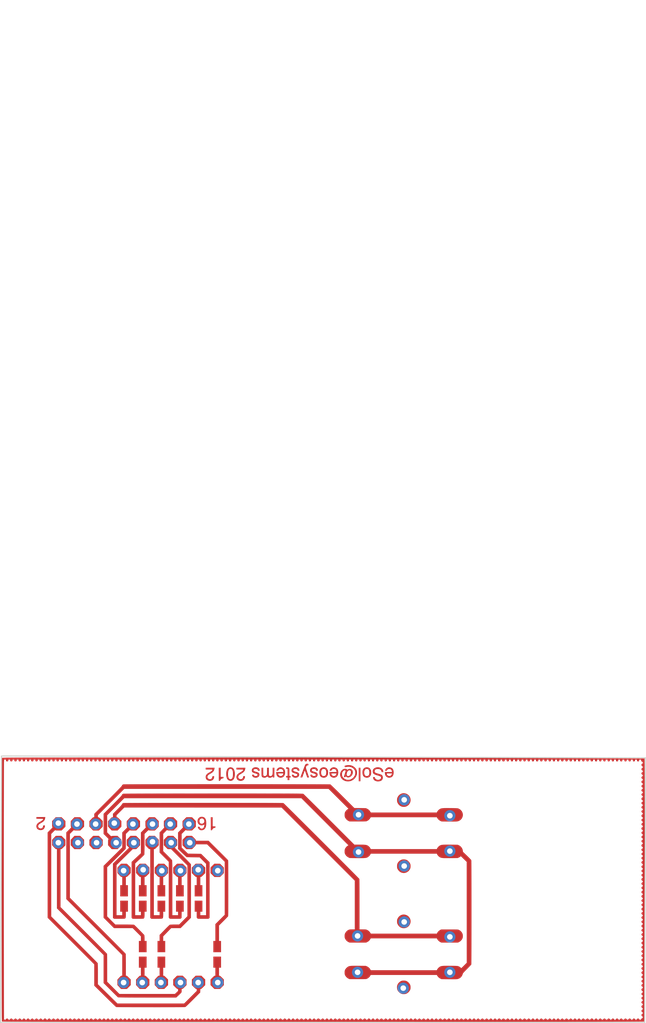
<source format=kicad_pcb>
(kicad_pcb (version 4) (host pcbnew 4.0.7)

  (general
    (links 0)
    (no_connects 0)
    (area 64.948999 60.884999 153.882883 202.3562)
    (thickness 1.6)
    (drawings 4)
    (tracks 0)
    (zones 0)
    (modules 1)
    (nets 1)
  )

  (page A4)
  (layers
    (0 F.Cu signal)
    (31 B.Cu signal)
    (32 B.Adhes user)
    (33 F.Adhes user)
    (34 B.Paste user)
    (35 F.Paste user)
    (36 B.SilkS user)
    (37 F.SilkS user)
    (38 B.Mask user)
    (39 F.Mask user)
    (40 Dwgs.User user)
    (41 Cmts.User user)
    (42 Eco1.User user)
    (43 Eco2.User user)
    (44 Edge.Cuts user)
    (45 Margin user)
    (46 B.CrtYd user)
    (47 F.CrtYd user)
    (48 B.Fab user)
    (49 F.Fab user)
  )

  (setup
    (last_trace_width 0.25)
    (trace_clearance 0.2)
    (zone_clearance 0.508)
    (zone_45_only no)
    (trace_min 0.2)
    (segment_width 0.2)
    (edge_width 0.15)
    (via_size 0.6)
    (via_drill 0.4)
    (via_min_size 0.4)
    (via_min_drill 0.3)
    (uvia_size 0.3)
    (uvia_drill 0.1)
    (uvias_allowed no)
    (uvia_min_size 0.2)
    (uvia_min_drill 0.1)
    (pcb_text_width 0.3)
    (pcb_text_size 1.5 1.5)
    (mod_edge_width 0.15)
    (mod_text_size 1 1)
    (mod_text_width 0.15)
    (pad_size 1.524 1.524)
    (pad_drill 0.762)
    (pad_to_mask_clearance 0.2)
    (aux_axis_origin 0 0)
    (visible_elements FFFFFF7F)
    (pcbplotparams
      (layerselection 0x00030_80000001)
      (usegerberextensions false)
      (excludeedgelayer true)
      (linewidth 0.300000)
      (plotframeref false)
      (viasonmask false)
      (mode 1)
      (useauxorigin false)
      (hpglpennumber 1)
      (hpglpenspeed 20)
      (hpglpendiameter 15)
      (hpglpenoverlay 2)
      (psnegative false)
      (psa4output false)
      (plotreference true)
      (plotvalue true)
      (plotinvisibletext false)
      (padsonsilk false)
      (subtractmaskfromsilk false)
      (outputformat 1)
      (mirror false)
      (drillshape 1)
      (scaleselection 1)
      (outputdirectory ""))
  )

  (net 0 "")

  (net_class Default "Dies ist die voreingestellte Netzklasse."
    (clearance 0.2)
    (trace_width 0.25)
    (via_dia 0.6)
    (via_drill 0.4)
    (uvia_dia 0.3)
    (uvia_drill 0.1)
  )

  (module Private_Lips_footprint:eSol_kbd (layer F.Cu) (tedit 59D944B5) (tstamp 59D95595)
    (at 106.807 -41.783)
    (fp_text reference G*** (at 0 0) (layer F.Cu) hide
      (effects (font (thickness 0.3)))
    )
    (fp_text value LOGO (at 0.75 0) (layer F.Cu) hide
      (effects (font (thickness 0.3)))
    )
    (fp_poly (pts (xy 3.99526 138.949946) (xy 5.769515 138.949933) (xy 7.494268 138.949912) (xy 9.170195 138.94988)
      (xy 10.797972 138.949839) (xy 12.378273 138.949787) (xy 13.911772 138.949724) (xy 15.399146 138.949648)
      (xy 16.841069 138.949561) (xy 18.238216 138.94946) (xy 19.591262 138.949346) (xy 20.900882 138.949218)
      (xy 22.167751 138.949075) (xy 23.392544 138.948917) (xy 24.575936 138.948743) (xy 25.718602 138.948553)
      (xy 26.821216 138.948346) (xy 27.884455 138.948122) (xy 28.908993 138.947879) (xy 29.895505 138.947619)
      (xy 30.844665 138.947339) (xy 31.75715 138.947039) (xy 32.633633 138.94672) (xy 33.47479 138.946379)
      (xy 34.281296 138.946017) (xy 35.053826 138.945634) (xy 35.793055 138.945228) (xy 36.499658 138.944799)
      (xy 37.174309 138.944346) (xy 37.817684 138.94387) (xy 38.430459 138.943368) (xy 39.013306 138.942842)
      (xy 39.566903 138.94229) (xy 40.091923 138.941711) (xy 40.589042 138.941106) (xy 41.058935 138.940473)
      (xy 41.502277 138.939812) (xy 41.919742 138.939123) (xy 42.312006 138.938404) (xy 42.679744 138.937656)
      (xy 43.02363 138.936878) (xy 43.34434 138.936069) (xy 43.642549 138.935228) (xy 43.918931 138.934356)
      (xy 44.174162 138.933451) (xy 44.408916 138.932514) (xy 44.623869 138.931542) (xy 44.819696 138.930537)
      (xy 44.997071 138.929497) (xy 45.15667 138.928422) (xy 45.299168 138.92731) (xy 45.425239 138.926163)
      (xy 45.535558 138.924979) (xy 45.630801 138.923757) (xy 45.711643 138.922497) (xy 45.778758 138.921199)
      (xy 45.832821 138.919862) (xy 45.874508 138.918485) (xy 45.904494 138.917067) (xy 45.923453 138.915609)
      (xy 45.93206 138.91411) (xy 45.932528 138.913861) (xy 45.935678 138.911068) (xy 45.938691 138.906658)
      (xy 45.94157 138.899523) (xy 45.944318 138.888556) (xy 45.946938 138.872649) (xy 45.949434 138.850695)
      (xy 45.951808 138.821586) (xy 45.954063 138.784214) (xy 45.956203 138.737472) (xy 45.95823 138.680252)
      (xy 45.960147 138.611447) (xy 45.961958 138.529948) (xy 45.963666 138.434649) (xy 45.965273 138.324441)
      (xy 45.966782 138.198218) (xy 45.968198 138.054871) (xy 45.969522 137.893293) (xy 45.970757 137.712376)
      (xy 45.971908 137.511013) (xy 45.972976 137.288095) (xy 45.973966 137.042516) (xy 45.974879 136.773168)
      (xy 45.975719 136.478943) (xy 45.976489 136.158734) (xy 45.977192 135.811432) (xy 45.977832 135.435931)
      (xy 45.97841 135.031122) (xy 45.978931 134.595898) (xy 45.979396 134.129152) (xy 45.97981 133.629776)
      (xy 45.980176 133.096662) (xy 45.980495 132.528702) (xy 45.980773 131.92479) (xy 45.98101 131.283817)
      (xy 45.981211 130.604676) (xy 45.981379 129.886258) (xy 45.981516 129.127458) (xy 45.981625 128.327166)
      (xy 45.981711 127.484276) (xy 45.981775 126.597679) (xy 45.98182 125.666268) (xy 45.981851 124.688936)
      (xy 45.981869 123.664575) (xy 45.981878 122.592076) (xy 45.981882 121.470334) (xy 45.981882 120.948749)
      (xy 45.98188 119.804466) (xy 45.981874 118.709926) (xy 45.981861 117.664022) (xy 45.981836 116.665646)
      (xy 45.981797 115.713691) (xy 45.981742 114.807048) (xy 45.981667 113.944611) (xy 45.981568 113.12527)
      (xy 45.981444 112.34792) (xy 45.98129 111.611452) (xy 45.981105 110.914759) (xy 45.980884 110.256733)
      (xy 45.980625 109.636267) (xy 45.980325 109.052252) (xy 45.979981 108.503581) (xy 45.979589 107.989148)
      (xy 45.979147 107.507843) (xy 45.978651 107.058559) (xy 45.978099 106.640189) (xy 45.977488 106.251626)
      (xy 45.976814 105.891761) (xy 45.976074 105.559487) (xy 45.975266 105.253696) (xy 45.974386 104.973281)
      (xy 45.973432 104.717134) (xy 45.972399 104.484148) (xy 45.971286 104.273214) (xy 45.970089 104.083226)
      (xy 45.968805 103.913075) (xy 45.967431 103.761654) (xy 45.965964 103.627856) (xy 45.964402 103.510572)
      (xy 45.96274 103.408696) (xy 45.960976 103.321119) (xy 45.959107 103.246734) (xy 45.957129 103.184433)
      (xy 45.955041 103.133109) (xy 45.952838 103.091654) (xy 45.950518 103.058961) (xy 45.948078 103.033921)
      (xy 45.945514 103.015428) (xy 45.942823 103.002373) (xy 45.940004 102.99365) (xy 45.937051 102.988149)
      (xy 45.933964 102.984765) (xy 45.932528 102.983636) (xy 45.925544 102.98213) (xy 45.908318 102.980665)
      (xy 45.880175 102.979241) (xy 45.840441 102.977858) (xy 45.788441 102.976514) (xy 45.723499 102.975209)
      (xy 45.644941 102.973943) (xy 45.552091 102.972715) (xy 45.444274 102.971525) (xy 45.320816 102.970372)
      (xy 45.181042 102.969255) (xy 45.024276 102.968174) (xy 44.849844 102.967128) (xy 44.657071 102.966117)
      (xy 44.445281 102.96514) (xy 44.213799 102.964197) (xy 43.961951 102.963287) (xy 43.689062 102.962409)
      (xy 43.394457 102.961564) (xy 43.07746 102.96075) (xy 42.737397 102.959966) (xy 42.373592 102.959213)
      (xy 41.985371 102.95849) (xy 41.572059 102.957796) (xy 41.132981 102.95713) (xy 40.667461 102.956493)
      (xy 40.174825 102.955883) (xy 39.654398 102.9553) (xy 39.105505 102.954744) (xy 38.52747 102.954213)
      (xy 37.919619 102.953708) (xy 37.281277 102.953227) (xy 36.611769 102.952771) (xy 35.91042 102.952338)
      (xy 35.176554 102.951928) (xy 34.409497 102.951541) (xy 33.608574 102.951176) (xy 32.77311 102.950832)
      (xy 31.90243 102.950509) (xy 30.995859 102.950206) (xy 30.052722 102.949923) (xy 29.072343 102.949659)
      (xy 28.054049 102.949414) (xy 26.997163 102.949187) (xy 25.901012 102.948977) (xy 24.764919 102.948784)
      (xy 23.58821 102.948608) (xy 22.370211 102.948448) (xy 21.110245 102.948302) (xy 19.807638 102.948172)
      (xy 18.461716 102.948055) (xy 17.071802 102.947953) (xy 15.637223 102.947863) (xy 14.157302 102.947786)
      (xy 12.631366 102.94772) (xy 11.058738 102.947666) (xy 9.438745 102.947623) (xy 7.770711 102.94759)
      (xy 6.053961 102.947567) (xy 4.28782 102.947553) (xy 2.471613 102.947548) (xy 2.17083 102.947548)
      (xy 0.360688 102.94755) (xy -1.399299 102.947559) (xy -3.109828 102.947574) (xy -4.771595 102.947596)
      (xy -6.385297 102.947626) (xy -7.951629 102.947664) (xy -9.471289 102.947712) (xy -10.944971 102.947769)
      (xy -12.373373 102.947836) (xy -13.757191 102.947915) (xy -15.097122 102.948004) (xy -16.393861 102.948106)
      (xy -17.648104 102.948221) (xy -18.860549 102.94835) (xy -20.031891 102.948492) (xy -21.162827 102.94865)
      (xy -22.254053 102.948822) (xy -23.306266 102.949011) (xy -24.320161 102.949216) (xy -25.296435 102.949439)
      (xy -26.235784 102.94968) (xy -27.138905 102.949939) (xy -28.006494 102.950217) (xy -28.839246 102.950516)
      (xy -29.63786 102.950834) (xy -30.40303 102.951174) (xy -31.135454 102.951536) (xy -31.835826 102.95192)
      (xy -32.504845 102.952327) (xy -33.143206 102.952757) (xy -33.751605 102.953212) (xy -34.330738 102.953692)
      (xy -34.881303 102.954198) (xy -35.403994 102.954729) (xy -35.89951 102.955288) (xy -36.368545 102.955874)
      (xy -36.811797 102.956488) (xy -37.22996 102.957131) (xy -37.623733 102.957803) (xy -37.993811 102.958505)
      (xy -38.34089 102.959238) (xy -38.665667 102.960002) (xy -38.968838 102.960798) (xy -39.251099 102.961627)
      (xy -39.513147 102.962489) (xy -39.755678 102.963384) (xy -39.979388 102.964315) (xy -40.184974 102.96528)
      (xy -40.373132 102.966281) (xy -40.544557 102.967318) (xy -40.699947 102.968393) (xy -40.839998 102.969505)
      (xy -40.965406 102.970655) (xy -41.076868 102.971844) (xy -41.175079 102.973073) (xy -41.260736 102.974342)
      (xy -41.334536 102.975652) (xy -41.397174 102.977003) (xy -41.449347 102.978396) (xy -41.491751 102.979832)
      (xy -41.525083 102.981312) (xy -41.550038 102.982835) (xy -41.567314 102.984404) (xy -41.577606 102.986017)
      (xy -41.581467 102.987502) (xy -41.584032 102.993145) (xy -41.586485 103.00556) (xy -41.58883 103.025834)
      (xy -41.591069 103.055056) (xy -41.593204 103.094316) (xy -41.595237 103.1447) (xy -41.597172 103.207299)
      (xy -41.599011 103.2832) (xy -41.600755 103.373493) (xy -41.602408 103.479265) (xy -41.603971 103.601605)
      (xy -41.605448 103.741602) (xy -41.606841 103.900345) (xy -41.608151 104.078922) (xy -41.609382 104.278421)
      (xy -41.610536 104.499932) (xy -41.611616 104.744543) (xy -41.612623 105.013341) (xy -41.61356 105.307417)
      (xy -41.61443 105.627858) (xy -41.615235 105.975753) (xy -41.615977 106.352191) (xy -41.61666 106.758261)
      (xy -41.617284 107.19505) (xy -41.617853 107.663647) (xy -41.61837 108.165141) (xy -41.618836 108.700621)
      (xy -41.619254 109.271175) (xy -41.619626 109.877892) (xy -41.619955 110.52186) (xy -41.620244 111.204168)
      (xy -41.620494 111.925904) (xy -41.620708 112.688158) (xy -41.620889 113.492017) (xy -41.621039 114.33857)
      (xy -41.62116 115.228905) (xy -41.621254 116.164113) (xy -41.621325 117.14528) (xy -41.621375 118.173495)
      (xy -41.621406 119.249848) (xy -41.621408 119.443963) (xy -41.343804 119.443963) (xy -41.343785 118.629392)
      (xy -41.343708 117.819411) (xy -41.343571 117.0156) (xy -41.343376 116.21954) (xy -41.343122 115.432811)
      (xy -41.342808 114.656994) (xy -41.342434 113.893669) (xy -41.342 113.144416) (xy -41.341506 112.410817)
      (xy -41.340952 111.694451) (xy -41.340337 110.996899) (xy -41.339661 110.319742) (xy -41.338924 109.664559)
      (xy -41.338125 109.032932) (xy -41.337265 108.426441) (xy -41.336343 107.846666) (xy -41.335359 107.295187)
      (xy -41.334313 106.773586) (xy -41.333204 106.283443) (xy -41.332033 105.826338) (xy -41.330799 105.403851)
      (xy -41.329501 105.017564) (xy -41.32814 104.669056) (xy -41.326715 104.359908) (xy -41.325227 104.0917)
      (xy -41.323674 103.866013) (xy -41.322057 103.684428) (xy -41.320375 103.548525) (xy -41.318629 103.459883)
      (xy -41.316818 103.420085) (xy -41.316316 103.417918) (xy -41.294574 103.379114) (xy -41.294067 103.320132)
      (xy -41.313981 103.266615) (xy -41.321401 103.257738) (xy -41.327095 103.241207) (xy -41.298677 103.231657)
      (xy -41.229421 103.227628) (xy -41.180667 103.227227) (xy -41.090475 103.228038) (xy -41.041808 103.232834)
      (xy -41.02534 103.245156) (xy -41.031748 103.268548) (xy -41.038358 103.281294) (xy -41.051889 103.353433)
      (xy -41.0244 103.420768) (xy -40.964138 103.4659) (xy -40.948512 103.470824) (xy -40.852663 103.476926)
      (xy -40.777776 103.448271) (xy -40.732438 103.392321) (xy -40.72523 103.316541) (xy -40.734148 103.284434)
      (xy -40.743042 103.254042) (xy -40.734296 103.236925) (xy -40.69805 103.229277) (xy -40.624445 103.22729)
      (xy -40.585977 103.227227) (xy -40.495675 103.229175) (xy -40.449371 103.236003) (xy -40.440328 103.249189)
      (xy -40.446767 103.257738) (xy -40.476056 103.316985) (xy -40.466782 103.382803) (xy -40.426699 103.440775)
      (xy -40.36356 103.476481) (xy -40.326441 103.481482) (xy -40.244815 103.464216) (xy -40.183353 103.420092)
      (xy -40.149726 103.360615) (xy -40.151607 103.297294) (xy -40.177257 103.257738) (xy -40.182951 103.241207)
      (xy -40.154533 103.231657) (xy -40.085277 103.227628) (xy -40.036523 103.227227) (xy -39.946331 103.228038)
      (xy -39.897664 103.232834) (xy -39.881196 103.245156) (xy -39.887604 103.268548) (xy -39.894214 103.281294)
      (xy -39.907745 103.353433) (xy -39.880255 103.420768) (xy -39.819994 103.4659) (xy -39.804368 103.470824)
      (xy -39.708519 103.476926) (xy -39.633632 103.448271) (xy -39.588294 103.392321) (xy -39.581086 103.316541)
      (xy -39.590004 103.284434) (xy -39.598898 103.254042) (xy -39.590152 103.236925) (xy -39.553906 103.229277)
      (xy -39.480301 103.22729) (xy -39.441833 103.227227) (xy -39.35153 103.229175) (xy -39.305227 103.236003)
      (xy -39.296183 103.249189) (xy -39.302623 103.257738) (xy -39.331912 103.316985) (xy -39.322638 103.382803)
      (xy -39.282555 103.440775) (xy -39.219416 103.476481) (xy -39.182297 103.481482) (xy -39.100671 103.464216)
      (xy -39.039209 103.420092) (xy -39.005582 103.360615) (xy -39.007463 103.297294) (xy -39.033113 103.257738)
      (xy -39.038807 103.241207) (xy -39.010389 103.231657) (xy -38.941133 103.227628) (xy -38.892379 103.227227)
      (xy -38.802187 103.228038) (xy -38.75352 103.232834) (xy -38.737052 103.245156) (xy -38.74346 103.268548)
      (xy -38.75007 103.281294) (xy -38.7636 103.353433) (xy -38.736111 103.420768) (xy -38.67585 103.4659)
      (xy -38.660224 103.470824) (xy -38.564374 103.476926) (xy -38.489488 103.448271) (xy -38.444149 103.392321)
      (xy -38.436942 103.316541) (xy -38.44586 103.284434) (xy -38.454754 103.254042) (xy -38.446008 103.236925)
      (xy -38.409762 103.229277) (xy -38.336157 103.22729) (xy -38.297689 103.227227) (xy -38.207386 103.229175)
      (xy -38.161082 103.236003) (xy -38.152039 103.249189) (xy -38.158479 103.257738) (xy -38.187768 103.316985)
      (xy -38.178494 103.382803) (xy -38.138411 103.440775) (xy -38.075271 103.476481) (xy -38.038153 103.481482)
      (xy -37.956527 103.464216) (xy -37.895064 103.420092) (xy -37.861438 103.360615) (xy -37.863319 103.297294)
      (xy -37.888969 103.257738) (xy -37.894663 103.241207) (xy -37.866245 103.231657) (xy -37.796988 103.227628)
      (xy -37.748235 103.227227) (xy -37.658043 103.228038) (xy -37.609376 103.232834) (xy -37.592908 103.245156)
      (xy -37.599315 103.268548) (xy -37.605925 103.281294) (xy -37.619456 103.353433) (xy -37.591967 103.420768)
      (xy -37.531705 103.4659) (xy -37.51608 103.470824) (xy -37.42023 103.476926) (xy -37.345344 103.448271)
      (xy -37.300005 103.392321) (xy -37.292798 103.316541) (xy -37.301715 103.284434) (xy -37.310609 103.254042)
      (xy -37.301863 103.236925) (xy -37.265618 103.229277) (xy -37.192013 103.22729) (xy -37.153545 103.227227)
      (xy -37.063242 103.229175) (xy -37.016938 103.236003) (xy -37.007895 103.249189) (xy -37.014334 103.257738)
      (xy -37.043624 103.316985) (xy -37.03435 103.382803) (xy -36.994266 103.440775) (xy -36.931127 103.476481)
      (xy -36.894009 103.481482) (xy -36.812383 103.464216) (xy -36.75092 103.420092) (xy -36.717293 103.360615)
      (xy -36.719175 103.297294) (xy -36.744825 103.257738) (xy -36.750519 103.241207) (xy -36.722101 103.231657)
      (xy -36.652844 103.227628) (xy -36.60409 103.227227) (xy -36.513899 103.228038) (xy -36.465232 103.232834)
      (xy -36.448764 103.245156) (xy -36.455171 103.268548) (xy -36.461781 103.281294) (xy -36.475312 103.353433)
      (xy -36.447823 103.420768) (xy -36.387561 103.4659) (xy -36.371936 103.470824) (xy -36.276086 103.476926)
      (xy -36.2012 103.448271) (xy -36.155861 103.392321) (xy -36.148654 103.316541) (xy -36.157571 103.284434)
      (xy -36.166465 103.254042) (xy -36.157719 103.236925) (xy -36.121474 103.229277) (xy -36.047869 103.22729)
      (xy -36.009401 103.227227) (xy -35.919098 103.229175) (xy -35.872794 103.236003) (xy -35.863751 103.249189)
      (xy -35.87019 103.257738) (xy -35.898469 103.318201) (xy -35.887459 103.390019) (xy -35.858622 103.434985)
      (xy -35.793952 103.472701) (xy -35.710681 103.479638) (xy -35.630407 103.456151) (xy -35.595596 103.430631)
      (xy -35.552897 103.375528) (xy -35.550586 103.323323) (xy -35.571065 103.276407) (xy -35.581587 103.250143)
      (xy -35.571411 103.235394) (xy -35.531101 103.228863) (xy -35.451217 103.22725) (xy -35.43033 103.227227)
      (xy -35.341674 103.228268) (xy -35.294422 103.233587) (xy -35.279136 103.246483) (xy -35.28638 103.270254)
      (xy -35.289596 103.276407) (xy -35.313409 103.340036) (xy -35.299352 103.390735) (xy -35.265065 103.430631)
      (xy -35.191836 103.476595) (xy -35.115539 103.483035) (xy -35.048627 103.455409) (xy -35.003553 103.399174)
      (xy -34.99277 103.319787) (xy -34.993891 103.311791) (xy -35.007614 103.227227) (xy -34.708903 103.227227)
      (xy -34.722626 103.311791) (xy -34.715494 103.392973) (xy -34.672965 103.451488) (xy -34.60749 103.481878)
      (xy -34.531523 103.478688) (xy -34.457517 103.436459) (xy -34.451452 103.430631) (xy -34.408753 103.375528)
      (xy -34.406442 103.323323) (xy -34.426921 103.276407) (xy -34.437443 103.250143) (xy -34.427267 103.235394)
      (xy -34.386956 103.228863) (xy -34.307073 103.22725) (xy -34.286186 103.227227) (xy -34.19753 103.228268)
      (xy -34.150278 103.233587) (xy -34.134992 103.246483) (xy -34.142236 103.270254) (xy -34.145452 103.276407)
      (xy -34.169265 103.340036) (xy -34.155208 103.390735) (xy -34.120921 103.430631) (xy -34.047692 103.476595)
      (xy -33.971395 103.483035) (xy -33.904483 103.455409) (xy -33.859409 103.399174) (xy -33.848626 103.319787)
      (xy -33.849747 103.311791) (xy -33.86347 103.227227) (xy -33.564759 103.227227) (xy -33.578482 103.311791)
      (xy -33.57135 103.392973) (xy -33.52882 103.451488) (xy -33.463346 103.481878) (xy -33.387379 103.478688)
      (xy -33.313373 103.436459) (xy -33.307307 103.430631) (xy -33.264609 103.375528) (xy -33.262298 103.323323)
      (xy -33.282777 103.276407) (xy -33.293299 103.250143) (xy -33.283123 103.235394) (xy -33.242812 103.228863)
      (xy -33.162929 103.22725) (xy -33.142042 103.227227) (xy -33.053386 103.228268) (xy -33.006133 103.233587)
      (xy -32.990848 103.246483) (xy -32.998091 103.270254) (xy -33.001308 103.276407) (xy -33.025121 103.340036)
      (xy -33.011064 103.390735) (xy -32.976777 103.430631) (xy -32.903547 103.476595) (xy -32.827251 103.483035)
      (xy -32.760339 103.455409) (xy -32.715265 103.399174) (xy -32.704482 103.319787) (xy -32.705603 103.311791)
      (xy -32.719326 103.227227) (xy -32.420615 103.227227) (xy -32.434337 103.311791) (xy -32.427206 103.392973)
      (xy -32.384676 103.451488) (xy -32.319202 103.481878) (xy -32.243235 103.478688) (xy -32.169229 103.436459)
      (xy -32.163163 103.430631) (xy -32.120465 103.375528) (xy -32.118154 103.323323) (xy -32.138632 103.276407)
      (xy -32.149155 103.250143) (xy -32.138979 103.235394) (xy -32.098668 103.228863) (xy -32.018785 103.22725)
      (xy -31.997898 103.227227) (xy -31.909242 103.228268) (xy -31.861989 103.233587) (xy -31.846704 103.246483)
      (xy -31.853947 103.270254) (xy -31.857164 103.276407) (xy -31.880976 103.340036) (xy -31.866919 103.390735)
      (xy -31.832633 103.430631) (xy -31.759403 103.476595) (xy -31.683106 103.483035) (xy -31.616195 103.455409)
      (xy -31.571121 103.399174) (xy -31.560338 103.319787) (xy -31.561459 103.311791) (xy -31.575181 103.227227)
      (xy -31.27647 103.227227) (xy -31.290193 103.311791) (xy -31.283061 103.392973) (xy -31.240532 103.451488)
      (xy -31.175058 103.481878) (xy -31.099091 103.478688) (xy -31.025084 103.436459) (xy -31.019019 103.430631)
      (xy -30.976321 103.375528) (xy -30.97401 103.323323) (xy -30.994488 103.276407) (xy -31.00501 103.250143)
      (xy -30.994835 103.235394) (xy -30.954524 103.228863) (xy -30.874641 103.22725) (xy -30.853754 103.227227)
      (xy -30.765097 103.228268) (xy -30.717845 103.233587) (xy -30.70256 103.246483) (xy -30.709803 103.270254)
      (xy -30.713019 103.276407) (xy -30.736832 103.340036) (xy -30.722775 103.390735) (xy -30.688489 103.430631)
      (xy -30.615259 103.476595) (xy -30.538962 103.483035) (xy -30.472051 103.455409) (xy -30.426977 103.399174)
      (xy -30.416193 103.319787) (xy -30.417314 103.311791) (xy -30.431037 103.227227) (xy -30.132326 103.227227)
      (xy -30.146049 103.311791) (xy -30.138917 103.392973) (xy -30.096388 103.451488) (xy -30.030914 103.481878)
      (xy -29.954947 103.478688) (xy -29.88094 103.436459) (xy -29.874875 103.430631) (xy -29.832176 103.375528)
      (xy -29.829866 103.323323) (xy -29.850344 103.276407) (xy -29.860866 103.250143) (xy -29.850691 103.235394)
      (xy -29.81038 103.228863) (xy -29.730496 103.22725) (xy -29.70961 103.227227) (xy -29.620953 103.228268)
      (xy -29.573701 103.233587) (xy -29.558415 103.246483) (xy -29.565659 103.270254) (xy -29.568875 103.276407)
      (xy -29.592688 103.340036) (xy -29.578631 103.390735) (xy -29.544344 103.430631) (xy -29.471115 103.476595)
      (xy -29.394818 103.483035) (xy -29.327907 103.455409) (xy -29.282833 103.399174) (xy -29.272049 103.319787)
      (xy -29.27317 103.311791) (xy -29.286893 103.227227) (xy -28.988182 103.227227) (xy -29.001905 103.311791)
      (xy -28.994773 103.392973) (xy -28.952244 103.451488) (xy -28.886769 103.481878) (xy -28.810803 103.478688)
      (xy -28.736796 103.436459) (xy -28.730731 103.430631) (xy -28.688032 103.375528) (xy -28.685721 103.323323)
      (xy -28.7062 103.276407) (xy -28.716722 103.250143) (xy -28.706547 103.235394) (xy -28.666236 103.228863)
      (xy -28.586352 103.22725) (xy -28.565466 103.227227) (xy -28.476809 103.228268) (xy -28.429557 103.233587)
      (xy -28.414271 103.246483) (xy -28.421515 103.270254) (xy -28.424731 103.276407) (xy -28.448544 103.340036)
      (xy -28.434487 103.390735) (xy -28.4002 103.430631) (xy -28.326971 103.476595) (xy -28.250674 103.483035)
      (xy -28.183762 103.455409) (xy -28.138689 103.399174) (xy -28.127905 103.319787) (xy -28.129026 103.311791)
      (xy -28.142749 103.227227) (xy -27.844038 103.227227) (xy -27.857761 103.311791) (xy -27.850629 103.392973)
      (xy -27.8081 103.451488) (xy -27.742625 103.481878) (xy -27.666659 103.478688) (xy -27.592652 103.436459)
      (xy -27.586587 103.430631) (xy -27.543888 103.375528) (xy -27.541577 103.323323) (xy -27.562056 103.276407)
      (xy -27.572578 103.250143) (xy -27.562402 103.235394) (xy -27.522092 103.228863) (xy -27.442208 103.22725)
      (xy -27.421321 103.227227) (xy -27.332665 103.228268) (xy -27.285413 103.233587) (xy -27.270127 103.246483)
      (xy -27.277371 103.270254) (xy -27.280587 103.276407) (xy -27.3044 103.340036) (xy -27.290343 103.390735)
      (xy -27.256056 103.430631) (xy -27.182827 103.476595) (xy -27.10653 103.483035) (xy -27.039618 103.455409)
      (xy -26.994544 103.399174) (xy -26.983761 103.319787) (xy -26.984882 103.311791) (xy -26.998605 103.227227)
      (xy -26.699894 103.227227) (xy -26.713617 103.311791) (xy -26.706485 103.392973) (xy -26.663956 103.451488)
      (xy -26.598481 103.481878) (xy -26.522514 103.478688) (xy -26.448508 103.436459) (xy -26.442443 103.430631)
      (xy -26.399744 103.375528) (xy -26.397433 103.323323) (xy -26.417912 103.276407) (xy -26.428434 103.250143)
      (xy -26.418258 103.235394) (xy -26.377947 103.228863) (xy -26.298064 103.22725) (xy -26.277177 103.227227)
      (xy -26.188521 103.228268) (xy -26.141269 103.233587) (xy -26.125983 103.246483) (xy -26.133227 103.270254)
      (xy -26.136443 103.276407) (xy -26.160256 103.340036) (xy -26.146199 103.390735) (xy -26.111912 103.430631)
      (xy -26.038683 103.476595) (xy -25.962386 103.483035) (xy -25.895474 103.455409) (xy -25.8504 103.399174)
      (xy -25.839617 103.319787) (xy -25.840738 103.311791) (xy -25.854461 103.227227) (xy -25.55575 103.227227)
      (xy -25.569473 103.311791) (xy -25.562341 103.392973) (xy -25.519811 103.451488) (xy -25.454337 103.481878)
      (xy -25.37837 103.478688) (xy -25.304364 103.436459) (xy -25.298298 103.430631) (xy -25.2556 103.375528)
      (xy -25.253289 103.323323) (xy -25.273768 103.276407) (xy -25.28429 103.250143) (xy -25.274114 103.235394)
      (xy -25.233803 103.228863) (xy -25.15392 103.22725) (xy -25.133033 103.227227) (xy -25.044377 103.228268)
      (xy -24.997124 103.233587) (xy -24.981839 103.246483) (xy -24.989082 103.270254) (xy -24.992299 103.276407)
      (xy -25.016112 103.340036) (xy -25.002055 103.390735) (xy -24.967768 103.430631) (xy -24.894538 103.476595)
      (xy -24.818242 103.483035) (xy -24.75133 103.455409) (xy -24.706256 103.399174) (xy -24.695473 103.319787)
      (xy -24.696594 103.311791) (xy -24.710317 103.227227) (xy -24.411605 103.227227) (xy -24.425328 103.311791)
      (xy -24.418197 103.392973) (xy -24.375667 103.451488) (xy -24.310193 103.481878) (xy -24.234226 103.478688)
      (xy -24.16022 103.436459) (xy -24.154154 103.430631) (xy -24.111456 103.375528) (xy -24.109145 103.323323)
      (xy -24.129623 103.276407) (xy -24.140146 103.250143) (xy -24.12997 103.235394) (xy -24.089659 103.228863)
      (xy -24.009776 103.22725) (xy -23.988889 103.227227) (xy -23.900233 103.228268) (xy -23.85298 103.233587)
      (xy -23.837695 103.246483) (xy -23.844938 103.270254) (xy -23.848155 103.276407) (xy -23.871967 103.340036)
      (xy -23.85791 103.390735) (xy -23.823624 103.430631) (xy -23.750394 103.476595) (xy -23.674097 103.483035)
      (xy -23.607186 103.455409) (xy -23.562112 103.399174) (xy -23.551329 103.319787) (xy -23.55245 103.311791)
      (xy -23.566172 103.227227) (xy -23.267461 103.227227) (xy -23.281184 103.311791) (xy -23.280036 103.392412)
      (xy -23.252344 103.438919) (xy -23.185858 103.47374) (xy -23.100874 103.479211) (xy -23.019921 103.456029)
      (xy -22.984585 103.430631) (xy -22.941886 103.375528) (xy -22.939575 103.323323) (xy -22.960054 103.276407)
      (xy -22.970503 103.250387) (xy -22.960581 103.235644) (xy -22.920914 103.228997) (xy -22.84213 103.227265)
      (xy -22.815129 103.227227) (xy -22.724279 103.229158) (xy -22.677441 103.235923) (xy -22.667886 103.24898)
      (xy -22.674394 103.257738) (xy -22.704528 103.316884) (xy -22.694305 103.38056) (xy -22.651469 103.436795)
      (xy -22.583766 103.473621) (xy -22.529628 103.481482) (xy -22.455956 103.462404) (xy -22.401996 103.414399)
      (xy -22.375465 103.351306) (xy -22.38408 103.286966) (xy -22.404885 103.257738) (xy -22.410633 103.241154)
      (xy -22.382201 103.231602) (xy -22.31285 103.227607) (xy -22.265674 103.227227) (xy -22.175832 103.228088)
      (xy -22.126979 103.23321) (xy -22.109255 103.246398) (xy -22.112802 103.27146) (xy -22.117504 103.284434)
      (xy -22.125849 103.364178) (xy -22.095154 103.431622) (xy -22.03281 103.470618) (xy -22.032232 103.470764)
      (xy -21.937891 103.477198) (xy -21.86155 103.451189) (xy -21.812307 103.400298) (xy -21.799257 103.332088)
      (xy -21.811854 103.287575) (xy -21.82453 103.255495) (xy -21.819361 103.237447) (xy -21.786832 103.229393)
      (xy -21.717426 103.2273) (xy -21.669545 103.227227) (xy -21.579212 103.229174) (xy -21.532878 103.235999)
      (xy -21.523807 103.249177) (xy -21.53025 103.257738) (xy -21.560384 103.316884) (xy -21.55016 103.38056)
      (xy -21.507325 103.436795) (xy -21.439622 103.473621) (xy -21.385484 103.481482) (xy -21.311812 103.462404)
      (xy -21.257852 103.414399) (xy -21.231321 103.351306) (xy -21.239936 103.286966) (xy -21.260741 103.257738)
      (xy -21.266489 103.241154) (xy -21.238057 103.231602) (xy -21.168706 103.227607) (xy -21.12153 103.227227)
      (xy -21.031688 103.228088) (xy -20.982835 103.23321) (xy -20.965111 103.246398) (xy -20.968657 103.27146)
      (xy -20.97336 103.284434) (xy -20.981705 103.364178) (xy -20.95101 103.431622) (xy -20.888666 103.470618)
      (xy -20.888088 103.470764) (xy -20.793747 103.477198) (xy -20.717406 103.451189) (xy -20.668162 103.400298)
      (xy -20.655113 103.332088) (xy -20.66771 103.287575) (xy -20.680386 103.255495) (xy -20.675217 103.237447)
      (xy -20.642688 103.229393) (xy -20.573282 103.2273) (xy -20.525401 103.227227) (xy -20.435068 103.229174)
      (xy -20.388734 103.235999) (xy -20.379663 103.249177) (xy -20.386106 103.257738) (xy -20.416239 103.316884)
      (xy -20.406016 103.38056) (xy -20.363181 103.436795) (xy -20.295477 103.473621) (xy -20.24134 103.481482)
      (xy -20.167667 103.462404) (xy -20.113708 103.414399) (xy -20.087177 103.351306) (xy -20.095792 103.286966)
      (xy -20.116597 103.257738) (xy -20.122345 103.241154) (xy -20.093912 103.231602) (xy -20.024562 103.227607)
      (xy -19.977386 103.227227) (xy -19.887544 103.228088) (xy -19.83869 103.23321) (xy -19.820967 103.246398)
      (xy -19.824513 103.27146) (xy -19.829216 103.284434) (xy -19.837561 103.364178) (xy -19.806866 103.431622)
      (xy -19.744522 103.470618) (xy -19.743944 103.470764) (xy -19.649603 103.477198) (xy -19.573262 103.451189)
      (xy -19.524018 103.400298) (xy -19.510968 103.332088) (xy -19.523566 103.287575) (xy -19.536242 103.255495)
      (xy -19.531073 103.237447) (xy -19.498544 103.229393) (xy -19.429137 103.2273) (xy -19.381257 103.227227)
      (xy -19.290924 103.229174) (xy -19.24459 103.235999) (xy -19.235519 103.249177) (xy -19.241962 103.257738)
      (xy -19.272095 103.316884) (xy -19.261872 103.38056) (xy -19.219037 103.436795) (xy -19.151333 103.473621)
      (xy -19.097196 103.481482) (xy -19.023523 103.462404) (xy -18.969564 103.414399) (xy -18.943033 103.351306)
      (xy -18.951648 103.286966) (xy -18.972453 103.257738) (xy -18.978201 103.241154) (xy -18.949768 103.231602)
      (xy -18.880418 103.227607) (xy -18.833242 103.227227) (xy -18.7434 103.228088) (xy -18.694546 103.23321)
      (xy -18.676823 103.246398) (xy -18.680369 103.27146) (xy -18.685071 103.284434) (xy -18.693416 103.364178)
      (xy -18.662722 103.431622) (xy -18.600378 103.470618) (xy -18.599799 103.470764) (xy -18.505458 103.477198)
      (xy -18.429118 103.451189) (xy -18.379874 103.400298) (xy -18.366824 103.332088) (xy -18.379422 103.287575)
      (xy -18.392098 103.255495) (xy -18.386929 103.237447) (xy -18.3544 103.229393) (xy -18.284993 103.2273)
      (xy -18.237113 103.227227) (xy -18.14678 103.229174) (xy -18.100446 103.235999) (xy -18.091375 103.249177)
      (xy -18.097818 103.257738) (xy -18.127951 103.316884) (xy -18.117728 103.38056) (xy -18.074893 103.436795)
      (xy -18.007189 103.473621) (xy -17.953051 103.481482) (xy -17.879379 103.462404) (xy -17.82542 103.414399)
      (xy -17.798889 103.351306) (xy -17.807504 103.286966) (xy -17.828308 103.257738) (xy -17.834056 103.241154)
      (xy -17.805624 103.231602) (xy -17.736274 103.227607) (xy -17.689098 103.227227) (xy -17.599255 103.228088)
      (xy -17.550402 103.23321) (xy -17.532679 103.246398) (xy -17.536225 103.27146) (xy -17.540927 103.284434)
      (xy -17.549272 103.364178) (xy -17.518577 103.431622) (xy -17.456234 103.470618) (xy -17.455655 103.470764)
      (xy -17.361314 103.477198) (xy -17.284974 103.451189) (xy -17.23573 103.400298) (xy -17.22268 103.332088)
      (xy -17.235278 103.287575) (xy -17.247953 103.255495) (xy -17.242785 103.237447) (xy -17.210256 103.229393)
      (xy -17.140849 103.2273) (xy -17.092968 103.227227) (xy -17.002635 103.229174) (xy -16.956302 103.235999)
      (xy -16.94723 103.249177) (xy -16.953674 103.257738) (xy -16.983807 103.316884) (xy -16.973584 103.38056)
      (xy -16.930749 103.436795) (xy -16.863045 103.473621) (xy -16.808907 103.481482) (xy -16.735235 103.462404)
      (xy -16.681275 103.414399) (xy -16.654745 103.351306) (xy -16.66336 103.286966) (xy -16.684164 103.257738)
      (xy -16.689912 103.241154) (xy -16.66148 103.231602) (xy -16.592129 103.227607) (xy -16.544954 103.227227)
      (xy -16.455111 103.228088) (xy -16.406258 103.23321) (xy -16.388534 103.246398) (xy -16.392081 103.27146)
      (xy -16.396783 103.284434) (xy -16.405128 103.364178) (xy -16.374433 103.431622) (xy -16.312089 103.470618)
      (xy -16.311511 103.470764) (xy -16.21717 103.477198) (xy -16.140829 103.451189) (xy -16.091586 103.400298)
      (xy -16.078536 103.332088) (xy -16.091133 103.287575) (xy -16.103809 103.255495) (xy -16.098641 103.237447)
      (xy -16.066111 103.229393) (xy -15.996705 103.2273) (xy -15.948824 103.227227) (xy -15.858491 103.229174)
      (xy -15.812158 103.235999) (xy -15.803086 103.249177) (xy -15.80953 103.257738) (xy -15.839663 103.316884)
      (xy -15.82944 103.38056) (xy -15.786604 103.436795) (xy -15.718901 103.473621) (xy -15.664763 103.481482)
      (xy -15.591091 103.462404) (xy -15.537131 103.414399) (xy -15.510601 103.351306) (xy -15.519215 103.286966)
      (xy -15.54002 103.257738) (xy -15.545768 103.241154) (xy -15.517336 103.231602) (xy -15.447985 103.227607)
      (xy -15.40081 103.227227) (xy -15.310967 103.228088) (xy -15.262114 103.23321) (xy -15.24439 103.246398)
      (xy -15.247937 103.27146) (xy -15.252639 103.284434) (xy -15.260984 103.364178) (xy -15.230289 103.431622)
      (xy -15.167945 103.470618) (xy -15.167367 103.470764) (xy -15.073026 103.477198) (xy -14.996685 103.451189)
      (xy -14.947442 103.400298) (xy -14.934392 103.332088) (xy -14.946989 103.287575) (xy -14.959665 103.255495)
      (xy -14.954497 103.237447) (xy -14.921967 103.229393) (xy -14.852561 103.2273) (xy -14.80468 103.227227)
      (xy -14.714347 103.229174) (xy -14.668014 103.235999) (xy -14.658942 103.249177) (xy -14.665385 103.257738)
      (xy -14.695519 103.316884) (xy -14.685296 103.38056) (xy -14.64246 103.436795) (xy -14.574757 103.473621)
      (xy -14.520619 103.481482) (xy -14.446947 103.462404) (xy -14.392987 103.414399) (xy -14.366456 103.351306)
      (xy -14.375071 103.286966) (xy -14.395876 103.257738) (xy -14.401624 103.241154) (xy -14.373192 103.231602)
      (xy -14.303841 103.227607) (xy -14.256665 103.227227) (xy -14.166823 103.228088) (xy -14.11797 103.23321)
      (xy -14.100246 103.246398) (xy -14.103793 103.27146) (xy -14.108495 103.284434) (xy -14.11684 103.364178)
      (xy -14.086145 103.431622) (xy -14.023801 103.470618) (xy -14.023223 103.470764) (xy -13.928882 103.477198)
      (xy -13.852541 103.451189) (xy -13.803298 103.400298) (xy -13.790248 103.332088) (xy -13.802845 103.287575)
      (xy -13.815521 103.255495) (xy -13.810352 103.237447) (xy -13.777823 103.229393) (xy -13.708417 103.2273)
      (xy -13.660536 103.227227) (xy -13.570203 103.229174) (xy -13.523869 103.235999) (xy -13.514798 103.249177)
      (xy -13.521241 103.257738) (xy -13.551375 103.316884) (xy -13.541151 103.38056) (xy -13.498316 103.436795)
      (xy -13.430613 103.473621) (xy -13.376475 103.481482) (xy -13.302803 103.462404) (xy -13.248843 103.414399)
      (xy -13.222312 103.351306) (xy -13.230927 103.286966) (xy -13.251732 103.257738) (xy -13.25748 103.241154)
      (xy -13.229048 103.231602) (xy -13.159697 103.227607) (xy -13.112521 103.227227) (xy -13.022679 103.228088)
      (xy -12.973826 103.23321) (xy -12.956102 103.246398) (xy -12.959648 103.27146) (xy -12.964351 103.284434)
      (xy -12.972696 103.364178) (xy -12.942001 103.431622) (xy -12.879657 103.470618) (xy -12.879079 103.470764)
      (xy -12.784738 103.477198) (xy -12.708397 103.451189) (xy -12.659153 103.400298) (xy -12.646104 103.332088)
      (xy -12.658701 103.287575) (xy -12.671377 103.255495) (xy -12.666208 103.237447) (xy -12.633679 103.229393)
      (xy -12.564273 103.2273) (xy -12.516392 103.227227) (xy -12.426059 103.229174) (xy -12.379725 103.235999)
      (xy -12.370654 103.249177) (xy -12.377097 103.257738) (xy -12.40723 103.316884) (xy -12.397007 103.38056)
      (xy -12.354172 103.436795) (xy -12.286468 103.473621) (xy -12.232331 103.481482) (xy -12.158658 103.462404)
      (xy -12.104699 103.414399) (xy -12.078168 103.351306) (xy -12.086783 103.286966) (xy -12.107588 103.257738)
      (xy -12.113336 103.241154) (xy -12.084903 103.231602) (xy -12.015553 103.227607) (xy -11.968377 103.227227)
      (xy -11.878535 103.228088) (xy -11.829681 103.23321) (xy -11.811958 103.246398) (xy -11.815504 103.27146)
      (xy -11.820207 103.284434) (xy -11.828552 103.364178) (xy -11.797857 103.431622) (xy -11.735513 103.470618)
      (xy -11.734935 103.470764) (xy -11.640594 103.477198) (xy -11.564253 103.451189) (xy -11.515009 103.400298)
      (xy -11.501959 103.332088) (xy -11.514557 103.287575) (xy -11.527233 103.255495) (xy -11.522064 103.237447)
      (xy -11.489535 103.229393) (xy -11.420128 103.2273) (xy -11.372248 103.227227) (xy -11.281915 103.229174)
      (xy -11.235581 103.235999) (xy -11.22651 103.249177) (xy -11.232953 103.257738) (xy -11.263345 103.316999)
      (xy -11.253137 103.380474) (xy -11.210029 103.436478) (xy -11.141722 103.473327) (xy -11.085486 103.481482)
      (xy -11.004567 103.464081) (xy -10.943668 103.419669) (xy -10.910491 103.35993) (xy -10.912736 103.296549)
      (xy -10.938018 103.257738) (xy -10.944244 103.240688) (xy -10.915679 103.231138) (xy -10.845501 103.227443)
      (xy -10.81152 103.227227) (xy -10.72601 103.228244) (xy -10.681209 103.234139) (xy -10.66698 103.249181)
      (xy -10.673183 103.27764) (xy -10.675657 103.284434) (xy -10.685318 103.368214) (xy -10.651416 103.433559)
      (xy -10.580023 103.473098) (xy -10.513413 103.481482) (xy -10.420066 103.463622) (xy -10.360095 103.414959)
      (xy -10.339573 103.342866) (xy -10.35117 103.284434) (xy -10.359829 103.254042) (xy -10.350904 103.236924)
      (xy -10.314509 103.229276) (xy -10.240759 103.227289) (xy -10.202594 103.227227) (xy -10.112291 103.229175)
      (xy -10.065987 103.236003) (xy -10.056944 103.249189) (xy -10.063383 103.257738) (xy -10.092673 103.316985)
      (xy -10.083399 103.382803) (xy -10.043315 103.440775) (xy -9.980176 103.476481) (xy -9.943058 103.481482)
      (xy -9.861432 103.464216) (xy -9.799969 103.420092) (xy -9.766342 103.360615) (xy -9.768224 103.297294)
      (xy -9.793874 103.257738) (xy -9.799619 103.241157) (xy -9.771187 103.231606) (xy -9.701842 103.227608)
      (xy -9.654579 103.227227) (xy -9.564628 103.227917) (xy -9.516012 103.232676) (xy -9.499214 103.245541)
      (xy -9.504716 103.270547) (xy -9.51227 103.287575) (xy -9.524378 103.362365) (xy -9.495016 103.424221)
      (xy -9.433282 103.465581) (xy -9.348272 103.478883) (xy -9.291892 103.470764) (xy -9.229336 103.432048)
      (xy -9.198371 103.364759) (xy -9.20639 103.285049) (xy -9.20662 103.284434) (xy -9.215514 103.254042)
      (xy -9.206768 103.236925) (xy -9.170523 103.229277) (xy -9.096918 103.22729) (xy -9.05845 103.227227)
      (xy -8.968147 103.229175) (xy -8.921843 103.236003) (xy -8.9128 103.249189) (xy -8.919239 103.257738)
      (xy -8.948529 103.316985) (xy -8.939255 103.382803) (xy -8.899171 103.440775) (xy -8.836032 103.476481)
      (xy -8.798914 103.481482) (xy -8.717288 103.464216) (xy -8.655825 103.420092) (xy -8.622198 103.360615)
      (xy -8.62408 103.297294) (xy -8.64973 103.257738) (xy -8.655475 103.241157) (xy -8.627043 103.231606)
      (xy -8.557698 103.227608) (xy -8.510435 103.227227) (xy -8.420484 103.227917) (xy -8.371868 103.232676)
      (xy -8.355069 103.245541) (xy -8.360572 103.270547) (xy -8.368126 103.287575) (xy -8.380234 103.362365)
      (xy -8.350872 103.424221) (xy -8.289138 103.465581) (xy -8.204128 103.478883) (xy -8.147748 103.470764)
      (xy -8.085191 103.432048) (xy -8.054227 103.364759) (xy -8.062246 103.285049) (xy -8.062476 103.284434)
      (xy -8.07137 103.254042) (xy -8.062624 103.236925) (xy -8.026379 103.229277) (xy -7.952774 103.22729)
      (xy -7.914306 103.227227) (xy -7.824003 103.229175) (xy -7.777699 103.236003) (xy -7.768656 103.249189)
      (xy -7.775095 103.257738) (xy -7.804384 103.316985) (xy -7.795111 103.382803) (xy -7.755027 103.440775)
      (xy -7.691888 103.476481) (xy -7.65477 103.481482) (xy -7.573144 103.464216) (xy -7.511681 103.420092)
      (xy -7.478054 103.360615) (xy -7.479936 103.297294) (xy -7.505586 103.257738) (xy -7.511331 103.241157)
      (xy -7.482899 103.231606) (xy -7.413554 103.227608) (xy -7.366291 103.227227) (xy -7.27634 103.227917)
      (xy -7.227724 103.232676) (xy -7.210925 103.245541) (xy -7.216428 103.270547) (xy -7.223982 103.287575)
      (xy -7.23609 103.362365) (xy -7.206728 103.424221) (xy -7.144994 103.465581) (xy -7.059984 103.478883)
      (xy -7.003604 103.470764) (xy -6.941047 103.432048) (xy -6.910083 103.364759) (xy -6.918102 103.285049)
      (xy -6.918332 103.284434) (xy -6.927226 103.254042) (xy -6.91848 103.236925) (xy -6.882234 103.229277)
      (xy -6.808629 103.22729) (xy -6.770162 103.227227) (xy -6.679859 103.229175) (xy -6.633555 103.236003)
      (xy -6.624512 103.249189) (xy -6.630951 103.257738) (xy -6.66024 103.316985) (xy -6.650966 103.382803)
      (xy -6.610883 103.440775) (xy -6.547744 103.476481) (xy -6.510626 103.481482) (xy -6.429 103.464216)
      (xy -6.367537 103.420092) (xy -6.33391 103.360615) (xy -6.335792 103.297294) (xy -6.361442 103.257738)
      (xy -6.367187 103.241157) (xy -6.338755 103.231606) (xy -6.26941 103.227608) (xy -6.222147 103.227227)
      (xy -6.132196 103.227917) (xy -6.08358 103.232676) (xy -6.066781 103.245541) (xy -6.072284 103.270547)
      (xy -6.079838 103.287575) (xy -6.091946 103.362365) (xy -6.062584 103.424221) (xy -6.00085 103.465581)
      (xy -5.91584 103.478883) (xy -5.85946 103.470764) (xy -5.796903 103.432048) (xy -5.765939 103.364759)
      (xy -5.773958 103.285049) (xy -5.774188 103.284434) (xy -5.783082 103.254042) (xy -5.774336 103.236925)
      (xy -5.73809 103.229277) (xy -5.664485 103.22729) (xy -5.626017 103.227227) (xy -5.535715 103.229175)
      (xy -5.489411 103.236003) (xy -5.480368 103.249189) (xy -5.486807 103.257738) (xy -5.516096 103.316985)
      (xy -5.506822 103.382803) (xy -5.466739 103.440775) (xy -5.4036 103.476481) (xy -5.366482 103.481482)
      (xy -5.284855 103.464216) (xy -5.223393 103.420092) (xy -5.189766 103.360615) (xy -5.191647 103.297294)
      (xy -5.217297 103.257738) (xy -5.223042 103.241157) (xy -5.194611 103.231606) (xy -5.125266 103.227608)
      (xy -5.078003 103.227227) (xy -4.988052 103.227917) (xy -4.939435 103.232676) (xy -4.922637 103.245541)
      (xy -4.92814 103.270547) (xy -4.935693 103.287575) (xy -4.947801 103.362365) (xy -4.91844 103.424221)
      (xy -4.856706 103.465581) (xy -4.771696 103.478883) (xy -4.715316 103.470764) (xy -4.652759 103.432048)
      (xy -4.621795 103.364759) (xy -4.629814 103.285049) (xy -4.630044 103.284434) (xy -4.638938 103.254042)
      (xy -4.630192 103.236925) (xy -4.593946 103.229277) (xy -4.520341 103.22729) (xy -4.481873 103.227227)
      (xy -4.39157 103.229175) (xy -4.345267 103.236003) (xy -4.336223 103.249189) (xy -4.342663 103.257738)
      (xy -4.371952 103.316985) (xy -4.362678 103.382803) (xy -4.322595 103.440775) (xy -4.259456 103.476481)
      (xy -4.222337 103.481482) (xy -4.140711 103.464216) (xy -4.079249 103.420092) (xy -4.045622 103.360615)
      (xy -4.047503 103.297294) (xy -4.073153 103.257738) (xy -4.078898 103.241157) (xy -4.050467 103.231606)
      (xy -3.981121 103.227608) (xy -3.933858 103.227227) (xy -3.843908 103.227917) (xy -3.795291 103.232676)
      (xy -3.778493 103.245541) (xy -3.783996 103.270547) (xy -3.791549 103.287575) (xy -3.803657 103.362365)
      (xy -3.774296 103.424221) (xy -3.712562 103.465581) (xy -3.627552 103.478883) (xy -3.571172 103.470764)
      (xy -3.508615 103.432048) (xy -3.47765 103.364759) (xy -3.48567 103.285049) (xy -3.4859 103.284434)
      (xy -3.494794 103.254042) (xy -3.486048 103.236925) (xy -3.449802 103.229277) (xy -3.376197 103.22729)
      (xy -3.337729 103.227227) (xy -3.247426 103.229175) (xy -3.201122 103.236003) (xy -3.192079 103.249189)
      (xy -3.198519 103.257738) (xy -3.227808 103.316985) (xy -3.218534 103.382803) (xy -3.178451 103.440775)
      (xy -3.115312 103.476481) (xy -3.078193 103.481482) (xy -2.996567 103.464216) (xy -2.935104 103.420092)
      (xy -2.901478 103.360615) (xy -2.903359 103.297294) (xy -2.929009 103.257738) (xy -2.934754 103.241157)
      (xy -2.906323 103.231606) (xy -2.836977 103.227608) (xy -2.789714 103.227227) (xy -2.699764 103.227917)
      (xy -2.651147 103.232676) (xy -2.634349 103.245541) (xy -2.639852 103.270547) (xy -2.647405 103.287575)
      (xy -2.659513 103.362365) (xy -2.630152 103.424221) (xy -2.568417 103.465581) (xy -2.483407 103.478883)
      (xy -2.427027 103.470764) (xy -2.364471 103.432048) (xy -2.333506 103.364759) (xy -2.341525 103.285049)
      (xy -2.341755 103.284434) (xy -2.350649 103.254042) (xy -2.341903 103.236925) (xy -2.305658 103.229277)
      (xy -2.232053 103.22729) (xy -2.193585 103.227227) (xy -2.103282 103.229175) (xy -2.056978 103.236003)
      (xy -2.047935 103.249189) (xy -2.054374 103.257738) (xy -2.083664 103.316985) (xy -2.07439 103.382803)
      (xy -2.034306 103.440775) (xy -1.971167 103.476481) (xy -1.934049 103.481482) (xy -1.852423 103.464216)
      (xy -1.79096 103.420092) (xy -1.757333 103.360615) (xy -1.759215 103.297294) (xy -1.784865 103.257738)
      (xy -1.79061 103.241157) (xy -1.762178 103.231606) (xy -1.692833 103.227608) (xy -1.64557 103.227227)
      (xy -1.555619 103.227917) (xy -1.507003 103.232676) (xy -1.490205 103.245541) (xy -1.495707 103.270547)
      (xy -1.503261 103.287575) (xy -1.515369 103.362365) (xy -1.486007 103.424221) (xy -1.424273 103.465581)
      (xy -1.339263 103.478883) (xy -1.282883 103.470764) (xy -1.220327 103.432048) (xy -1.189362 103.364759)
      (xy -1.197381 103.285049) (xy -1.197611 103.284434) (xy -1.206505 103.254042) (xy -1.197759 103.236925)
      (xy -1.161514 103.229277) (xy -1.087909 103.22729) (xy -1.049441 103.227227) (xy -0.959138 103.229175)
      (xy -0.912834 103.236003) (xy -0.903791 103.249189) (xy -0.91023 103.257738) (xy -0.93952 103.316985)
      (xy -0.930246 103.382803) (xy -0.890162 103.440775) (xy -0.827023 103.476481) (xy -0.789905 103.481482)
      (xy -0.708279 103.464216) (xy -0.646816 103.420092) (xy -0.613189 103.360615) (xy -0.615071 103.297294)
      (xy -0.640721 103.257738) (xy -0.646466 103.241157) (xy -0.618034 103.231606) (xy -0.548689 103.227608)
      (xy -0.501426 103.227227) (xy -0.411475 103.227917) (xy -0.362859 103.232676) (xy -0.34606 103.245541)
      (xy -0.351563 103.270547) (xy -0.359117 103.287575) (xy -0.371225 103.362365) (xy -0.341863 103.424221)
      (xy -0.280129 103.465581) (xy -0.195119 103.478883) (xy -0.138739 103.470764) (xy -0.076182 103.432048)
      (xy -0.045218 103.364759) (xy -0.053237 103.285049) (xy -0.053467 103.284434) (xy -0.062361 103.254042)
      (xy -0.053615 103.236925) (xy -0.017369 103.229277) (xy 0.056235 103.22729) (xy 0.094703 103.227227)
      (xy 0.185006 103.229175) (xy 0.23131 103.236003) (xy 0.240353 103.249189) (xy 0.233914 103.257738)
      (xy 0.204625 103.316985) (xy 0.213898 103.382803) (xy 0.253982 103.440775) (xy 0.317121 103.476481)
      (xy 0.354239 103.481482) (xy 0.435865 103.464216) (xy 0.497328 103.420092) (xy 0.530955 103.360615)
      (xy 0.529073 103.297294) (xy 0.503423 103.257738) (xy 0.497678 103.241157) (xy 0.52611 103.231606)
      (xy 0.595455 103.227608) (xy 0.642718 103.227227) (xy 0.732669 103.227917) (xy 0.781285 103.232676)
      (xy 0.798084 103.245541) (xy 0.792581 103.270547) (xy 0.785027 103.287575) (xy 0.772919 103.362365)
      (xy 0.802281 103.424221) (xy 0.864015 103.465581) (xy 0.949025 103.478883) (xy 1.005405 103.470764)
      (xy 1.067962 103.432048) (xy 1.098926 103.364759) (xy 1.090907 103.285049) (xy 1.090677 103.284434)
      (xy 1.081783 103.254042) (xy 1.090529 103.236925) (xy 1.126775 103.229277) (xy 1.20038 103.22729)
      (xy 1.238847 103.227227) (xy 1.32915 103.229175) (xy 1.375454 103.236003) (xy 1.384497 103.249189)
      (xy 1.378058 103.257738) (xy 1.34978 103.318201) (xy 1.360789 103.390019) (xy 1.389626 103.434985)
      (xy 1.454296 103.472701) (xy 1.537568 103.479638) (xy 1.617841 103.456151) (xy 1.652653 103.430631)
      (xy 1.695351 103.375528) (xy 1.697662 103.323323) (xy 1.677183 103.276407) (xy 1.666661 103.250143)
      (xy 1.676837 103.235394) (xy 1.717148 103.228863) (xy 1.797031 103.22725) (xy 1.817918 103.227227)
      (xy 1.906574 103.228268) (xy 1.953826 103.233587) (xy 1.969112 103.246483) (xy 1.961869 103.270254)
      (xy 1.958652 103.276407) (xy 1.934839 103.340036) (xy 1.948896 103.390735) (xy 1.983183 103.430631)
      (xy 2.056413 103.476595) (xy 2.132709 103.483035) (xy 2.199621 103.455409) (xy 2.244695 103.399174)
      (xy 2.255478 103.319787) (xy 2.254357 103.311791) (xy 2.240634 103.227227) (xy 2.539345 103.227227)
      (xy 2.525623 103.311791) (xy 2.532754 103.392973) (xy 2.575284 103.451488) (xy 2.640758 103.481878)
      (xy 2.716725 103.478688) (xy 2.790731 103.436459) (xy 2.796797 103.430631) (xy 2.839495 103.375528)
      (xy 2.841806 103.323323) (xy 2.821328 103.276407) (xy 2.810805 103.250143) (xy 2.820981 103.235394)
      (xy 2.861292 103.228863) (xy 2.941175 103.22725) (xy 2.962062 103.227227) (xy 3.050718 103.228268)
      (xy 3.097971 103.233587) (xy 3.113256 103.246483) (xy 3.106013 103.270254) (xy 3.102796 103.276407)
      (xy 3.078984 103.340036) (xy 3.093041 103.390735) (xy 3.127327 103.430631) (xy 3.200557 103.476595)
      (xy 3.276854 103.483035) (xy 3.343765 103.455409) (xy 3.388839 103.399174) (xy 3.399622 103.319787)
      (xy 3.398501 103.311791) (xy 3.384779 103.227227) (xy 3.68349 103.227227) (xy 3.669767 103.311791)
      (xy 3.676898 103.392973) (xy 3.719428 103.451488) (xy 3.784902 103.481878) (xy 3.860869 103.478688)
      (xy 3.934875 103.436459) (xy 3.940941 103.430631) (xy 3.983639 103.375528) (xy 3.98595 103.323323)
      (xy 3.965472 103.276407) (xy 3.954949 103.250143) (xy 3.965125 103.235394) (xy 4.005436 103.228863)
      (xy 4.085319 103.22725) (xy 4.106206 103.227227) (xy 4.194862 103.228268) (xy 4.242115 103.233587)
      (xy 4.2574 103.246483) (xy 4.250157 103.270254) (xy 4.246941 103.276407) (xy 4.223128 103.340036)
      (xy 4.237185 103.390735) (xy 4.271471 103.430631) (xy 4.344701 103.476595) (xy 4.420998 103.483035)
      (xy 4.487909 103.455409) (xy 4.532983 103.399174) (xy 4.543766 103.319787) (xy 4.542646 103.311791)
      (xy 4.528923 103.227227) (xy 4.827634 103.227227) (xy 4.813911 103.311791) (xy 4.821043 103.392973)
      (xy 4.863572 103.451488) (xy 4.929046 103.481878) (xy 5.005013 103.478688) (xy 5.07902 103.436459)
      (xy 5.085085 103.430631) (xy 5.127783 103.375528) (xy 5.130094 103.323323) (xy 5.109616 103.276407)
      (xy 5.099094 103.250143) (xy 5.109269 103.235394) (xy 5.14958 103.228863) (xy 5.229464 103.22725)
      (xy 5.25035 103.227227) (xy 5.339007 103.228268) (xy 5.386259 103.233587) (xy 5.401545 103.246483)
      (xy 5.394301 103.270254) (xy 5.391085 103.276407) (xy 5.367272 103.340036) (xy 5.381329 103.390735)
      (xy 5.415616 103.430631) (xy 5.488845 103.476595) (xy 5.565142 103.483035) (xy 5.632053 103.455409)
      (xy 5.677127 103.399174) (xy 5.687911 103.319787) (xy 5.68679 103.311791) (xy 5.673067 103.227227)
      (xy 5.971778 103.227227) (xy 5.958055 103.311791) (xy 5.965187 103.392973) (xy 6.007716 103.451488)
      (xy 6.07319 103.481878) (xy 6.149157 103.478688) (xy 6.223164 103.436459) (xy 6.229229 103.430631)
      (xy 6.271928 103.375528) (xy 6.274238 103.323323) (xy 6.25376 103.276407) (xy 6.243238 103.250143)
      (xy 6.253413 103.235394) (xy 6.293724 103.228863) (xy 6.373608 103.22725) (xy 6.394494 103.227227)
      (xy 6.483151 103.228268) (xy 6.530403 103.233587) (xy 6.545689 103.246483) (xy 6.538445 103.270254)
      (xy 6.535229 103.276407) (xy 6.511416 103.340036) (xy 6.525473 103.390735) (xy 6.55976 103.430631)
      (xy 6.632989 103.476595) (xy 6.709286 103.483035) (xy 6.776198 103.455409) (xy 6.821271 103.399174)
      (xy 6.832055 103.319787) (xy 6.830934 103.311791) (xy 6.817211 103.227227) (xy 7.115922 103.227227)
      (xy 7.102199 103.311791) (xy 7.109331 103.392973) (xy 7.15186 103.451488) (xy 7.217335 103.481878)
      (xy 7.293301 103.478688) (xy 7.367308 103.436459) (xy 7.373373 103.430631) (xy 7.416072 103.375528)
      (xy 7.418383 103.323323) (xy 7.397904 103.276407) (xy 7.387382 103.250143) (xy 7.397558 103.235394)
      (xy 7.437868 103.228863) (xy 7.517752 103.22725) (xy 7.538639 103.227227) (xy 7.627295 103.228268)
      (xy 7.674547 103.233587) (xy 7.689833 103.246483) (xy 7.682589 103.270254) (xy 7.679373 103.276407)
      (xy 7.65556 103.340036) (xy 7.669617 103.390735) (xy 7.703904 103.430631) (xy 7.777133 103.476595)
      (xy 7.85343 103.483035) (xy 7.920342 103.455409) (xy 7.965416 103.399174) (xy 7.976199 103.319787)
      (xy 7.975078 103.311791) (xy 7.961355 103.227227) (xy 8.260066 103.227227) (xy 8.246343 103.311791)
      (xy 8.253475 103.392973) (xy 8.296004 103.451488) (xy 8.361479 103.481878) (xy 8.437446 103.478688)
      (xy 8.511452 103.436459) (xy 8.517517 103.430631) (xy 8.560216 103.375528) (xy 8.562527 103.323323)
      (xy 8.542048 103.276407) (xy 8.531526 103.250143) (xy 8.541702 103.235394) (xy 8.582013 103.228863)
      (xy 8.661896 103.22725) (xy 8.682783 103.227227) (xy 8.771439 103.228268) (xy 8.818691 103.233587)
      (xy 8.833977 103.246483) (xy 8.826733 103.270254) (xy 8.823517 103.276407) (xy 8.799704 103.340036)
      (xy 8.813761 103.390735) (xy 8.848048 103.430631) (xy 8.921277 103.476595) (xy 8.997574 103.483035)
      (xy 9.064486 103.455409) (xy 9.10956 103.399174) (xy 9.120343 103.319787) (xy 9.119222 103.311791)
      (xy 9.105499 103.227227) (xy 9.40421 103.227227) (xy 9.390487 103.311791) (xy 9.397619 103.392973)
      (xy 9.440149 103.451488) (xy 9.505623 103.481878) (xy 9.58159 103.478688) (xy 9.655596 103.436459)
      (xy 9.661662 103.430631) (xy 9.70436 103.375528) (xy 9.706671 103.323323) (xy 9.686192 103.276407)
      (xy 9.67567 103.250143) (xy 9.685846 103.235394) (xy 9.726157 103.228863) (xy 9.80604 103.22725)
      (xy 9.826927 103.227227) (xy 9.915583 103.228268) (xy 9.962836 103.233587) (xy 9.978121 103.246483)
      (xy 9.970878 103.270254) (xy 9.967661 103.276407) (xy 9.943848 103.340036) (xy 9.957905 103.390735)
      (xy 9.992192 103.430631) (xy 10.065422 103.476595) (xy 10.141718 103.483035) (xy 10.20863 103.455409)
      (xy 10.253704 103.399174) (xy 10.264487 103.319787) (xy 10.263366 103.311791) (xy 10.249643 103.227227)
      (xy 10.548354 103.227227) (xy 10.534632 103.311791) (xy 10.541763 103.392973) (xy 10.584293 103.451488)
      (xy 10.649767 103.481878) (xy 10.725734 103.478688) (xy 10.79974 103.436459) (xy 10.805806 103.430631)
      (xy 10.848504 103.375528) (xy 10.850815 103.323323) (xy 10.830337 103.276407) (xy 10.819814 103.250143)
      (xy 10.82999 103.235394) (xy 10.870301 103.228863) (xy 10.950184 103.22725) (xy 10.971071 103.227227)
      (xy 11.059727 103.228268) (xy 11.10698 103.233587) (xy 11.122265 103.246483) (xy 11.115022 103.270254)
      (xy 11.111805 103.276407) (xy 11.087993 103.340036) (xy 11.10205 103.390735) (xy 11.136336 103.430631)
      (xy 11.209566 103.476595) (xy 11.285863 103.483035) (xy 11.352774 103.455409) (xy 11.397848 103.399174)
      (xy 11.408631 103.319787) (xy 11.40751 103.311791) (xy 11.393788 103.227227) (xy 11.692499 103.227227)
      (xy 11.678776 103.311791) (xy 11.685907 103.392973) (xy 11.728437 103.451488) (xy 11.793911 103.481878)
      (xy 11.869878 103.478688) (xy 11.943884 103.436459) (xy 11.94995 103.430631) (xy 11.992648 103.375528)
      (xy 11.994959 103.323323) (xy 11.974481 103.276407) (xy 11.963958 103.250143) (xy 11.974134 103.235394)
      (xy 12.014445 103.228863) (xy 12.094328 103.22725) (xy 12.115215 103.227227) (xy 12.203871 103.228268)
      (xy 12.251124 103.233587) (xy 12.266409 103.246483) (xy 12.259166 103.270254) (xy 12.25595 103.276407)
      (xy 12.232137 103.340036) (xy 12.246194 103.390735) (xy 12.28048 103.430631) (xy 12.35371 103.476595)
      (xy 12.430007 103.483035) (xy 12.496918 103.455409) (xy 12.541992 103.399174) (xy 12.552775 103.319787)
      (xy 12.551655 103.311791) (xy 12.537932 103.227227) (xy 12.836643 103.227227) (xy 12.82292 103.311791)
      (xy 12.830052 103.392973) (xy 12.872581 103.451488) (xy 12.938055 103.481878) (xy 13.014022 103.478688)
      (xy 13.088029 103.436459) (xy 13.094094 103.430631) (xy 13.136792 103.375528) (xy 13.139103 103.323323)
      (xy 13.118625 103.276407) (xy 13.108103 103.250143) (xy 13.118278 103.235394) (xy 13.158589 103.228863)
      (xy 13.238473 103.22725) (xy 13.259359 103.227227) (xy 13.348016 103.228268) (xy 13.395268 103.233587)
      (xy 13.410554 103.246483) (xy 13.40331 103.270254) (xy 13.400094 103.276407) (xy 13.376281 103.340036)
      (xy 13.390338 103.390735) (xy 13.424625 103.430631) (xy 13.497854 103.476595) (xy 13.574151 103.483035)
      (xy 13.641062 103.455409) (xy 13.686136 103.399174) (xy 13.69692 103.319787) (xy 13.695799 103.311791)
      (xy 13.682076 103.227227) (xy 13.980787 103.227227) (xy 13.967064 103.311791) (xy 13.968212 103.392412)
      (xy 13.995904 103.438919) (xy 14.062391 103.47374) (xy 14.147374 103.479211) (xy 14.228327 103.456029)
      (xy 14.263664 103.430631) (xy 14.306362 103.375528) (xy 14.308673 103.323323) (xy 14.288194 103.276407)
      (xy 14.277745 103.250387) (xy 14.287667 103.235644) (xy 14.327334 103.228997) (xy 14.406118 103.227265)
      (xy 14.433119 103.227227) (xy 14.523969 103.229158) (xy 14.570807 103.235923) (xy 14.580362 103.24898)
      (xy 14.573854 103.257738) (xy 14.543721 103.316884) (xy 14.553944 103.38056) (xy 14.596779 103.436795)
      (xy 14.664483 103.473621) (xy 14.71862 103.481482) (xy 14.792292 103.462404) (xy 14.846252 103.414399)
      (xy 14.872783 103.351306) (xy 14.864168 103.286966) (xy 14.843363 103.257738) (xy 14.837615 103.241154)
      (xy 14.866048 103.231602) (xy 14.935398 103.227607) (xy 14.982574 103.227227) (xy 15.072416 103.228088)
      (xy 15.121269 103.23321) (xy 15.138993 103.246398) (xy 15.135447 103.27146) (xy 15.130744 103.284434)
      (xy 15.122399 103.364178) (xy 15.153094 103.431622) (xy 15.215438 103.470618) (xy 15.216016 103.470764)
      (xy 15.310357 103.477198) (xy 15.386698 103.451189) (xy 15.435942 103.400298) (xy 15.448992 103.332088)
      (xy 15.436394 103.287575) (xy 15.423718 103.255495) (xy 15.428887 103.237447) (xy 15.461416 103.229393)
      (xy 15.530823 103.2273) (xy 15.578703 103.227227) (xy 15.669036 103.229174) (xy 15.71537 103.235999)
      (xy 15.724441 103.249177) (xy 15.717998 103.257738) (xy 15.687865 103.316884) (xy 15.698088 103.38056)
      (xy 15.740923 103.436795) (xy 15.808627 103.473621) (xy 15.862764 103.481482) (xy 15.936437 103.462404)
      (xy 15.990396 103.414399) (xy 16.016927 103.351306) (xy 16.008312 103.286966) (xy 15.987507 103.257738)
      (xy 15.981759 103.241154) (xy 16.010192 103.231602) (xy 16.079542 103.227607) (xy 16.126718 103.227227)
      (xy 16.21656 103.228088) (xy 16.265414 103.23321) (xy 16.283137 103.246398) (xy 16.279591 103.27146)
      (xy 16.274888 103.284434) (xy 16.266543 103.364178) (xy 16.297238 103.431622) (xy 16.359582 103.470618)
      (xy 16.36016 103.470764) (xy 16.454501 103.477198) (xy 16.530842 103.451189) (xy 16.580086 103.400298)
      (xy 16.593136 103.332088) (xy 16.580538 103.287575) (xy 16.567862 103.255495) (xy 16.573031 103.237447)
      (xy 16.60556 103.229393) (xy 16.674967 103.2273) (xy 16.722847 103.227227) (xy 16.81318 103.229174)
      (xy 16.859514 103.235999) (xy 16.868585 103.249177) (xy 16.862142 103.257738) (xy 16.832009 103.316884)
      (xy 16.842232 103.38056) (xy 16.885067 103.436795) (xy 16.952771 103.473621) (xy 17.006908 103.481482)
      (xy 17.080581 103.462404) (xy 17.13454 103.414399) (xy 17.161071 103.351306) (xy 17.152456 103.286966)
      (xy 17.131652 103.257738) (xy 17.125904 103.241154) (xy 17.154336 103.231602) (xy 17.223686 103.227607)
      (xy 17.270862 103.227227) (xy 17.360705 103.228088) (xy 17.409558 103.23321) (xy 17.427281 103.246398)
      (xy 17.423735 103.27146) (xy 17.419033 103.284434) (xy 17.410688 103.364178) (xy 17.441383 103.431622)
      (xy 17.503726 103.470618) (xy 17.504305 103.470764) (xy 17.598646 103.477198) (xy 17.674986 103.451189)
      (xy 17.72423 103.400298) (xy 17.73728 103.332088) (xy 17.724682 103.287575) (xy 17.712007 103.255495)
      (xy 17.717175 103.237447) (xy 17.749704 103.229393) (xy 17.819111 103.2273) (xy 17.866991 103.227227)
      (xy 17.957325 103.229174) (xy 18.003658 103.235999) (xy 18.012729 103.249177) (xy 18.006286 103.257738)
      (xy 17.976153 103.316884) (xy 17.986376 103.38056) (xy 18.029211 103.436795) (xy 18.096915 103.473621)
      (xy 18.151053 103.481482) (xy 18.224725 103.462404) (xy 18.278685 103.414399) (xy 18.305215 103.351306)
      (xy 18.2966 103.286966) (xy 18.275796 103.257738) (xy 18.270048 103.241154) (xy 18.29848 103.231602)
      (xy 18.36783 103.227607) (xy 18.415006 103.227227) (xy 18.504849 103.228088) (xy 18.553702 103.23321)
      (xy 18.571426 103.246398) (xy 18.567879 103.27146) (xy 18.563177 103.284434) (xy 18.55382 103.365742)
      (xy 18.585823 103.430026) (xy 18.650602 103.469824) (xy 18.739574 103.477671) (xy 18.777541 103.470824)
      (xy 18.843493 103.43238) (xy 18.878361 103.368173) (xy 18.873896 103.295601) (xy 18.867387 103.281294)
      (xy 18.854643 103.252681) (xy 18.861174 103.236505) (xy 18.896304 103.229224) (xy 18.969359 103.227294)
      (xy 19.009696 103.227227) (xy 19.100546 103.229158) (xy 19.147384 103.235923) (xy 19.156938 103.24898)
      (xy 19.15043 103.257738) (xy 19.120297 103.316884) (xy 19.13052 103.38056) (xy 19.173356 103.436795)
      (xy 19.241059 103.473621) (xy 19.295197 103.481482) (xy 19.368869 103.462404) (xy 19.422829 103.414399)
      (xy 19.449359 103.351306) (xy 19.440744 103.286966) (xy 19.41994 103.257738) (xy 19.414192 103.241154)
      (xy 19.442624 103.231602) (xy 19.511975 103.227607) (xy 19.55915 103.227227) (xy 19.648993 103.228088)
      (xy 19.697846 103.23321) (xy 19.71557 103.246398) (xy 19.712023 103.27146) (xy 19.707321 103.284434)
      (xy 19.697964 103.365742) (xy 19.729967 103.430026) (xy 19.794746 103.469824) (xy 19.883718 103.477671)
      (xy 19.921685 103.470824) (xy 19.987638 103.43238) (xy 20.022505 103.368173) (xy 20.01804 103.295601)
      (xy 20.011531 103.281294) (xy 19.998787 103.252681) (xy 20.005318 103.236505) (xy 20.040449 103.229224)
      (xy 20.113504 103.227294) (xy 20.15384 103.227227) (xy 20.24469 103.229158) (xy 20.291528 103.235923)
      (xy 20.301083 103.24898) (xy 20.294575 103.257738) (xy 20.264441 103.316884) (xy 20.274664 103.38056)
      (xy 20.3175 103.436795) (xy 20.385203 103.473621) (xy 20.439341 103.481482) (xy 20.513013 103.462404)
      (xy 20.566973 103.414399) (xy 20.593503 103.351306) (xy 20.584889 103.286966) (xy 20.564084 103.257738)
      (xy 20.558336 103.241154) (xy 20.586768 103.231602) (xy 20.656119 103.227607) (xy 20.703295 103.227227)
      (xy 20.793137 103.228088) (xy 20.84199 103.23321) (xy 20.859714 103.246398) (xy 20.856167 103.27146)
      (xy 20.851465 103.284434) (xy 20.842108 103.365742) (xy 20.874111 103.430026) (xy 20.938891 103.469824)
      (xy 21.027862 103.477671) (xy 21.06583 103.470824) (xy 21.131782 103.43238) (xy 21.166649 103.368173)
      (xy 21.162184 103.295601) (xy 21.155675 103.281294) (xy 21.142931 103.252681) (xy 21.149462 103.236505)
      (xy 21.184593 103.229224) (xy 21.257648 103.227294) (xy 21.297984 103.227227) (xy 21.388834 103.229158)
      (xy 21.435672 103.235923) (xy 21.445227 103.24898) (xy 21.438719 103.257738) (xy 21.408585 103.316884)
      (xy 21.418808 103.38056) (xy 21.461644 103.436795) (xy 21.529347 103.473621) (xy 21.583485 103.481482)
      (xy 21.657157 103.462404) (xy 21.711117 103.414399) (xy 21.737648 103.351306) (xy 21.729033 103.286966)
      (xy 21.708228 103.257738) (xy 21.70248 103.241154) (xy 21.730912 103.231602) (xy 21.800263 103.227607)
      (xy 21.847439 103.227227) (xy 21.937281 103.228088) (xy 21.986134 103.23321) (xy 22.003858 103.246398)
      (xy 22.000312 103.27146) (xy 21.995609 103.284434) (xy 21.986252 103.365742) (xy 22.018255 103.430026)
      (xy 22.083035 103.469824) (xy 22.172006 103.477671) (xy 22.209974 103.470824) (xy 22.275926 103.43238)
      (xy 22.310793 103.368173) (xy 22.306328 103.295601) (xy 22.299819 103.281294) (xy 22.287075 103.252681)
      (xy 22.293606 103.236505) (xy 22.328737 103.229224) (xy 22.401792 103.227294) (xy 22.442128 103.227227)
      (xy 22.532978 103.229158) (xy 22.579816 103.235923) (xy 22.589371 103.24898) (xy 22.582863 103.257738)
      (xy 22.55273 103.316884) (xy 22.562953 103.38056) (xy 22.605788 103.436795) (xy 22.673492 103.473621)
      (xy 22.727629 103.481482) (xy 22.801301 103.462404) (xy 22.855261 103.414399) (xy 22.881792 103.351306)
      (xy 22.873177 103.286966) (xy 22.852372 103.257738) (xy 22.846624 103.241154) (xy 22.875057 103.231602)
      (xy 22.944407 103.227607) (xy 22.991583 103.227227) (xy 23.081425 103.228088) (xy 23.130278 103.23321)
      (xy 23.148002 103.246398) (xy 23.144456 103.27146) (xy 23.139753 103.284434) (xy 23.130396 103.365742)
      (xy 23.162399 103.430026) (xy 23.227179 103.469824) (xy 23.316151 103.477671) (xy 23.354118 103.470824)
      (xy 23.42007 103.43238) (xy 23.454937 103.368173) (xy 23.450473 103.295601) (xy 23.443963 103.281294)
      (xy 23.431219 103.252681) (xy 23.43775 103.236505) (xy 23.472881 103.229224) (xy 23.545936 103.227294)
      (xy 23.586273 103.227227) (xy 23.677122 103.229158) (xy 23.723961 103.235923) (xy 23.733515 103.24898)
      (xy 23.727007 103.257738) (xy 23.696874 103.316884) (xy 23.707097 103.38056) (xy 23.749932 103.436795)
      (xy 23.817636 103.473621) (xy 23.871773 103.481482) (xy 23.945446 103.462404) (xy 23.999405 103.414399)
      (xy 24.025936 103.351306) (xy 24.017321 103.286966) (xy 23.996516 103.257738) (xy 23.990768 103.241154)
      (xy 24.019201 103.231602) (xy 24.088551 103.227607) (xy 24.135727 103.227227) (xy 24.225569 103.228088)
      (xy 24.274423 103.23321) (xy 24.292146 103.246398) (xy 24.2886 103.27146) (xy 24.283897 103.284434)
      (xy 24.27454 103.365742) (xy 24.306544 103.430026) (xy 24.371323 103.469824) (xy 24.460295 103.477671)
      (xy 24.498262 103.470824) (xy 24.564214 103.43238) (xy 24.599081 103.368173) (xy 24.594617 103.295601)
      (xy 24.588108 103.281294) (xy 24.575363 103.252681) (xy 24.581894 103.236505) (xy 24.617025 103.229224)
      (xy 24.69008 103.227294) (xy 24.730417 103.227227) (xy 24.821266 103.229158) (xy 24.868105 103.235923)
      (xy 24.877659 103.24898) (xy 24.871151 103.257738) (xy 24.841018 103.316884) (xy 24.851241 103.38056)
      (xy 24.894076 103.436795) (xy 24.96178 103.473621) (xy 25.015917 103.481482) (xy 25.08959 103.462404)
      (xy 25.143549 103.414399) (xy 25.17008 103.351306) (xy 25.161465 103.286966) (xy 25.140661 103.257738)
      (xy 25.134913 103.241154) (xy 25.163345 103.231602) (xy 25.232695 103.227607) (xy 25.279871 103.227227)
      (xy 25.369714 103.228088) (xy 25.418567 103.23321) (xy 25.43629 103.246398) (xy 25.432744 103.27146)
      (xy 25.428042 103.284434) (xy 25.418685 103.365742) (xy 25.450688 103.430026) (xy 25.515467 103.469824)
      (xy 25.604439 103.477671) (xy 25.642406 103.470824) (xy 25.708358 103.43238) (xy 25.743226 103.368173)
      (xy 25.738761 103.295601) (xy 25.732252 103.281294) (xy 25.719508 103.252681) (xy 25.726039 103.236505)
      (xy 25.761169 103.229224) (xy 25.834224 103.227294) (xy 25.874561 103.227227) (xy 25.96541 103.229158)
      (xy 26.012249 103.235923) (xy 26.021803 103.24898) (xy 26.015295 103.257738) (xy 25.984903 103.316999)
      (xy 25.995112 103.380474) (xy 26.03822 103.436478) (xy 26.106526 103.473327) (xy 26.162763 103.481482)
      (xy 26.243682 103.464081) (xy 26.30458 103.419669) (xy 26.337757 103.35993) (xy 26.335512 103.296549)
      (xy 26.31023 103.257738) (xy 26.304004 103.240688) (xy 26.332569 103.231138) (xy 26.402748 103.227443)
      (xy 26.436728 103.227227) (xy 26.522238 103.228244) (xy 26.567039 103.234139) (xy 26.581269 103.249181)
      (xy 26.575065 103.27764) (xy 26.572591 103.284434) (xy 26.56293 103.368214) (xy 26.596832 103.433559)
      (xy 26.668225 103.473098) (xy 26.734835 103.481482) (xy 26.828182 103.463622) (xy 26.888153 103.414959)
      (xy 26.908675 103.342866) (xy 26.897079 103.284434) (xy 26.888419 103.254042) (xy 26.897345 103.236924)
      (xy 26.93374 103.229276) (xy 27.00749 103.227289) (xy 27.045654 103.227227) (xy 27.135957 103.229175)
      (xy 27.182261 103.236003) (xy 27.191304 103.249189) (xy 27.184865 103.257738) (xy 27.155575 103.316985)
      (xy 27.164849 103.382803) (xy 27.204933 103.440775) (xy 27.268072 103.476481) (xy 27.30519 103.481482)
      (xy 27.386816 103.464216) (xy 27.448279 103.420092) (xy 27.481906 103.360615) (xy 27.480024 103.297294)
      (xy 27.454374 103.257738) (xy 27.448681 103.241207) (xy 27.477098 103.231657) (xy 27.546355 103.227628)
      (xy 27.595109 103.227227) (xy 27.6853 103.228038) (xy 27.733968 103.232834) (xy 27.750435 103.245156)
      (xy 27.744028 103.268548) (xy 27.737418 103.281294) (xy 27.723887 103.353433) (xy 27.751376 103.420768)
      (xy 27.811638 103.4659) (xy 27.827263 103.470824) (xy 27.923113 103.476926) (xy 27.997999 103.448271)
      (xy 28.043338 103.392321) (xy 28.050545 103.316541) (xy 28.041628 103.284434) (xy 28.032734 103.254042)
      (xy 28.04148 103.236925) (xy 28.077726 103.229277) (xy 28.151331 103.22729) (xy 28.189798 103.227227)
      (xy 28.280101 103.229175) (xy 28.326405 103.236003) (xy 28.335448 103.249189) (xy 28.329009 103.257738)
      (xy 28.29972 103.316985) (xy 28.308994 103.382803) (xy 28.349077 103.440775) (xy 28.412216 103.476481)
      (xy 28.449334 103.481482) (xy 28.53096 103.464216) (xy 28.592423 103.420092) (xy 28.62605 103.360615)
      (xy 28.624168 103.297294) (xy 28.598518 103.257738) (xy 28.592825 103.241207) (xy 28.621243 103.231657)
      (xy 28.690499 103.227628) (xy 28.739253 103.227227) (xy 28.829445 103.228038) (xy 28.878112 103.232834)
      (xy 28.894579 103.245156) (xy 28.888172 103.268548) (xy 28.881562 103.281294) (xy 28.868031 103.353433)
      (xy 28.89552 103.420768) (xy 28.955782 103.4659) (xy 28.971408 103.470824) (xy 29.067257 103.476926)
      (xy 29.142143 103.448271) (xy 29.187482 103.392321) (xy 29.19469 103.316541) (xy 29.185772 103.284434)
      (xy 29.176878 103.254042) (xy 29.185624 103.236925) (xy 29.22187 103.229277) (xy 29.295475 103.22729)
      (xy 29.333943 103.227227) (xy 29.424245 103.229175) (xy 29.470549 103.236003) (xy 29.479592 103.249189)
      (xy 29.473153 103.257738) (xy 29.443864 103.316985) (xy 29.453138 103.382803) (xy 29.493221 103.440775)
      (xy 29.55636 103.476481) (xy 29.593478 103.481482) (xy 29.675105 103.464216) (xy 29.736567 103.420092)
      (xy 29.770194 103.360615) (xy 29.768313 103.297294) (xy 29.742663 103.257738) (xy 29.736969 103.241207)
      (xy 29.765387 103.231657) (xy 29.834643 103.227628) (xy 29.883397 103.227227) (xy 29.973589 103.228038)
      (xy 30.022256 103.232834) (xy 30.038724 103.245156) (xy 30.032316 103.268548) (xy 30.025706 103.281294)
      (xy 30.012175 103.353433) (xy 30.039664 103.420768) (xy 30.099926 103.4659) (xy 30.115552 103.470824)
      (xy 30.211401 103.476926) (xy 30.286288 103.448271) (xy 30.331626 103.392321) (xy 30.338834 103.316541)
      (xy 30.329916 103.284434) (xy 30.321022 103.254042) (xy 30.329768 103.236925) (xy 30.366014 103.229277)
      (xy 30.439619 103.22729) (xy 30.478087 103.227227) (xy 30.568389 103.229175) (xy 30.614693 103.236003)
      (xy 30.623736 103.249189) (xy 30.617297 103.257738) (xy 30.588008 103.316985) (xy 30.597282 103.382803)
      (xy 30.637365 103.440775) (xy 30.700504 103.476481) (xy 30.737623 103.481482) (xy 30.819249 103.464216)
      (xy 30.880711 103.420092) (xy 30.914338 103.360615) (xy 30.912457 103.297294) (xy 30.886807 103.257738)
      (xy 30.881113 103.241207) (xy 30.909531 103.231657) (xy 30.978787 103.227628) (xy 31.027541 103.227227)
      (xy 31.117733 103.228038) (xy 31.1664 103.232834) (xy 31.182868 103.245156) (xy 31.17646 103.268548)
      (xy 31.16985 103.281294) (xy 31.15632 103.353433) (xy 31.183809 103.420768) (xy 31.24407 103.4659)
      (xy 31.259696 103.470824) (xy 31.355546 103.476926) (xy 31.430432 103.448271) (xy 31.475771 103.392321)
      (xy 31.482978 103.316541) (xy 31.47406 103.284434) (xy 31.465166 103.254042) (xy 31.473912 103.236925)
      (xy 31.510158 103.229277) (xy 31.583763 103.22729) (xy 31.622231 103.227227) (xy 31.712534 103.229175)
      (xy 31.758838 103.236003) (xy 31.767881 103.249189) (xy 31.761441 103.257738) (xy 31.732152 103.316985)
      (xy 31.741426 103.382803) (xy 31.781509 103.440775) (xy 31.844648 103.476481) (xy 31.881767 103.481482)
      (xy 31.963393 103.464216) (xy 32.024856 103.420092) (xy 32.058482 103.360615) (xy 32.056601 103.297294)
      (xy 32.030951 103.257738) (xy 32.025257 103.241207) (xy 32.053675 103.231657) (xy 32.122931 103.227628)
      (xy 32.171685 103.227227) (xy 32.261877 103.228038) (xy 32.310544 103.232834) (xy 32.327012 103.245156)
      (xy 32.320604 103.268548) (xy 32.313994 103.281294) (xy 32.300464 103.353433) (xy 32.327953 103.420768)
      (xy 32.388215 103.4659) (xy 32.40384 103.470824) (xy 32.49969 103.476926) (xy 32.574576 103.448271)
      (xy 32.619915 103.392321) (xy 32.627122 103.316541) (xy 32.618204 103.284434) (xy 32.60931 103.254042)
      (xy 32.618056 103.236925) (xy 32.654302 103.229277) (xy 32.727907 103.22729) (xy 32.766375 103.227227)
      (xy 32.856678 103.229175) (xy 32.902982 103.236003) (xy 32.912025 103.249189) (xy 32.905586 103.257738)
      (xy 32.876296 103.316985) (xy 32.88557 103.382803) (xy 32.925653 103.440775) (xy 32.988793 103.476481)
      (xy 33.025911 103.481482) (xy 33.107537 103.464216) (xy 33.169 103.420092) (xy 33.202627 103.360615)
      (xy 33.200745 103.297294) (xy 33.175095 103.257738) (xy 33.169401 103.241207) (xy 33.197819 103.231657)
      (xy 33.267076 103.227628) (xy 33.315829 103.227227) (xy 33.406021 103.228038) (xy 33.454688 103.232834)
      (xy 33.471156 103.245156) (xy 33.464749 103.268548) (xy 33.458139 103.281294) (xy 33.444608 103.353433)
      (xy 33.472097 103.420768) (xy 33.532359 103.4659) (xy 33.547984 103.470824) (xy 33.643834 103.476926)
      (xy 33.71872 103.448271) (xy 33.764059 103.392321) (xy 33.771266 103.316541) (xy 33.762349 103.284434)
      (xy 33.753455 103.254042) (xy 33.762201 103.236925) (xy 33.798446 103.229277) (xy 33.872051 103.22729)
      (xy 33.910519 103.227227) (xy 34.000822 103.229175) (xy 34.047126 103.236003) (xy 34.056169 103.249189)
      (xy 34.04973 103.257738) (xy 34.02044 103.316985) (xy 34.029714 103.382803) (xy 34.069798 103.440775)
      (xy 34.132937 103.476481) (xy 34.170055 103.481482) (xy 34.251681 103.464216) (xy 34.313144 103.420092)
      (xy 34.346771 103.360615) (xy 34.344889 103.297294) (xy 34.319239 103.257738) (xy 34.313546 103.241207)
      (xy 34.341963 103.231657) (xy 34.41122 103.227628) (xy 34.459974 103.227227) (xy 34.550165 103.228038)
      (xy 34.598833 103.232834) (xy 34.6153 103.245156) (xy 34.608893 103.268548) (xy 34.602283 103.281294)
      (xy 34.588752 103.353433) (xy 34.616241 103.420768) (xy 34.676503 103.4659) (xy 34.692128 103.470824)
      (xy 34.787978 103.476926) (xy 34.862864 103.448271) (xy 34.908203 103.392321) (xy 34.91541 103.316541)
      (xy 34.906493 103.284434) (xy 34.897599 103.254042) (xy 34.906345 103.236925) (xy 34.94259 103.229277)
      (xy 35.016195 103.22729) (xy 35.054663 103.227227) (xy 35.144966 103.229175) (xy 35.19127 103.236003)
      (xy 35.200313 103.249189) (xy 35.193874 103.257738) (xy 35.164584 103.316985) (xy 35.173858 103.382803)
      (xy 35.213942 103.440775) (xy 35.277081 103.476481) (xy 35.314199 103.481482) (xy 35.395825 103.464216)
      (xy 35.457288 103.420092) (xy 35.490915 103.360615) (xy 35.489033 103.297294) (xy 35.463383 103.257738)
      (xy 35.45769 103.241207) (xy 35.486107 103.231657) (xy 35.555364 103.227628) (xy 35.604118 103.227227)
      (xy 35.694309 103.228038) (xy 35.742977 103.232834) (xy 35.759444 103.245156) (xy 35.753037 103.268548)
      (xy 35.746427 103.281294) (xy 35.732896 103.353433) (xy 35.760385 103.420768) (xy 35.820647 103.4659)
      (xy 35.836272 103.470824) (xy 35.932122 103.476926) (xy 36.007008 103.448271) (xy 36.052347 103.392321)
      (xy 36.059554 103.316541) (xy 36.050637 103.284434) (xy 36.041743 103.254042) (xy 36.050489 103.236925)
      (xy 36.086735 103.229277) (xy 36.16034 103.22729) (xy 36.198807 103.227227) (xy 36.28911 103.229175)
      (xy 36.335414 103.236003) (xy 36.344457 103.249189) (xy 36.338018 103.257738) (xy 36.308729 103.316985)
      (xy 36.318003 103.382803) (xy 36.358086 103.440775) (xy 36.421225 103.476481) (xy 36.458343 103.481482)
      (xy 36.539969 103.464216) (xy 36.601432 103.420092) (xy 36.635059 103.360615) (xy 36.633177 103.297294)
      (xy 36.607527 103.257738) (xy 36.601834 103.241207) (xy 36.630252 103.231657) (xy 36.699508 103.227628)
      (xy 36.748262 103.227227) (xy 36.838454 103.228038) (xy 36.887121 103.232834) (xy 36.903588 103.245156)
      (xy 36.897181 103.268548) (xy 36.890571 103.281294) (xy 36.87704 103.353433) (xy 36.904529 103.420768)
      (xy 36.964791 103.4659) (xy 36.980417 103.470824) (xy 37.076266 103.476926) (xy 37.151152 103.448271)
      (xy 37.196491 103.392321) (xy 37.203699 103.316541) (xy 37.194781 103.284434) (xy 37.185887 103.254042)
      (xy 37.194633 103.236925) (xy 37.230879 103.229277) (xy 37.304484 103.22729) (xy 37.342952 103.227227)
      (xy 37.433254 103.229175) (xy 37.479558 103.236003) (xy 37.488601 103.249189) (xy 37.482162 103.257738)
      (xy 37.452873 103.316985) (xy 37.462147 103.382803) (xy 37.50223 103.440775) (xy 37.565369 103.476481)
      (xy 37.602487 103.481482) (xy 37.684114 103.464216) (xy 37.745576 103.420092) (xy 37.779203 103.360615)
      (xy 37.777322 103.297294) (xy 37.751672 103.257738) (xy 37.745978 103.241207) (xy 37.774396 103.231657)
      (xy 37.843652 103.227628) (xy 37.892406 103.227227) (xy 37.982598 103.228038) (xy 38.031265 103.232834)
      (xy 38.047733 103.245156) (xy 38.041325 103.268548) (xy 38.034715 103.281294) (xy 38.021184 103.353433)
      (xy 38.048673 103.420768) (xy 38.108935 103.4659) (xy 38.124561 103.470824) (xy 38.22041 103.476926)
      (xy 38.295297 103.448271) (xy 38.340635 103.392321) (xy 38.347843 103.316541) (xy 38.338925 103.284434)
      (xy 38.330031 103.254042) (xy 38.338777 103.236925) (xy 38.375023 103.229277) (xy 38.448628 103.22729)
      (xy 38.487096 103.227227) (xy 38.577398 103.229175) (xy 38.623702 103.236003) (xy 38.632745 103.249189)
      (xy 38.626306 103.257738) (xy 38.598028 103.318201) (xy 38.609037 103.390019) (xy 38.637874 103.434985)
      (xy 38.702544 103.472701) (xy 38.785816 103.479638) (xy 38.866089 103.456151) (xy 38.900901 103.430631)
      (xy 38.943599 103.375528) (xy 38.94591 103.323323) (xy 38.925432 103.276407) (xy 38.914909 103.250143)
      (xy 38.925085 103.235394) (xy 38.965396 103.228863) (xy 39.045279 103.22725) (xy 39.066166 103.227227)
      (xy 39.154822 103.228268) (xy 39.202075 103.233587) (xy 39.21736 103.246483) (xy 39.210117 103.270254)
      (xy 39.206901 103.276407) (xy 39.183088 103.340036) (xy 39.197145 103.390735) (xy 39.231431 103.430631)
      (xy 39.304661 103.476595) (xy 39.380958 103.483035) (xy 39.447869 103.455409) (xy 39.492943 103.399174)
      (xy 39.503726 103.319787) (xy 39.502606 103.311791) (xy 39.488883 103.227227) (xy 39.787594 103.227227)
      (xy 39.773871 103.311791) (xy 39.781003 103.392973) (xy 39.823532 103.451488) (xy 39.889006 103.481878)
      (xy 39.964973 103.478688) (xy 40.03898 103.436459) (xy 40.045045 103.430631) (xy 40.087743 103.375528)
      (xy 40.090054 103.323323) (xy 40.069576 103.276407) (xy 40.059054 103.250143) (xy 40.069229 103.235394)
      (xy 40.10954 103.228863) (xy 40.189424 103.22725) (xy 40.21031 103.227227) (xy 40.298967 103.228268)
      (xy 40.346219 103.233587) (xy 40.361505 103.246483) (xy 40.354261 103.270254) (xy 40.351045 103.276407)
      (xy 40.327232 103.340036) (xy 40.341289 103.390735) (xy 40.375576 103.430631) (xy 40.448805 103.476595)
      (xy 40.525102 103.483035) (xy 40.592013 103.455409) (xy 40.637087 103.399174) (xy 40.647871 103.319787)
      (xy 40.64675 103.311791) (xy 40.633027 103.227227) (xy 40.931738 103.227227) (xy 40.918015 103.311791)
      (xy 40.925147 103.392973) (xy 40.967676 103.451488) (xy 41.03315 103.481878) (xy 41.109117 103.478688)
      (xy 41.183124 103.436459) (xy 41.189189 103.430631) (xy 41.231888 103.375528) (xy 41.234198 103.323323)
      (xy 41.21372 103.276407) (xy 41.203198 103.250143) (xy 41.213373 103.235394) (xy 41.253684 103.228863)
      (xy 41.333568 103.22725) (xy 41.354454 103.227227) (xy 41.443111 103.228268) (xy 41.490363 103.233587)
      (xy 41.505649 103.246483) (xy 41.498405 103.270254) (xy 41.495189 103.276407) (xy 41.471376 103.340036)
      (xy 41.485433 103.390735) (xy 41.51972 103.430631) (xy 41.592949 103.476595) (xy 41.669246 103.483035)
      (xy 41.736158 103.455409) (xy 41.781231 103.399174) (xy 41.792015 103.319787) (xy 41.790894 103.311791)
      (xy 41.777171 103.227227) (xy 42.075882 103.227227) (xy 42.062159 103.311791) (xy 42.069291 103.392973)
      (xy 42.11182 103.451488) (xy 42.177295 103.481878) (xy 42.253261 103.478688) (xy 42.327268 103.436459)
      (xy 42.333333 103.430631) (xy 42.376032 103.375528) (xy 42.378343 103.323323) (xy 42.357864 103.276407)
      (xy 42.347342 103.250143) (xy 42.357517 103.235394) (xy 42.397828 103.228863) (xy 42.477712 103.22725)
      (xy 42.498599 103.227227) (xy 42.587255 103.228268) (xy 42.634507 103.233587) (xy 42.649793 103.246483)
      (xy 42.642549 103.270254) (xy 42.639333 103.276407) (xy 42.61552 103.340036) (xy 42.629577 103.390735)
      (xy 42.663864 103.430631) (xy 42.737093 103.476595) (xy 42.81339 103.483035) (xy 42.880302 103.455409)
      (xy 42.925375 103.399174) (xy 42.936159 103.319787) (xy 42.935038 103.311791) (xy 42.921315 103.227227)
      (xy 43.220026 103.227227) (xy 43.206303 103.311791) (xy 43.213435 103.392973) (xy 43.255964 103.451488)
      (xy 43.321439 103.481878) (xy 43.397405 103.478688) (xy 43.471412 103.436459) (xy 43.477477 103.430631)
      (xy 43.520176 103.375528) (xy 43.522487 103.323323) (xy 43.502008 103.276407) (xy 43.491486 103.250143)
      (xy 43.501662 103.235394) (xy 43.541973 103.228863) (xy 43.621856 103.22725) (xy 43.642743 103.227227)
      (xy 43.731399 103.228268) (xy 43.778651 103.233587) (xy 43.793937 103.246483) (xy 43.786693 103.270254)
      (xy 43.783477 103.276407) (xy 43.759664 103.340036) (xy 43.773721 103.390735) (xy 43.808008 103.430631)
      (xy 43.881237 103.476595) (xy 43.957534 103.483035) (xy 44.024446 103.455409) (xy 44.06952 103.399174)
      (xy 44.080303 103.319787) (xy 44.079182 103.311791) (xy 44.065459 103.227227) (xy 44.36417 103.227227)
      (xy 44.350447 103.311791) (xy 44.357579 103.392973) (xy 44.400109 103.451488) (xy 44.465583 103.481878)
      (xy 44.54155 103.478688) (xy 44.615556 103.436459) (xy 44.621622 103.430631) (xy 44.66432 103.375528)
      (xy 44.666631 103.323323) (xy 44.646152 103.276407) (xy 44.63563 103.250143) (xy 44.645806 103.235394)
      (xy 44.686117 103.228863) (xy 44.766 103.22725) (xy 44.786887 103.227227) (xy 44.875543 103.228268)
      (xy 44.922795 103.233587) (xy 44.938081 103.246483) (xy 44.930837 103.270254) (xy 44.927621 103.276407)
      (xy 44.903808 103.340036) (xy 44.917865 103.390735) (xy 44.952152 103.430631) (xy 45.025382 103.476595)
      (xy 45.101678 103.483035) (xy 45.16859 103.455409) (xy 45.213664 103.399174) (xy 45.224447 103.319787)
      (xy 45.223326 103.311791) (xy 45.209603 103.227227) (xy 45.508314 103.227227) (xy 45.494499 103.31236)
      (xy 45.493023 103.381096) (xy 45.52209 103.436665) (xy 45.548104 103.464912) (xy 45.605578 103.509734)
      (xy 45.658738 103.531842) (xy 45.66522 103.532332) (xy 45.695084 103.539381) (xy 45.709974 103.568791)
      (xy 45.714736 103.632958) (xy 45.714915 103.659459) (xy 45.712112 103.735948) (xy 45.700533 103.774078)
      (xy 45.675421 103.786181) (xy 45.66588 103.786587) (xy 45.598032 103.80927) (xy 45.552422 103.870446)
      (xy 45.536937 103.953668) (xy 45.5538 104.0339) (xy 45.596598 104.10093) (xy 45.653641 104.138971)
      (xy 45.676777 104.142543) (xy 45.701914 104.157516) (xy 45.713364 104.208429) (xy 45.714915 104.256957)
      (xy 45.711474 104.328657) (xy 45.697475 104.362532) (xy 45.6674 104.371358) (xy 45.665506 104.371371)
      (xy 45.610232 104.393931) (xy 45.563794 104.450388) (xy 45.538538 104.52391) (xy 45.536937 104.546648)
      (xy 45.555938 104.619074) (xy 45.60316 104.676583) (xy 45.66393 104.701795) (xy 45.668005 104.701902)
      (xy 45.696511 104.710055) (xy 45.710614 104.742599) (xy 45.71485 104.811665) (xy 45.714915 104.82734)
      (xy 45.712706 104.902486) (xy 45.701207 104.940864) (xy 45.673112 104.956519) (xy 45.645463 104.960824)
      (xy 45.582829 104.988935) (xy 45.546922 105.04611) (xy 45.538008 105.11799) (xy 45.556349 105.190218)
      (xy 45.60221 105.248433) (xy 45.639786 105.269477) (xy 45.687693 105.293538) (xy 45.709386 105.329325)
      (xy 45.714871 105.395106) (xy 45.714915 105.406675) (xy 45.7111 105.476234) (xy 45.695739 105.508195)
      (xy 45.665506 105.515516) (xy 45.610232 105.538075) (xy 45.563794 105.594532) (xy 45.538538 105.668055)
      (xy 45.536937 105.690792) (xy 45.555938 105.763218) (xy 45.60316 105.820727) (xy 45.66393 105.845939)
      (xy 45.668005 105.846046) (xy 45.696359 105.854093) (xy 45.71048 105.886289) (xy 45.714826 105.954717)
      (xy 45.714915 105.973173) (xy 45.71282 106.048649) (xy 45.702269 106.086304) (xy 45.676857 106.099125)
      (xy 45.652246 106.1003) (xy 45.588424 106.122719) (xy 45.548481 106.185329) (xy 45.536937 106.265566)
      (xy 45.552579 106.357038) (xy 45.596263 106.414285) (xy 45.652246 106.430831) (xy 45.689453 106.43508)
      (xy 45.708015 106.456484) (xy 45.714335 106.508033) (xy 45.714915 106.557958) (xy 45.711499 106.635906)
      (xy 45.698751 106.674538) (xy 45.672915 106.685083) (xy 45.672422 106.685085) (xy 45.60833 106.707551)
      (xy 45.557896 106.763203) (xy 45.536946 106.834422) (xy 45.536937 106.835921) (xy 45.553174 106.913791)
      (xy 45.594128 106.978344) (xy 45.648165 107.01332) (xy 45.665506 107.015616) (xy 45.697083 107.02402)
      (xy 45.711592 107.057857) (xy 45.714915 107.124456) (xy 45.710788 107.195417) (xy 45.691738 107.234035)
      (xy 45.647761 107.25858) (xy 45.639786 107.261654) (xy 45.578481 107.305839) (xy 45.544844 107.372034)
      (xy 45.53861 107.445879) (xy 45.559514 107.513016) (xy 45.607294 107.559087) (xy 45.645463 107.570307)
      (xy 45.686927 107.5791) (xy 45.707439 107.602244) (xy 45.714305 107.653784) (xy 45.714915 107.703791)
      (xy 45.711411 107.781133) (xy 45.698358 107.819196) (xy 45.672422 107.829229) (xy 45.60833 107.851695)
      (xy 45.557896 107.907347) (xy 45.536946 107.978566) (xy 45.536937 107.980065) (xy 45.553174 108.057935)
      (xy 45.594128 108.122488) (xy 45.648165 108.157465) (xy 45.665506 108.15976) (xy 45.696469 108.167726)
      (xy 45.711098 108.200144) (xy 45.714909 108.269787) (xy 45.714915 108.274174) (xy 45.709924 108.349586)
      (xy 45.692953 108.383936) (xy 45.676777 108.388589) (xy 45.617374 108.411365) (xy 45.567746 108.469169)
      (xy 45.539581 108.546215) (xy 45.536937 108.577463) (xy 45.554443 108.665379) (xy 45.601654 108.724479)
      (xy 45.66588 108.744545) (xy 45.695679 108.752) (xy 45.71035 108.782654) (xy 45.714814 108.848944)
      (xy 45.714915 108.868494) (xy 45.712592 108.943317) (xy 45.700192 108.982316) (xy 45.669565 109.000481)
      (xy 45.639317 109.007562) (xy 45.576153 109.041478) (xy 45.542221 109.102357) (xy 45.537498 109.175569)
      (xy 45.561961 109.246484) (xy 45.615587 109.300472) (xy 45.639786 109.31212) (xy 45.688766 109.337179)
      (xy 45.7102 109.374907) (xy 45.714915 109.443744) (xy 45.710134 109.512873) (xy 45.688572 109.550472)
      (xy 45.639786 109.575368) (xy 45.576501 109.620519) (xy 45.542372 109.687446) (xy 45.537421 109.761518)
      (xy 45.561672 109.828104) (xy 45.615147 109.872576) (xy 45.639317 109.879925) (xy 45.68512 109.893066)
      (xy 45.707323 109.918469) (xy 45.7144 109.971366) (xy 45.714915 110.015816) (xy 45.712424 110.089486)
      (xy 45.699302 110.127581) (xy 45.667076 110.145332) (xy 45.639317 110.151706) (xy 45.576153 110.185622)
      (xy 45.542221 110.246501) (xy 45.537498 110.319713) (xy 45.561961 110.390628) (xy 45.615587 110.444616)
      (xy 45.639786 110.456264) (xy 45.687693 110.480325) (xy 45.709386 110.516112) (xy 45.714871 110.581892)
      (xy 45.714915 110.593462) (xy 45.709412 110.666837) (xy 45.690888 110.698982) (xy 45.676777 110.702302)
      (xy 45.618601 110.724838) (xy 45.568649 110.781301) (xy 45.53974 110.854976) (xy 45.536937 110.884635)
      (xy 45.554253 110.967611) (xy 45.599014 111.030138) (xy 45.660439 111.057934) (xy 45.668005 111.058258)
      (xy 45.696511 111.066411) (xy 45.710614 111.098955) (xy 45.71485 111.168021) (xy 45.714915 111.183697)
      (xy 45.712706 111.258842) (xy 45.701207 111.29722) (xy 45.673112 111.312876) (xy 45.645463 111.31718)
      (xy 45.582829 111.345291) (xy 45.546922 111.402466) (xy 45.538008 111.474347) (xy 45.556349 111.546574)
      (xy 45.60221 111.60479) (xy 45.639786 111.625834) (xy 45.687693 111.649895) (xy 45.709386 111.685681)
      (xy 45.714871 111.751462) (xy 45.714915 111.763032) (xy 45.7111 111.832591) (xy 45.695739 111.864552)
      (xy 45.665506 111.871872) (xy 45.610232 111.894431) (xy 45.563794 111.950888) (xy 45.538538 112.024411)
      (xy 45.536937 112.047149) (xy 45.555938 112.119575) (xy 45.60316 112.177084) (xy 45.66393 112.202296)
      (xy 45.668005 112.202402) (xy 45.696359 112.210449) (xy 45.71048 112.242645) (xy 45.714826 112.311074)
      (xy 45.714915 112.32953) (xy 45.71282 112.405006) (xy 45.702269 112.44266) (xy 45.676857 112.455481)
      (xy 45.652246 112.456657) (xy 45.588424 112.479076) (xy 45.548481 112.541686) (xy 45.536937 112.621922)
      (xy 45.552579 112.713394) (xy 45.596263 112.770642) (xy 45.652246 112.787187) (xy 45.689453 112.791436)
      (xy 45.708015 112.812841) (xy 45.714335 112.864389) (xy 45.714915 112.914314) (xy 45.711499 112.992262)
      (xy 45.698751 113.030894) (xy 45.672915 113.04144) (xy 45.672422 113.041441) (xy 45.60833 113.063907)
      (xy 45.557896 113.119559) (xy 45.536946 113.190778) (xy 45.536937 113.192277) (xy 45.553174 113.270147)
      (xy 45.594128 113.3347) (xy 45.648165 113.369677) (xy 45.665506 113.371972) (xy 45.697083 113.380376)
      (xy 45.711592 113.414213) (xy 45.714915 113.480812) (xy 45.710788 113.551773) (xy 45.691738 113.590391)
      (xy 45.647761 113.614936) (xy 45.639786 113.61801) (xy 45.578481 113.662196) (xy 45.544844 113.72839)
      (xy 45.53861 113.802235) (xy 45.559514 113.869373) (xy 45.607294 113.915444) (xy 45.645463 113.926664)
      (xy 45.686927 113.935457) (xy 45.707439 113.9586) (xy 45.714305 114.01014) (xy 45.714915 114.060147)
      (xy 45.711411 114.137489) (xy 45.698358 114.175552) (xy 45.672422 114.185586) (xy 45.60833 114.208051)
      (xy 45.557896 114.263703) (xy 45.536946 114.334922) (xy 45.536937 114.336421) (xy 45.553174 114.414291)
      (xy 45.594128 114.478844) (xy 45.648165 114.513821) (xy 45.665506 114.516116) (xy 45.696469 114.524083)
      (xy 45.711098 114.5565) (xy 45.714909 114.626144) (xy 45.714915 114.630531) (xy 45.709924 114.705943)
      (xy 45.692953 114.740293) (xy 45.676777 114.744945) (xy 45.617374 114.767721) (xy 45.567746 114.825526)
      (xy 45.539581 114.902571) (xy 45.536937 114.93382) (xy 45.554443 115.021735) (xy 45.601654 115.080836)
      (xy 45.66588 115.100901) (xy 45.695679 115.108356) (xy 45.71035 115.139011) (xy 45.714814 115.2053)
      (xy 45.714915 115.22485) (xy 45.712592 115.299674) (xy 45.700192 115.338673) (xy 45.669565 115.356838)
      (xy 45.639317 115.363918) (xy 45.576153 115.397834) (xy 45.542221 115.458713) (xy 45.537498 115.531925)
      (xy 45.561961 115.602841) (xy 45.615587 115.656828) (xy 45.639786 115.668476) (xy 45.688766 115.693536)
      (xy 45.7102 115.731263) (xy 45.714915 115.8001) (xy 45.710134 115.869229) (xy 45.688572 115.906828)
      (xy 45.639786 115.931724) (xy 45.576501 115.976876) (xy 45.542372 116.043802) (xy 45.537421 116.117874)
      (xy 45.561672 116.184461) (xy 45.615147 116.228932) (xy 45.639317 116.236282) (xy 45.68512 116.249422)
      (xy 45.707323 116.274825) (xy 45.7144 116.327722) (xy 45.714915 116.372172) (xy 45.712424 116.445842)
      (xy 45.699302 116.483938) (xy 45.667076 116.501688) (xy 45.639317 116.508063) (xy 45.576153 116.541978)
      (xy 45.542221 116.602857) (xy 45.537498 116.67607) (xy 45.561961 116.746985) (xy 45.615587 116.800972)
      (xy 45.639786 116.81262) (xy 45.687693 116.836682) (xy 45.709386 116.872468) (xy 45.714871 116.938249)
      (xy 45.714915 116.949818) (xy 45.709412 117.023193) (xy 45.690888 117.055338) (xy 45.676777 117.058659)
      (xy 45.618601 117.081194) (xy 45.568649 117.137657) (xy 45.53974 117.211332) (xy 45.536937 117.240991)
      (xy 45.554253 117.323967) (xy 45.599014 117.386494) (xy 45.660439 117.41429) (xy 45.668005 117.414615)
      (xy 45.696511 117.422767) (xy 45.710614 117.455312) (xy 45.71485 117.524378) (xy 45.714915 117.540053)
      (xy 45.712706 117.615198) (xy 45.701207 117.653576) (xy 45.673112 117.669232) (xy 45.645463 117.673536)
      (xy 45.582829 117.701648) (xy 45.546922 117.758823) (xy 45.538008 117.830703) (xy 45.556349 117.90293)
      (xy 45.60221 117.961146) (xy 45.639786 117.98219) (xy 45.687693 118.006251) (xy 45.709386 118.042037)
      (xy 45.714871 118.107818) (xy 45.714915 118.119388) (xy 45.7111 118.188947) (xy 45.695739 118.220908)
      (xy 45.665506 118.228228) (xy 45.610232 118.250788) (xy 45.563794 118.307245) (xy 45.538538 118.380767)
      (xy 45.536937 118.403505) (xy 45.555938 118.475931) (xy 45.60316 118.53344) (xy 45.66393 118.558652)
      (xy 45.668005 118.558759) (xy 45.696511 118.566911) (xy 45.710614 118.599456) (xy 45.71485 118.668522)
      (xy 45.714915 118.684197) (xy 45.712706 118.759342) (xy 45.701207 118.79772) (xy 45.673112 118.813376)
      (xy 45.645463 118.817681) (xy 45.582829 118.845792) (xy 45.546922 118.902967) (xy 45.538008 118.974847)
      (xy 45.556349 119.047074) (xy 45.60221 119.10529) (xy 45.639786 119.126334) (xy 45.687693 119.150395)
      (xy 45.709386 119.186182) (xy 45.714871 119.251962) (xy 45.714915 119.263532) (xy 45.7111 119.333091)
      (xy 45.695739 119.365052) (xy 45.665506 119.372372) (xy 45.609958 119.395016) (xy 45.563673 119.451957)
      (xy 45.538562 119.526711) (xy 45.536937 119.55035) (xy 45.553294 119.627246) (xy 45.594428 119.691317)
      (xy 45.648429 119.726079) (xy 45.665506 119.728328) (xy 45.697083 119.736733) (xy 45.711592 119.770569)
      (xy 45.714915 119.837169) (xy 45.710788 119.908129) (xy 45.691738 119.946748) (xy 45.647761 119.971293)
      (xy 45.639786 119.974367) (xy 45.578481 120.018552) (xy 45.544844 120.084747) (xy 45.53861 120.158592)
      (xy 45.559514 120.225729) (xy 45.607294 120.2718) (xy 45.645463 120.28302) (xy 45.686927 120.291813)
      (xy 45.707439 120.314957) (xy 45.714305 120.366496) (xy 45.714915 120.416504) (xy 45.711411 120.493845)
      (xy 45.698358 120.531908) (xy 45.672422 120.541942) (xy 45.60833 120.564408) (xy 45.557896 120.62006)
      (xy 45.536946 120.691279) (xy 45.536937 120.692778) (xy 45.553174 120.770647) (xy 45.594128 120.835201)
      (xy 45.648165 120.870177) (xy 45.665506 120.872473) (xy 45.696469 120.880439) (xy 45.711098 120.912856)
      (xy 45.714909 120.9825) (xy 45.714915 120.986887) (xy 45.709924 121.062299) (xy 45.692953 121.096649)
      (xy 45.676777 121.101301) (xy 45.617374 121.124078) (xy 45.567746 121.181882) (xy 45.539581 121.258928)
      (xy 45.536937 121.290176) (xy 45.554443 121.378092) (xy 45.601654 121.437192) (xy 45.66588 121.457257)
      (xy 45.696633 121.465358) (xy 45.711159 121.498144) (xy 45.714912 121.568344) (xy 45.714915 121.571672)
      (xy 45.710724 121.644983) (xy 45.695354 121.679226) (xy 45.672422 121.686086) (xy 45.606177 121.708992)
      (xy 45.557302 121.768379) (xy 45.537002 121.850255) (xy 45.536937 121.855292) (xy 45.553938 121.934111)
      (xy 45.596907 122.00053) (xy 45.653788 122.038452) (xy 45.676777 122.042042) (xy 45.702487 122.057746)
      (xy 45.713751 122.110612) (xy 45.714915 122.150882) (xy 45.710788 122.221843) (xy 45.691738 122.260461)
      (xy 45.647761 122.285006) (xy 45.639786 122.28808) (xy 45.576501 122.333232) (xy 45.542372 122.400159)
      (xy 45.537421 122.474231) (xy 45.561672 122.540817) (xy 45.615147 122.585288) (xy 45.639317 122.592638)
      (xy 45.68512 122.605778) (xy 45.707323 122.631182) (xy 45.7144 122.684078) (xy 45.714915 122.728529)
      (xy 45.712424 122.802199) (xy 45.699302 122.840294) (xy 45.667076 122.858045) (xy 45.639317 122.864419)
      (xy 45.576153 122.898335) (xy 45.542221 122.959214) (xy 45.537498 123.032426) (xy 45.561961 123.103341)
      (xy 45.615587 123.157329) (xy 45.639786 123.168977) (xy 45.687693 123.193038) (xy 45.709386 123.228824)
      (xy 45.714871 123.294605) (xy 45.714915 123.306175) (xy 45.709412 123.379549) (xy 45.690888 123.411695)
      (xy 45.676777 123.415015) (xy 45.618601 123.437551) (xy 45.568649 123.494013) (xy 45.53974 123.567689)
      (xy 45.536937 123.597347) (xy 45.554253 123.680324) (xy 45.599014 123.74285) (xy 45.660439 123.770647)
      (xy 45.668005 123.770971) (xy 45.696511 123.779124) (xy 45.710614 123.811668) (xy 45.71485 123.880734)
      (xy 45.714915 123.896409) (xy 45.712706 123.971555) (xy 45.701207 124.009933) (xy 45.673112 124.025588)
      (xy 45.645463 124.029893) (xy 45.582829 124.058004) (xy 45.546922 124.115179) (xy 45.538008 124.187059)
      (xy 45.556349 124.259287) (xy 45.60221 124.317503) (xy 45.639786 124.338546) (xy 45.687693 124.362608)
      (xy 45.709386 124.398394) (xy 45.714871 124.464175) (xy 45.714915 124.475744) (xy 45.7111 124.545303)
      (xy 45.695739 124.577264) (xy 45.665506 124.584585) (xy 45.610232 124.607144) (xy 45.563794 124.663601)
      (xy 45.538538 124.737124) (xy 45.536937 124.759862) (xy 45.555938 124.832287) (xy 45.60316 124.889796)
      (xy 45.66393 124.915008) (xy 45.668005 124.915115) (xy 45.696511 124.923268) (xy 45.710614 124.955812)
      (xy 45.71485 125.024878) (xy 45.714915 125.040553) (xy 45.712706 125.115699) (xy 45.701207 125.154077)
      (xy 45.673112 125.169733) (xy 45.645463 125.174037) (xy 45.582829 125.202148) (xy 45.546922 125.259323)
      (xy 45.538008 125.331204) (xy 45.556349 125.403431) (xy 45.60221 125.461647) (xy 45.639786 125.48269)
      (xy 45.687693 125.506752) (xy 45.709386 125.542538) (xy 45.714871 125.608319) (xy 45.714915 125.619889)
      (xy 45.7111 125.689448) (xy 45.695739 125.721409) (xy 45.665506 125.728729) (xy 45.609958 125.751372)
      (xy 45.563673 125.808313) (xy 45.538562 125.883067) (xy 45.536937 125.906707) (xy 45.553294 125.983602)
      (xy 45.594428 126.047673) (xy 45.648429 126.082436) (xy 45.665506 126.084685) (xy 45.697083 126.093089)
      (xy 45.711592 126.126926) (xy 45.714915 126.193525) (xy 45.710788 126.264486) (xy 45.691738 126.303104)
      (xy 45.647761 126.327649) (xy 45.639786 126.330723) (xy 45.578481 126.374908) (xy 45.544844 126.441103)
      (xy 45.53861 126.514948) (xy 45.559514 126.582085) (xy 45.607294 126.628156) (xy 45.645463 126.639377)
      (xy 45.686927 126.648169) (xy 45.707439 126.671313) (xy 45.714305 126.722853) (xy 45.714915 126.77286)
      (xy 45.711411 126.850202) (xy 45.698358 126.888265) (xy 45.672422 126.898298) (xy 45.60833 126.920764)
      (xy 45.557896 126.976416) (xy 45.536946 127.047635) (xy 45.536937 127.049134) (xy 45.553174 127.127004)
      (xy 45.594128 127.191557) (xy 45.648165 127.226534) (xy 45.665506 127.228829) (xy 45.697083 127.237233)
      (xy 45.711592 127.27107) (xy 45.714915 127.337669) (xy 45.710788 127.40863) (xy 45.691738 127.447248)
      (xy 45.647761 127.471793) (xy 45.639786 127.474867) (xy 45.578481 127.519053) (xy 45.544844 127.585247)
      (xy 45.53861 127.659092) (xy 45.559514 127.726229) (xy 45.607294 127.772301) (xy 45.645463 127.783521)
      (xy 45.686927 127.792313) (xy 45.707439 127.815457) (xy 45.714305 127.866997) (xy 45.714915 127.917004)
      (xy 45.711411 127.994346) (xy 45.698358 128.032409) (xy 45.672422 128.042442) (xy 45.606177 128.065348)
      (xy 45.557302 128.124736) (xy 45.537002 128.206612) (xy 45.536937 128.211648) (xy 45.553938 128.290468)
      (xy 45.596907 128.356887) (xy 45.653788 128.394808) (xy 45.676777 128.398398) (xy 45.702487 128.414103)
      (xy 45.713751 128.466968) (xy 45.714915 128.507239) (xy 45.710788 128.578199) (xy 45.691738 128.616818)
      (xy 45.647761 128.641363) (xy 45.639786 128.644437) (xy 45.576501 128.689588) (xy 45.542372 128.756515)
      (xy 45.537421 128.830587) (xy 45.561672 128.897173) (xy 45.615147 128.941645) (xy 45.639317 128.948994)
      (xy 45.68512 128.962135) (xy 45.707323 128.987538) (xy 45.7144 129.040435) (xy 45.714915 129.084885)
      (xy 45.712424 129.158555) (xy 45.699302 129.19665) (xy 45.667076 129.214401) (xy 45.639317 129.220775)
      (xy 45.576153 129.254691) (xy 45.542221 129.31557) (xy 45.537498 129.388782) (xy 45.561961 129.459697)
      (xy 45.615587 129.513685) (xy 45.639786 129.525333) (xy 45.688766 129.550392) (xy 45.7102 129.58812)
      (xy 45.714915 129.656957) (xy 45.710134 129.726086) (xy 45.688572 129.763685) (xy 45.639786 129.788581)
      (xy 45.576501 129.833733) (xy 45.542372 129.900659) (xy 45.537421 129.974731) (xy 45.561672 130.041318)
      (xy 45.615147 130.085789) (xy 45.639317 130.093139) (xy 45.684669 130.106017) (xy 45.706943 130.130804)
      (xy 45.714286 130.182487) (xy 45.714915 130.232207) (xy 45.711966 130.307531) (xy 45.699838 130.344618)
      (xy 45.673614 130.355901) (xy 45.66588 130.356156) (xy 45.598032 130.37884) (xy 45.552422 130.440016)
      (xy 45.536937 130.523238) (xy 45.5538 130.603469) (xy 45.596598 130.670499) (xy 45.653641 130.708541)
      (xy 45.676777 130.712112) (xy 45.701914 130.727086) (xy 45.713364 130.777999) (xy 45.714915 130.826527)
      (xy 45.711474 130.898226) (xy 45.697475 130.932102) (xy 45.6674 130.940928) (xy 45.665506 130.940941)
      (xy 45.610232 130.9635) (xy 45.563794 131.019957) (xy 45.538538 131.09348) (xy 45.536937 131.116218)
      (xy 45.555938 131.188644) (xy 45.60316 131.246153) (xy 45.66393 131.271365) (xy 45.668005 131.271472)
      (xy 45.696511 131.279624) (xy 45.710614 131.312169) (xy 45.71485 131.381234) (xy 45.714915 131.39691)
      (xy 45.712706 131.472055) (xy 45.701207 131.510433) (xy 45.673112 131.526089) (xy 45.645463 131.530393)
      (xy 45.582829 131.558505) (xy 45.546922 131.61568) (xy 45.538008 131.68756) (xy 45.556349 131.759787)
      (xy 45.60221 131.818003) (xy 45.639786 131.839047) (xy 45.687693 131.863108) (xy 45.709386 131.898894)
      (xy 45.714871 131.964675) (xy 45.714915 131.976245) (xy 45.7111 132.045804) (xy 45.695739 132.077765)
      (xy 45.665506 132.085085) (xy 45.609958 132.107729) (xy 45.563673 132.16467) (xy 45.538562 132.239424)
      (xy 45.536937 132.263063) (xy 45.553294 132.339958) (xy 45.594428 132.40403) (xy 45.648429 132.438792)
      (xy 45.665506 132.441041) (xy 45.697083 132.449445) (xy 45.711592 132.483282) (xy 45.714915 132.549881)
      (xy 45.710788 132.620842) (xy 45.691738 132.65946) (xy 45.647761 132.684005) (xy 45.639786 132.687079)
      (xy 45.578481 132.731265) (xy 45.544844 132.797459) (xy 45.53861 132.871304) (xy 45.559514 132.938442)
      (xy 45.607294 132.984513) (xy 45.645463 132.995733) (xy 45.686927 133.004526) (xy 45.707439 133.027669)
      (xy 45.714305 133.079209) (xy 45.714915 133.129216) (xy 45.711411 133.206558) (xy 45.698358 133.244621)
      (xy 45.672422 133.254655) (xy 45.60833 133.277121) (xy 45.557896 133.332772) (xy 45.536946 133.403991)
      (xy 45.536937 133.405491) (xy 45.553174 133.48336) (xy 45.594128 133.547913) (xy 45.648165 133.58289)
      (xy 45.665506 133.585185) (xy 45.697083 133.59359) (xy 45.711592 133.627426) (xy 45.714915 133.694025)
      (xy 45.710788 133.764986) (xy 45.691738 133.803604) (xy 45.647761 133.82815) (xy 45.639786 133.831224)
      (xy 45.578481 133.875409) (xy 45.544844 133.941603) (xy 45.53861 134.015448) (xy 45.559514 134.082586)
      (xy 45.607294 134.128657) (xy 45.645463 134.139877) (xy 45.686927 134.14867) (xy 45.707439 134.171814)
      (xy 45.714305 134.223353) (xy 45.714915 134.273361) (xy 45.711411 134.350702) (xy 45.698358 134.388765)
      (xy 45.672422 134.398799) (xy 45.606177 134.421704) (xy 45.557302 134.481092) (xy 45.537002 134.562968)
      (xy 45.536937 134.568005) (xy 45.553938 134.646824) (xy 45.596907 134.713243) (xy 45.653788 134.751165)
      (xy 45.676777 134.754755) (xy 45.702487 134.770459) (xy 45.713751 134.823324) (xy 45.714915 134.863595)
      (xy 45.710788 134.934556) (xy 45.691738 134.973174) (xy 45.647761 134.997719) (xy 45.639786 135.000793)
      (xy 45.576501 135.045945) (xy 45.542372 135.112872) (xy 45.537421 135.186943) (xy 45.561672 135.25353)
      (xy 45.615147 135.298001) (xy 45.639317 135.305351) (xy 45.68512 135.318491) (xy 45.707323 135.343894)
      (xy 45.7144 135.396791) (xy 45.714915 135.441241) (xy 45.712424 135.514911) (xy 45.699302 135.553007)
      (xy 45.667076 135.570757) (xy 45.639317 135.577132) (xy 45.576153 135.611047) (xy 45.542221 135.671926)
      (xy 45.537498 135.745139) (xy 45.561961 135.816054) (xy 45.615587 135.870042) (xy 45.639786 135.881689)
      (xy 45.688766 135.906749) (xy 45.7102 135.944476) (xy 45.714915 136.013313) (xy 45.710134 136.082442)
      (xy 45.688572 136.120041) (xy 45.639786 136.144937) (xy 45.576501 136.190089) (xy 45.542372 136.257016)
      (xy 45.537421 136.331087) (xy 45.561672 136.397674) (xy 45.615147 136.442145) (xy 45.639317 136.449495)
      (xy 45.684669 136.462374) (xy 45.706943 136.48716) (xy 45.714286 136.538843) (xy 45.714915 136.588564)
      (xy 45.711966 136.663888) (xy 45.699838 136.700974) (xy 45.673614 136.712258) (xy 45.66588 136.712513)
      (xy 45.598032 136.735196) (xy 45.552422 136.796372) (xy 45.536937 136.879594) (xy 45.5538 136.959826)
      (xy 45.596598 137.026856) (xy 45.653641 137.064897) (xy 45.676777 137.068469) (xy 45.701914 137.083442)
      (xy 45.713364 137.134355) (xy 45.714915 137.182883) (xy 45.711474 137.254583) (xy 45.697475 137.288458)
      (xy 45.6674 137.297284) (xy 45.665506 137.297297) (xy 45.610232 137.319857) (xy 45.563794 137.376314)
      (xy 45.538538 137.449836) (xy 45.536937 137.472574) (xy 45.555938 137.545) (xy 45.60316 137.602509)
      (xy 45.66393 137.627721) (xy 45.668005 137.627828) (xy 45.696511 137.635981) (xy 45.710614 137.668525)
      (xy 45.71485 137.737591) (xy 45.714915 137.753266) (xy 45.712706 137.828411) (xy 45.701207 137.86679)
      (xy 45.673112 137.882445) (xy 45.645463 137.88675) (xy 45.582829 137.914861) (xy 45.546922 137.972036)
      (xy 45.538008 138.043916) (xy 45.556349 138.116144) (xy 45.60221 138.174359) (xy 45.639786 138.195403)
      (xy 45.687693 138.219464) (xy 45.709386 138.255251) (xy 45.714871 138.321032) (xy 45.714915 138.332601)
      (xy 45.710768 138.402788) (xy 45.694843 138.434886) (xy 45.668821 138.441441) (xy 45.617975 138.461071)
      (xy 45.559641 138.508787) (xy 45.510305 138.567834) (xy 45.486455 138.621454) (xy 45.486086 138.627167)
      (xy 45.476096 138.653683) (xy 45.438521 138.666743) (xy 45.361949 138.67027) (xy 45.360727 138.67027)
      (xy 45.284734 138.667479) (xy 45.245693 138.655187) (xy 45.229837 138.627518) (xy 45.227244 138.613301)
      (xy 45.196935 138.55115) (xy 45.137387 138.514668) (xy 45.063696 138.504617) (xy 44.990957 138.521761)
      (xy 44.934265 138.566862) (xy 44.917563 138.597651) (xy 44.892723 138.645102) (xy 44.854224 138.665831)
      (xy 44.786887 138.67027) (xy 44.717571 138.665397) (xy 44.679952 138.643826) (xy 44.65621 138.597651)
      (xy 44.612156 138.539258) (xy 44.545019 138.509178) (xy 44.469893 138.506648) (xy 44.401875 138.530905)
      (xy 44.356059 138.581186) (xy 44.34653 138.613301) (xy 44.335349 138.64785) (xy 44.305504 138.66477)
      (xy 44.243135 138.670056) (xy 44.214815 138.67027) (xy 44.139453 138.667388) (xy 44.100943 138.654743)
      (xy 44.085424 138.626341) (xy 44.0831 138.613301) (xy 44.052791 138.55115) (xy 43.993243 138.514668)
      (xy 43.919552 138.504617) (xy 43.846813 138.521761) (xy 43.790121 138.566862) (xy 43.773419 138.597651)
      (xy 43.748579 138.645102) (xy 43.710079 138.665831) (xy 43.642743 138.67027) (xy 43.573427 138.665397)
      (xy 43.535808 138.643826) (xy 43.512066 138.597651) (xy 43.468012 138.539258) (xy 43.400875 138.509178)
      (xy 43.325749 138.506648) (xy 43.257731 138.530905) (xy 43.211915 138.581186) (xy 43.202386 138.613301)
      (xy 43.191205 138.64785) (xy 43.16136 138.66477) (xy 43.098991 138.670056) (xy 43.070671 138.67027)
      (xy 42.995309 138.667388) (xy 42.956799 138.654743) (xy 42.941279 138.626341) (xy 42.938955 138.613301)
      (xy 42.908646 138.55115) (xy 42.849099 138.514668) (xy 42.775408 138.504617) (xy 42.702669 138.521761)
      (xy 42.645977 138.566862) (xy 42.629275 138.597651) (xy 42.604435 138.645102) (xy 42.565935 138.665831)
      (xy 42.498599 138.67027) (xy 42.429283 138.665397) (xy 42.391664 138.643826) (xy 42.367922 138.597651)
      (xy 42.323868 138.539258) (xy 42.256731 138.509178) (xy 42.181605 138.506648) (xy 42.113587 138.530905)
      (xy 42.067771 138.581186) (xy 42.058242 138.613301) (xy 42.04706 138.64785) (xy 42.017215 138.66477)
      (xy 41.954846 138.670056) (xy 41.926526 138.67027) (xy 41.851165 138.667388) (xy 41.812655 138.654743)
      (xy 41.797135 138.626341) (xy 41.794811 138.613301) (xy 41.764502 138.55115) (xy 41.704955 138.514668)
      (xy 41.631264 138.504617) (xy 41.558524 138.521761) (xy 41.501833 138.566862) (xy 41.485131 138.597651)
      (xy 41.460291 138.645102) (xy 41.421791 138.665831) (xy 41.354454 138.67027) (xy 41.285139 138.665397)
      (xy 41.24752 138.643826) (xy 41.223778 138.597651) (xy 41.179724 138.539258) (xy 41.112586 138.509178)
      (xy 41.037461 138.506648) (xy 40.969442 138.530905) (xy 40.923627 138.581186) (xy 40.914097 138.613301)
      (xy 40.902916 138.64785) (xy 40.873071 138.66477) (xy 40.810702 138.670056) (xy 40.782382 138.67027)
      (xy 40.707021 138.667388) (xy 40.668511 138.654743) (xy 40.652991 138.626341) (xy 40.650667 138.613301)
      (xy 40.620358 138.55115) (xy 40.56081 138.514668) (xy 40.487119 138.504617) (xy 40.41438 138.521761)
      (xy 40.357689 138.566862) (xy 40.340987 138.597651) (xy 40.316147 138.645102) (xy 40.277647 138.665831)
      (xy 40.21031 138.67027) (xy 40.140995 138.665397) (xy 40.103376 138.643826) (xy 40.079634 138.597651)
      (xy 40.03558 138.539258) (xy 39.968442 138.509178) (xy 39.893317 138.506648) (xy 39.825298 138.530905)
      (xy 39.779482 138.581186) (xy 39.769953 138.613301) (xy 39.758772 138.64785) (xy 39.728927 138.66477)
      (xy 39.666558 138.670056) (xy 39.638238 138.67027) (xy 39.562877 138.667388) (xy 39.524367 138.654743)
      (xy 39.508847 138.626341) (xy 39.506523 138.613301) (xy 39.476214 138.55115) (xy 39.416666 138.514668)
      (xy 39.342975 138.504617) (xy 39.270236 138.521761) (xy 39.213544 138.566862) (xy 39.196843 138.597651)
      (xy 39.172002 138.645102) (xy 39.133503 138.665831) (xy 39.066166 138.67027) (xy 38.996922 138.665432)
      (xy 38.959312 138.643867) (xy 38.93514 138.596726) (xy 38.890891 138.538692) (xy 38.822177 138.507546)
      (xy 38.743833 138.502553) (xy 38.670694 138.522979) (xy 38.617594 138.56809) (xy 38.600384 138.613301)
      (xy 38.589203 138.64785) (xy 38.559358 138.66477) (xy 38.496989 138.670056) (xy 38.468669 138.67027)
      (xy 38.393307 138.667388) (xy 38.354797 138.654743) (xy 38.339277 138.626341) (xy 38.336953 138.613301)
      (xy 38.307884 138.559781) (xy 38.256028 138.521544) (xy 38.167973 138.503463) (xy 38.090151 138.532234)
      (xy 38.033124 138.603862) (xy 38.031981 138.606332) (xy 38.003475 138.648708) (xy 37.957872 138.667011)
      (xy 37.89809 138.67027) (xy 37.82829 138.665588) (xy 37.790408 138.644733) (xy 37.76592 138.597651)
      (xy 37.721866 138.539258) (xy 37.654729 138.509178) (xy 37.579603 138.506648) (xy 37.511585 138.530905)
      (xy 37.465769 138.581186) (xy 37.45624 138.613301) (xy 37.445058 138.64785) (xy 37.415213 138.66477)
      (xy 37.352844 138.670056) (xy 37.324524 138.67027) (xy 37.249163 138.667388) (xy 37.210653 138.654743)
      (xy 37.195133 138.626341) (xy 37.192809 138.613301) (xy 37.163739 138.559781) (xy 37.111883 138.521544)
      (xy 37.023829 138.503463) (xy 36.946007 138.532234) (xy 36.88898 138.603862) (xy 36.887837 138.606332)
      (xy 36.859331 138.648708) (xy 36.813728 138.667011) (xy 36.753945 138.67027) (xy 36.684146 138.665588)
      (xy 36.646263 138.644733) (xy 36.621776 138.597651) (xy 36.577722 138.539258) (xy 36.510584 138.509178)
      (xy 36.435459 138.506648) (xy 36.36744 138.530905) (xy 36.321625 138.581186) (xy 36.312095 138.613301)
      (xy 36.300914 138.64785) (xy 36.271069 138.66477) (xy 36.2087 138.670056) (xy 36.18038 138.67027)
      (xy 36.105019 138.667388) (xy 36.066509 138.654743) (xy 36.050989 138.626341) (xy 36.048665 138.613301)
      (xy 36.019595 138.559781) (xy 35.967739 138.521544) (xy 35.879684 138.503463) (xy 35.801863 138.532234)
      (xy 35.744836 138.603862) (xy 35.743692 138.606332) (xy 35.715186 138.648708) (xy 35.669584 138.667011)
      (xy 35.609801 138.67027) (xy 35.540001 138.665588) (xy 35.502119 138.644733) (xy 35.477632 138.597651)
      (xy 35.433578 138.539258) (xy 35.36644 138.509178) (xy 35.291315 138.506648) (xy 35.223296 138.530905)
      (xy 35.17748 138.581186) (xy 35.167951 138.613301) (xy 35.15677 138.64785) (xy 35.126925 138.66477)
      (xy 35.064556 138.670056) (xy 35.036236 138.67027) (xy 34.960875 138.667388) (xy 34.922365 138.654743)
      (xy 34.906845 138.626341) (xy 34.904521 138.613301) (xy 34.875451 138.559781) (xy 34.823595 138.521544)
      (xy 34.73554 138.503463) (xy 34.657719 138.532234) (xy 34.600692 138.603862) (xy 34.599548 138.606332)
      (xy 34.571042 138.648708) (xy 34.525439 138.667011) (xy 34.465657 138.67027) (xy 34.395857 138.665588)
      (xy 34.357975 138.644733) (xy 34.333487 138.597651) (xy 34.289434 138.539258) (xy 34.222296 138.509178)
      (xy 34.147171 138.506648) (xy 34.079152 138.530905) (xy 34.033336 138.581186) (xy 34.023807 138.613301)
      (xy 34.012626 138.64785) (xy 33.982781 138.66477) (xy 33.920412 138.670056) (xy 33.892092 138.67027)
      (xy 33.816731 138.667388) (xy 33.77822 138.654743) (xy 33.762701 138.626341) (xy 33.760377 138.613301)
      (xy 33.731307 138.559781) (xy 33.679451 138.521544) (xy 33.591396 138.503463) (xy 33.513574 138.532234)
      (xy 33.456547 138.603862) (xy 33.455404 138.606332) (xy 33.426898 138.648708) (xy 33.381295 138.667011)
      (xy 33.321513 138.67027) (xy 33.251713 138.665588) (xy 33.213831 138.644733) (xy 33.189343 138.597651)
      (xy 33.145289 138.539258) (xy 33.078152 138.509178) (xy 33.003026 138.506648) (xy 32.935008 138.530905)
      (xy 32.889192 138.581186) (xy 32.879663 138.613301) (xy 32.868482 138.64785) (xy 32.838637 138.66477)
      (xy 32.776268 138.670056) (xy 32.747948 138.67027) (xy 32.672587 138.667388) (xy 32.634076 138.654743)
      (xy 32.618557 138.626341) (xy 32.616233 138.613301) (xy 32.587163 138.559781) (xy 32.535307 138.521544)
      (xy 32.447252 138.503463) (xy 32.36943 138.532234) (xy 32.312403 138.603862) (xy 32.31126 138.606332)
      (xy 32.282754 138.648708) (xy 32.237151 138.667011) (xy 32.177369 138.67027) (xy 32.107569 138.665588)
      (xy 32.069687 138.644733) (xy 32.045199 138.597651) (xy 32.001145 138.539258) (xy 31.934008 138.509178)
      (xy 31.858882 138.506648) (xy 31.790864 138.530905) (xy 31.745048 138.581186) (xy 31.735519 138.613301)
      (xy 31.724338 138.64785) (xy 31.694493 138.66477) (xy 31.632124 138.670056) (xy 31.603804 138.67027)
      (xy 31.528442 138.667388) (xy 31.489932 138.654743) (xy 31.474413 138.626341) (xy 31.472089 138.613301)
      (xy 31.443019 138.559781) (xy 31.391163 138.521544) (xy 31.303108 138.503463) (xy 31.225286 138.532234)
      (xy 31.168259 138.603862) (xy 31.167116 138.606332) (xy 31.13861 138.648708) (xy 31.093007 138.667011)
      (xy 31.033225 138.67027) (xy 30.963425 138.665588) (xy 30.925543 138.644733) (xy 30.901055 138.597651)
      (xy 30.857001 138.539258) (xy 30.789864 138.509178) (xy 30.714738 138.506648) (xy 30.64672 138.530905)
      (xy 30.600904 138.581186) (xy 30.591375 138.613301) (xy 30.580194 138.64785) (xy 30.550349 138.66477)
      (xy 30.48798 138.670056) (xy 30.45966 138.67027) (xy 30.384298 138.667388) (xy 30.345788 138.654743)
      (xy 30.330268 138.626341) (xy 30.327944 138.613301) (xy 30.298875 138.559781) (xy 30.247019 138.521544)
      (xy 30.158964 138.503463) (xy 30.081142 138.532234) (xy 30.024115 138.603862) (xy 30.022972 138.606332)
      (xy 29.994466 138.648708) (xy 29.948863 138.667011) (xy 29.889081 138.67027) (xy 29.819281 138.665588)
      (xy 29.781399 138.644733) (xy 29.756911 138.597651) (xy 29.712857 138.539258) (xy 29.64572 138.509178)
      (xy 29.570594 138.506648) (xy 29.502576 138.530905) (xy 29.45676 138.581186) (xy 29.447231 138.613301)
      (xy 29.436049 138.64785) (xy 29.406204 138.66477) (xy 29.343835 138.670056) (xy 29.315515 138.67027)
      (xy 29.240154 138.667388) (xy 29.201644 138.654743) (xy 29.186124 138.626341) (xy 29.1838 138.613301)
      (xy 29.15473 138.559781) (xy 29.102874 138.521544) (xy 29.01482 138.503463) (xy 28.936998 138.532234)
      (xy 28.879971 138.603862) (xy 28.878828 138.606332) (xy 28.850322 138.648708) (xy 28.804719 138.667011)
      (xy 28.744936 138.67027) (xy 28.675137 138.665588) (xy 28.637254 138.644733) (xy 28.612767 138.597651)
      (xy 28.568713 138.539258) (xy 28.501575 138.509178) (xy 28.42645 138.506648) (xy 28.358431 138.530905)
      (xy 28.312616 138.581186) (xy 28.303086 138.613301) (xy 28.291905 138.64785) (xy 28.26206 138.66477)
      (xy 28.199691 138.670056) (xy 28.171371 138.67027) (xy 28.09601 138.667388) (xy 28.0575 138.654743)
      (xy 28.04198 138.626341) (xy 28.039656 138.613301) (xy 28.010586 138.559781) (xy 27.95873 138.521544)
      (xy 27.870675 138.503463) (xy 27.792854 138.532234) (xy 27.735827 138.603862) (xy 27.734683 138.606332)
      (xy 27.706177 138.648708) (xy 27.660575 138.667011) (xy 27.600792 138.67027) (xy 27.530992 138.665588)
      (xy 27.49311 138.644733) (xy 27.468623 138.597651) (xy 27.424569 138.539258) (xy 27.357431 138.509178)
      (xy 27.282306 138.506648) (xy 27.214287 138.530905) (xy 27.168471 138.581186) (xy 27.158942 138.613301)
      (xy 27.1479 138.647655) (xy 27.118435 138.664601) (xy 27.056778 138.670013) (xy 27.025459 138.67027)
      (xy 26.949411 138.667287) (xy 26.911781 138.655229) (xy 26.900327 138.629434) (xy 26.9001 138.622533)
      (xy 26.877378 138.560499) (xy 26.815364 138.520101) (xy 26.734835 138.507548) (xy 26.645675 138.523357)
      (xy 26.587612 138.566504) (xy 26.56957 138.622533) (xy 26.560753 138.652857) (xy 26.5259 138.666969)
      (xy 26.457911 138.67027) (xy 26.386546 138.666582) (xy 26.349872 138.650156) (xy 26.33195 138.612956)
      (xy 26.330074 138.605807) (xy 26.29194 138.543174) (xy 26.226011 138.507816) (xy 26.147678 138.500158)
      (xy 26.072332 138.520625) (xy 26.015361 138.569644) (xy 26.001396 138.596726) (xy 25.976763 138.644447)
      (xy 25.939117 138.66551) (xy 25.869801 138.67027) (xy 25.868877 138.67027) (xy 25.796889 138.664656)
      (xy 25.756538 138.641913) (xy 25.734986 138.606332) (xy 25.678661 138.533612) (xy 25.601259 138.503641)
      (xy 25.51334 138.520415) (xy 25.510939 138.521544) (xy 25.454026 138.565515) (xy 25.430013 138.613301)
      (xy 25.418832 138.64785) (xy 25.388987 138.66477) (xy 25.326618 138.670056) (xy 25.298298 138.67027)
      (xy 25.222937 138.667388) (xy 25.184427 138.654743) (xy 25.168907 138.626341) (xy 25.166583 138.613301)
      (xy 25.136274 138.55115) (xy 25.076726 138.514668) (xy 25.003035 138.504617) (xy 24.930296 138.521761)
      (xy 24.873605 138.566862) (xy 24.856903 138.597651) (xy 24.832347 138.644811) (xy 24.794409 138.665614)
      (xy 24.724733 138.67027) (xy 24.652745 138.664656) (xy 24.612394 138.641913) (xy 24.590842 138.606332)
      (xy 24.534517 138.533612) (xy 24.457115 138.503641) (xy 24.369196 138.520415) (xy 24.366795 138.521544)
      (xy 24.309882 138.565515) (xy 24.285869 138.613301) (xy 24.274688 138.64785) (xy 24.244843 138.66477)
      (xy 24.182474 138.670056) (xy 24.154154 138.67027) (xy 24.078793 138.667388) (xy 24.040282 138.654743)
      (xy 24.024763 138.626341) (xy 24.022439 138.613301) (xy 23.99213 138.55115) (xy 23.932582 138.514668)
      (xy 23.858891 138.504617) (xy 23.786152 138.521761) (xy 23.72946 138.566862) (xy 23.712759 138.597651)
      (xy 23.688202 138.644811) (xy 23.650265 138.665614) (xy 23.580589 138.67027) (xy 23.508601 138.664656)
      (xy 23.46825 138.641913) (xy 23.446698 138.606332) (xy 23.390373 138.533612) (xy 23.312971 138.503641)
      (xy 23.225052 138.520415) (xy 23.222651 138.521544) (xy 23.165738 138.565515) (xy 23.141725 138.613301)
      (xy 23.130544 138.64785) (xy 23.100699 138.66477) (xy 23.03833 138.670056) (xy 23.01001 138.67027)
      (xy 22.934649 138.667388) (xy 22.896138 138.654743) (xy 22.880619 138.626341) (xy 22.878295 138.613301)
      (xy 22.847986 138.55115) (xy 22.788438 138.514668) (xy 22.714747 138.504617) (xy 22.642008 138.521761)
      (xy 22.585316 138.566862) (xy 22.568615 138.597651) (xy 22.544058 138.644811) (xy 22.506121 138.665614)
      (xy 22.436445 138.67027) (xy 22.364457 138.664656) (xy 22.324105 138.641913) (xy 22.302554 138.606332)
      (xy 22.246229 138.533612) (xy 22.168826 138.503641) (xy 22.080908 138.520415) (xy 22.078507 138.521544)
      (xy 22.021594 138.565515) (xy 21.997581 138.613301) (xy 21.9864 138.64785) (xy 21.956555 138.66477)
      (xy 21.894186 138.670056) (xy 21.865866 138.67027) (xy 21.790504 138.667388) (xy 21.751994 138.654743)
      (xy 21.736475 138.626341) (xy 21.734151 138.613301) (xy 21.703842 138.55115) (xy 21.644294 138.514668)
      (xy 21.570603 138.504617) (xy 21.497864 138.521761) (xy 21.441172 138.566862) (xy 21.42447 138.597651)
      (xy 21.399914 138.644811) (xy 21.361977 138.665614) (xy 21.292301 138.67027) (xy 21.220312 138.664656)
      (xy 21.179961 138.641913) (xy 21.15841 138.606332) (xy 21.102085 138.533612) (xy 21.024682 138.503641)
      (xy 20.936764 138.520415) (xy 20.934363 138.521544) (xy 20.87745 138.565515) (xy 20.853437 138.613301)
      (xy 20.842256 138.64785) (xy 20.812411 138.66477) (xy 20.750042 138.670056) (xy 20.721722 138.67027)
      (xy 20.64636 138.667388) (xy 20.60785 138.654743) (xy 20.59233 138.626341) (xy 20.590007 138.613301)
      (xy 20.559698 138.55115) (xy 20.50015 138.514668) (xy 20.426459 138.504617) (xy 20.35372 138.521761)
      (xy 20.297028 138.566862) (xy 20.280326 138.597651) (xy 20.25577 138.644811) (xy 20.217833 138.665614)
      (xy 20.148157 138.67027) (xy 20.076168 138.664656) (xy 20.035817 138.641913) (xy 20.014265 138.606332)
      (xy 19.957941 138.533612) (xy 19.880538 138.503641) (xy 19.79262 138.520415) (xy 19.790219 138.521544)
      (xy 19.733305 138.565515) (xy 19.709293 138.613301) (xy 19.698112 138.64785) (xy 19.668267 138.66477)
      (xy 19.605897 138.670056) (xy 19.577578 138.67027) (xy 19.502216 138.667388) (xy 19.463706 138.654743)
      (xy 19.448186 138.626341) (xy 19.445862 138.613301) (xy 19.415553 138.55115) (xy 19.356006 138.514668)
      (xy 19.282315 138.504617) (xy 19.209576 138.521761) (xy 19.152884 138.566862) (xy 19.136182 138.597651)
      (xy 19.111626 138.644811) (xy 19.073689 138.665614) (xy 19.004012 138.67027) (xy 18.932024 138.664656)
      (xy 18.891673 138.641913) (xy 18.870121 138.606332) (xy 18.813796 138.533612) (xy 18.736394 138.503641)
      (xy 18.648476 138.520415) (xy 18.646074 138.521544) (xy 18.589161 138.565515) (xy 18.565148 138.613301)
      (xy 18.553967 138.64785) (xy 18.524122 138.66477) (xy 18.461753 138.670056) (xy 18.433433 138.67027)
      (xy 18.358072 138.667388) (xy 18.319562 138.654743) (xy 18.304042 138.626341) (xy 18.301718 138.613301)
      (xy 18.271409 138.55115) (xy 18.211862 138.514668) (xy 18.13817 138.504617) (xy 18.065431 138.521761)
      (xy 18.00874 138.566862) (xy 17.992038 138.597651) (xy 17.967482 138.644811) (xy 17.929544 138.665614)
      (xy 17.859868 138.67027) (xy 17.78788 138.664656) (xy 17.747529 138.641913) (xy 17.725977 138.606332)
      (xy 17.669652 138.533612) (xy 17.59225 138.503641) (xy 17.504331 138.520415) (xy 17.50193 138.521544)
      (xy 17.445017 138.565515) (xy 17.421004 138.613301) (xy 17.409823 138.64785) (xy 17.379978 138.66477)
      (xy 17.317609 138.670056) (xy 17.289289 138.67027) (xy 17.213928 138.667388) (xy 17.175418 138.654743)
      (xy 17.159898 138.626341) (xy 17.157574 138.613301) (xy 17.127265 138.55115) (xy 17.067717 138.514668)
      (xy 16.994026 138.504617) (xy 16.921287 138.521761) (xy 16.864596 138.566862) (xy 16.847894 138.597651)
      (xy 16.823338 138.644811) (xy 16.7854 138.665614) (xy 16.715724 138.67027) (xy 16.643736 138.664656)
      (xy 16.603385 138.641913) (xy 16.581833 138.606332) (xy 16.525508 138.533612) (xy 16.448106 138.503641)
      (xy 16.360187 138.520415) (xy 16.357786 138.521544) (xy 16.300873 138.565515) (xy 16.27686 138.613301)
      (xy 16.265679 138.64785) (xy 16.235834 138.66477) (xy 16.173465 138.670056) (xy 16.145145 138.67027)
      (xy 16.069784 138.667388) (xy 16.031273 138.654743) (xy 16.015754 138.626341) (xy 16.01343 138.613301)
      (xy 15.983121 138.55115) (xy 15.923573 138.514668) (xy 15.849882 138.504617) (xy 15.777143 138.521761)
      (xy 15.720451 138.566862) (xy 15.70375 138.597651) (xy 15.679193 138.644811) (xy 15.641256 138.665614)
      (xy 15.57158 138.67027) (xy 15.499592 138.664656) (xy 15.459241 138.641913) (xy 15.437689 138.606332)
      (xy 15.381364 138.533612) (xy 15.303962 138.503641) (xy 15.216043 138.520415) (xy 15.213642 138.521544)
      (xy 15.156729 138.565515) (xy 15.132716 138.613301) (xy 15.121535 138.64785) (xy 15.09169 138.66477)
      (xy 15.029321 138.670056) (xy 15.001001 138.67027) (xy 14.92564 138.667388) (xy 14.887129 138.654743)
      (xy 14.87161 138.626341) (xy 14.869286 138.613301) (xy 14.838977 138.55115) (xy 14.779429 138.514668)
      (xy 14.705738 138.504617) (xy 14.632999 138.521761) (xy 14.576307 138.566862) (xy 14.559606 138.597651)
      (xy 14.53465 138.645232) (xy 14.495945 138.665872) (xy 14.429711 138.67011) (xy 14.357519 138.663679)
      (xy 14.3135 138.637103) (xy 14.284439 138.594746) (xy 14.236299 138.537564) (xy 14.179533 138.503965)
      (xy 14.178256 138.503632) (xy 14.101861 138.503172) (xy 14.028459 138.531573) (xy 13.976421 138.579468)
      (xy 13.963146 138.613301) (xy 13.951965 138.64785) (xy 13.92212 138.66477) (xy 13.859751 138.670056)
      (xy 13.831431 138.67027) (xy 13.75607 138.667388) (xy 13.71756 138.654743) (xy 13.70204 138.626341)
      (xy 13.699716 138.613301) (xy 13.669407 138.55115) (xy 13.60986 138.514668) (xy 13.536168 138.504617)
      (xy 13.463429 138.521761) (xy 13.406738 138.566862) (xy 13.390036 138.597651) (xy 13.365196 138.645102)
      (xy 13.326696 138.665831) (xy 13.259359 138.67027) (xy 13.190044 138.665397) (xy 13.152425 138.643826)
      (xy 13.128683 138.597651) (xy 13.084629 138.539258) (xy 13.017491 138.509178) (xy 12.942366 138.506648)
      (xy 12.874347 138.530905) (xy 12.828531 138.581186) (xy 12.819002 138.613301) (xy 12.807821 138.64785)
      (xy 12.777976 138.66477) (xy 12.715607 138.670056) (xy 12.687287 138.67027) (xy 12.611926 138.667388)
      (xy 12.573416 138.654743) (xy 12.557896 138.626341) (xy 12.555572 138.613301) (xy 12.525263 138.55115)
      (xy 12.465715 138.514668) (xy 12.392024 138.504617) (xy 12.319285 138.521761) (xy 12.262594 138.566862)
      (xy 12.245892 138.597651) (xy 12.221051 138.645102) (xy 12.182552 138.665831) (xy 12.115215 138.67027)
      (xy 12.0459 138.665397) (xy 12.008281 138.643826) (xy 11.984538 138.597651) (xy 11.940485 138.539258)
      (xy 11.873347 138.509178) (xy 11.798222 138.506648) (xy 11.730203 138.530905) (xy 11.684387 138.581186)
      (xy 11.674858 138.613301) (xy 11.663677 138.64785) (xy 11.633832 138.66477) (xy 11.571463 138.670056)
      (xy 11.543143 138.67027) (xy 11.467782 138.667388) (xy 11.429271 138.654743) (xy 11.413752 138.626341)
      (xy 11.411428 138.613301) (xy 11.381119 138.55115) (xy 11.321571 138.514668) (xy 11.24788 138.504617)
      (xy 11.175141 138.521761) (xy 11.118449 138.566862) (xy 11.101748 138.597651) (xy 11.076907 138.645102)
      (xy 11.038408 138.665831) (xy 10.971071 138.67027) (xy 10.901755 138.665397) (xy 10.864136 138.643826)
      (xy 10.840394 138.597651) (xy 10.79634 138.539258) (xy 10.729203 138.509178) (xy 10.654077 138.506648)
      (xy 10.586059 138.530905) (xy 10.540243 138.581186) (xy 10.530714 138.613301) (xy 10.519533 138.64785)
      (xy 10.489688 138.66477) (xy 10.427319 138.670056) (xy 10.398999 138.67027) (xy 10.323638 138.667388)
      (xy 10.285127 138.654743) (xy 10.269608 138.626341) (xy 10.267284 138.613301) (xy 10.236975 138.55115)
      (xy 10.177427 138.514668) (xy 10.103736 138.504617) (xy 10.030997 138.521761) (xy 9.974305 138.566862)
      (xy 9.957604 138.597651) (xy 9.932763 138.645102) (xy 9.894264 138.665831) (xy 9.826927 138.67027)
      (xy 9.757611 138.665397) (xy 9.719992 138.643826) (xy 9.69625 138.597651) (xy 9.652196 138.539258)
      (xy 9.585059 138.509178) (xy 9.509933 138.506648) (xy 9.441915 138.530905) (xy 9.396099 138.581186)
      (xy 9.38657 138.613301) (xy 9.375389 138.64785) (xy 9.345544 138.66477) (xy 9.283175 138.670056)
      (xy 9.254855 138.67027) (xy 9.179493 138.667388) (xy 9.140983 138.654743) (xy 9.125464 138.626341)
      (xy 9.12314 138.613301) (xy 9.092831 138.55115) (xy 9.033283 138.514668) (xy 8.959592 138.504617)
      (xy 8.886853 138.521761) (xy 8.830161 138.566862) (xy 8.813459 138.597651) (xy 8.788619 138.645102)
      (xy 8.75012 138.665831) (xy 8.682783 138.67027) (xy 8.613467 138.665397) (xy 8.575848 138.643826)
      (xy 8.552106 138.597651) (xy 8.508052 138.539258) (xy 8.440915 138.509178) (xy 8.365789 138.506648)
      (xy 8.297771 138.530905) (xy 8.251955 138.581186) (xy 8.242426 138.613301) (xy 8.231245 138.64785)
      (xy 8.2014 138.66477) (xy 8.139031 138.670056) (xy 8.110711 138.67027) (xy 8.035349 138.667388)
      (xy 7.996839 138.654743) (xy 7.981319 138.626341) (xy 7.978996 138.613301) (xy 7.948687 138.55115)
      (xy 7.889139 138.514668) (xy 7.815448 138.504617) (xy 7.742709 138.521761) (xy 7.686017 138.566862)
      (xy 7.669315 138.597651) (xy 7.644475 138.645102) (xy 7.605975 138.665831) (xy 7.538639 138.67027)
      (xy 7.469323 138.665397) (xy 7.431704 138.643826) (xy 7.407962 138.597651) (xy 7.363908 138.539258)
      (xy 7.296771 138.509178) (xy 7.221645 138.506648) (xy 7.153627 138.530905) (xy 7.107811 138.581186)
      (xy 7.098282 138.613301) (xy 7.087101 138.64785) (xy 7.057256 138.66477) (xy 6.994886 138.670056)
      (xy 6.966566 138.67027) (xy 6.891205 138.667388) (xy 6.852695 138.654743) (xy 6.837175 138.626341)
      (xy 6.834851 138.613301) (xy 6.804542 138.55115) (xy 6.744995 138.514668) (xy 6.671304 138.504617)
      (xy 6.598565 138.521761) (xy 6.541873 138.566862) (xy 6.525171 138.597651) (xy 6.500331 138.645102)
      (xy 6.461831 138.665831) (xy 6.394494 138.67027) (xy 6.325179 138.665397) (xy 6.28756 138.643826)
      (xy 6.263818 138.597651) (xy 6.219764 138.539258) (xy 6.152626 138.509178) (xy 6.077501 138.506648)
      (xy 6.009482 138.530905) (xy 5.963667 138.581186) (xy 5.954137 138.613301) (xy 5.942956 138.64785)
      (xy 5.913111 138.66477) (xy 5.850742 138.670056) (xy 5.822422 138.67027) (xy 5.747061 138.667388)
      (xy 5.708551 138.654743) (xy 5.693031 138.626341) (xy 5.690707 138.613301) (xy 5.660398 138.55115)
      (xy 5.600851 138.514668) (xy 5.527159 138.504617) (xy 5.45442 138.521761) (xy 5.397729 138.566862)
      (xy 5.381027 138.597651) (xy 5.356187 138.645102) (xy 5.317687 138.665831) (xy 5.25035 138.67027)
      (xy 5.181035 138.665397) (xy 5.143416 138.643826) (xy 5.119674 138.597651) (xy 5.07562 138.539258)
      (xy 5.008482 138.509178) (xy 4.933357 138.506648) (xy 4.865338 138.530905) (xy 4.819522 138.581186)
      (xy 4.809993 138.613301) (xy 4.798812 138.64785) (xy 4.768967 138.66477) (xy 4.706598 138.670056)
      (xy 4.678278 138.67027) (xy 4.602917 138.667388) (xy 4.564407 138.654743) (xy 4.548887 138.626341)
      (xy 4.546563 138.613301) (xy 4.516254 138.55115) (xy 4.456706 138.514668) (xy 4.383015 138.504617)
      (xy 4.310276 138.521761) (xy 4.253585 138.566862) (xy 4.236883 138.597651) (xy 4.212042 138.645102)
      (xy 4.173543 138.665831) (xy 4.106206 138.67027) (xy 4.036891 138.665397) (xy 3.999272 138.643826)
      (xy 3.975529 138.597651) (xy 3.931476 138.539258) (xy 3.864338 138.509178) (xy 3.789213 138.506648)
      (xy 3.721194 138.530905) (xy 3.675378 138.581186) (xy 3.665849 138.613301) (xy 3.654668 138.64785)
      (xy 3.624823 138.66477) (xy 3.562454 138.670056) (xy 3.534134 138.67027) (xy 3.458773 138.667388)
      (xy 3.420262 138.654743) (xy 3.404743 138.626341) (xy 3.402419 138.613301) (xy 3.37211 138.55115)
      (xy 3.312562 138.514668) (xy 3.238871 138.504617) (xy 3.166132 138.521761) (xy 3.10944 138.566862)
      (xy 3.092739 138.597651) (xy 3.067898 138.645102) (xy 3.029399 138.665831) (xy 2.962062 138.67027)
      (xy 2.892746 138.665397) (xy 2.855127 138.643826) (xy 2.831385 138.597651) (xy 2.787331 138.539258)
      (xy 2.720194 138.509178) (xy 2.645068 138.506648) (xy 2.57705 138.530905) (xy 2.531234 138.581186)
      (xy 2.521705 138.613301) (xy 2.510524 138.64785) (xy 2.480679 138.66477) (xy 2.41831 138.670056)
      (xy 2.38999 138.67027) (xy 2.314629 138.667388) (xy 2.276118 138.654743) (xy 2.260599 138.626341)
      (xy 2.258275 138.613301) (xy 2.227966 138.55115) (xy 2.168418 138.514668) (xy 2.094727 138.504617)
      (xy 2.021988 138.521761) (xy 1.965296 138.566862) (xy 1.948595 138.597651) (xy 1.923754 138.645102)
      (xy 1.885255 138.665831) (xy 1.817918 138.67027) (xy 1.748674 138.665432) (xy 1.711064 138.643867)
      (xy 1.686892 138.596726) (xy 1.642642 138.538692) (xy 1.573929 138.507546) (xy 1.495585 138.502553)
      (xy 1.422446 138.522979) (xy 1.369346 138.56809) (xy 1.352135 138.613301) (xy 1.340954 138.64785)
      (xy 1.311109 138.66477) (xy 1.24874 138.670056) (xy 1.22042 138.67027) (xy 1.145059 138.667388)
      (xy 1.106549 138.654743) (xy 1.091029 138.626341) (xy 1.088705 138.613301) (xy 1.059635 138.559781)
      (xy 1.007779 138.521544) (xy 0.919724 138.503463) (xy 0.841903 138.532234) (xy 0.784876 138.603862)
      (xy 0.783732 138.606332) (xy 0.755226 138.648708) (xy 0.709624 138.667011) (xy 0.649841 138.67027)
      (xy 0.580041 138.665588) (xy 0.542159 138.644733) (xy 0.517672 138.597651) (xy 0.473618 138.539258)
      (xy 0.40648 138.509178) (xy 0.331355 138.506648) (xy 0.263336 138.530905) (xy 0.21752 138.581186)
      (xy 0.207991 138.613301) (xy 0.19681 138.64785) (xy 0.166965 138.66477) (xy 0.104596 138.670056)
      (xy 0.076276 138.67027) (xy 0.000915 138.667388) (xy -0.037595 138.654743) (xy -0.053115 138.626341)
      (xy -0.055439 138.613301) (xy -0.084509 138.559781) (xy -0.136365 138.521544) (xy -0.22442 138.503463)
      (xy -0.302241 138.532234) (xy -0.359268 138.603862) (xy -0.360412 138.606332) (xy -0.388918 138.648708)
      (xy -0.434521 138.667011) (xy -0.494303 138.67027) (xy -0.564103 138.665588) (xy -0.601985 138.644733)
      (xy -0.626473 138.597651) (xy -0.670526 138.539258) (xy -0.737664 138.509178) (xy -0.812789 138.506648)
      (xy -0.880808 138.530905) (xy -0.926624 138.581186) (xy -0.936153 138.613301) (xy -0.947334 138.64785)
      (xy -0.977179 138.66477) (xy -1.039548 138.670056) (xy -1.067868 138.67027) (xy -1.143229 138.667388)
      (xy -1.18174 138.654743) (xy -1.197259 138.626341) (xy -1.199583 138.613301) (xy -1.228653 138.559781)
      (xy -1.280509 138.521544) (xy -1.368564 138.503463) (xy -1.446386 138.532234) (xy -1.503413 138.603862)
      (xy -1.504556 138.606332) (xy -1.533062 138.648708) (xy -1.578665 138.667011) (xy -1.638447 138.67027)
      (xy -1.708247 138.665588) (xy -1.746129 138.644733) (xy -1.770617 138.597651) (xy -1.814671 138.539258)
      (xy -1.881808 138.509178) (xy -1.956934 138.506648) (xy -2.024952 138.530905) (xy -2.070768 138.581186)
      (xy -2.080297 138.613301) (xy -2.091478 138.64785) (xy -2.121323 138.66477) (xy -2.183692 138.670056)
      (xy -2.212012 138.67027) (xy -2.287373 138.667388) (xy -2.325884 138.654743) (xy -2.341403 138.626341)
      (xy -2.343727 138.613301) (xy -2.372797 138.559781) (xy -2.424653 138.521544) (xy -2.512708 138.503463)
      (xy -2.59053 138.532234) (xy -2.647557 138.603862) (xy -2.6487 138.606332) (xy -2.677206 138.648708)
      (xy -2.722809 138.667011) (xy -2.782591 138.67027) (xy -2.852391 138.665588) (xy -2.890273 138.644733)
      (xy -2.914761 138.597651) (xy -2.958815 138.539258) (xy -3.025952 138.509178) (xy -3.101078 138.506648)
      (xy -3.169096 138.530905) (xy -3.214912 138.581186) (xy -3.224441 138.613301) (xy -3.235622 138.64785)
      (xy -3.265467 138.66477) (xy -3.327836 138.670056) (xy -3.356156 138.67027) (xy -3.431518 138.667388)
      (xy -3.470028 138.654743) (xy -3.485547 138.626341) (xy -3.487871 138.613301) (xy -3.516941 138.559781)
      (xy -3.568797 138.521544) (xy -3.656852 138.503463) (xy -3.734674 138.532234) (xy -3.791701 138.603862)
      (xy -3.792844 138.606332) (xy -3.82135 138.648708) (xy -3.866953 138.667011) (xy -3.926735 138.67027)
      (xy -3.996535 138.665588) (xy -4.034417 138.644733) (xy -4.058905 138.597651) (xy -4.102959 138.539258)
      (xy -4.170096 138.509178) (xy -4.245222 138.506648) (xy -4.31324 138.530905) (xy -4.359056 138.581186)
      (xy -4.368585 138.613301) (xy -4.379766 138.64785) (xy -4.409611 138.66477) (xy -4.47198 138.670056)
      (xy -4.5003 138.67027) (xy -4.575662 138.667388) (xy -4.614172 138.654743) (xy -4.629692 138.626341)
      (xy -4.632015 138.613301) (xy -4.661085 138.559781) (xy -4.712941 138.521544) (xy -4.800996 138.503463)
      (xy -4.878818 138.532234) (xy -4.935845 138.603862) (xy -4.936988 138.606332) (xy -4.965494 138.648708)
      (xy -5.011097 138.667011) (xy -5.070879 138.67027) (xy -5.140679 138.665588) (xy -5.178561 138.644733)
      (xy -5.203049 138.597651) (xy -5.247103 138.539258) (xy -5.31424 138.509178) (xy -5.389366 138.506648)
      (xy -5.457384 138.530905) (xy -5.5032 138.581186) (xy -5.512729 138.613301) (xy -5.52391 138.64785)
      (xy -5.553755 138.66477) (xy -5.616125 138.670056) (xy -5.644445 138.67027) (xy -5.719806 138.667388)
      (xy -5.758316 138.654743) (xy -5.773836 138.626341) (xy -5.77616 138.613301) (xy -5.80523 138.559781)
      (xy -5.857086 138.521544) (xy -5.94514 138.503463) (xy -6.022962 138.532234) (xy -6.079989 138.603862)
      (xy -6.081132 138.606332) (xy -6.109638 138.648708) (xy -6.155241 138.667011) (xy -6.215024 138.67027)
      (xy -6.284823 138.665588) (xy -6.322705 138.644733) (xy -6.347193 138.597651) (xy -6.391247 138.539258)
      (xy -6.458385 138.509178) (xy -6.53351 138.506648) (xy -6.601529 138.530905) (xy -6.647344 138.581186)
      (xy -6.656874 138.613301) (xy -6.668055 138.64785) (xy -6.6979 138.66477) (xy -6.760269 138.670056)
      (xy -6.788589 138.67027) (xy -6.86395 138.667388) (xy -6.90246 138.654743) (xy -6.91798 138.626341)
      (xy -6.920304 138.613301) (xy -6.949374 138.559781) (xy -7.00123 138.521544) (xy -7.089285 138.503463)
      (xy -7.167106 138.532234) (xy -7.224133 138.603862) (xy -7.225277 138.606332) (xy -7.253783 138.648708)
      (xy -7.299385 138.667011) (xy -7.359168 138.67027) (xy -7.428968 138.665588) (xy -7.46685 138.644733)
      (xy -7.491337 138.597651) (xy -7.535391 138.539258) (xy -7.602529 138.509178) (xy -7.677654 138.506648)
      (xy -7.745673 138.530905) (xy -7.791489 138.581186) (xy -7.801018 138.613301) (xy -7.812199 138.64785)
      (xy -7.842044 138.66477) (xy -7.904413 138.670056) (xy -7.932733 138.67027) (xy -8.008094 138.667388)
      (xy -8.046604 138.654743) (xy -8.062124 138.626341) (xy -8.064448 138.613301) (xy -8.093518 138.559781)
      (xy -8.145374 138.521544) (xy -8.233429 138.503463) (xy -8.31125 138.532234) (xy -8.368277 138.603862)
      (xy -8.369421 138.606332) (xy -8.397927 138.648708) (xy -8.44353 138.667011) (xy -8.503312 138.67027)
      (xy -8.573112 138.665588) (xy -8.610994 138.644733) (xy -8.635482 138.597651) (xy -8.679535 138.539258)
      (xy -8.746673 138.509178) (xy -8.821798 138.506648) (xy -8.889817 138.530905) (xy -8.935633 138.581186)
      (xy -8.945162 138.613301) (xy -8.956343 138.64785) (xy -8.986188 138.66477) (xy -9.048557 138.670056)
      (xy -9.076877 138.67027) (xy -9.152238 138.667388) (xy -9.190749 138.654743) (xy -9.206268 138.626341)
      (xy -9.208592 138.613301) (xy -9.237662 138.559781) (xy -9.289518 138.521544) (xy -9.377573 138.503463)
      (xy -9.455395 138.532234) (xy -9.512422 138.603862) (xy -9.513565 138.606332) (xy -9.542071 138.648708)
      (xy -9.587674 138.667011) (xy -9.647456 138.67027) (xy -9.717256 138.665588) (xy -9.755138 138.644733)
      (xy -9.779626 138.597651) (xy -9.82368 138.539258) (xy -9.890817 138.509178) (xy -9.965943 138.506648)
      (xy -10.033961 138.530905) (xy -10.079777 138.581186) (xy -10.089306 138.613301) (xy -10.100348 138.647655)
      (xy -10.129813 138.664601) (xy -10.19147 138.670013) (xy -10.222789 138.67027) (xy -10.298837 138.667287)
      (xy -10.336467 138.655229) (xy -10.347921 138.629434) (xy -10.348148 138.622533) (xy -10.370871 138.560499)
      (xy -10.432884 138.520101) (xy -10.513413 138.507548) (xy -10.602573 138.523357) (xy -10.660636 138.566504)
      (xy -10.678679 138.622533) (xy -10.687495 138.652857) (xy -10.722348 138.666969) (xy -10.790337 138.67027)
      (xy -10.861703 138.666582) (xy -10.898376 138.650156) (xy -10.916298 138.612956) (xy -10.918174 138.605807)
      (xy -10.956308 138.543174) (xy -11.022237 138.507816) (xy -11.10057 138.500158) (xy -11.175917 138.520625)
      (xy -11.232887 138.569644) (xy -11.246852 138.596726) (xy -11.271486 138.644447) (xy -11.309132 138.66551)
      (xy -11.378447 138.67027) (xy -11.379371 138.67027) (xy -11.451359 138.664656) (xy -11.49171 138.641913)
      (xy -11.513262 138.606332) (xy -11.569587 138.533612) (xy -11.646989 138.503641) (xy -11.734908 138.520415)
      (xy -11.737309 138.521544) (xy -11.794222 138.565515) (xy -11.818235 138.613301) (xy -11.829416 138.64785)
      (xy -11.859261 138.66477) (xy -11.92163 138.670056) (xy -11.94995 138.67027) (xy -12.025311 138.667388)
      (xy -12.063822 138.654743) (xy -12.079341 138.626341) (xy -12.081665 138.613301) (xy -12.111974 138.55115)
      (xy -12.171522 138.514668) (xy -12.245213 138.504617) (xy -12.317952 138.521761) (xy -12.374644 138.566862)
      (xy -12.391345 138.597651) (xy -12.415902 138.644811) (xy -12.453839 138.665614) (xy -12.523515 138.67027)
      (xy -12.595503 138.664656) (xy -12.635855 138.641913) (xy -12.657406 138.606332) (xy -12.713731 138.533612)
      (xy -12.791134 138.503641) (xy -12.879052 138.520415) (xy -12.881453 138.521544) (xy -12.938366 138.565515)
      (xy -12.962379 138.613301) (xy -12.97356 138.64785) (xy -13.003405 138.66477) (xy -13.065774 138.670056)
      (xy -13.094094 138.67027) (xy -13.169455 138.667388) (xy -13.207966 138.654743) (xy -13.223485 138.626341)
      (xy -13.225809 138.613301) (xy -13.256118 138.55115) (xy -13.315666 138.514668) (xy -13.389357 138.504617)
      (xy -13.462096 138.521761) (xy -13.518788 138.566862) (xy -13.53549 138.597651) (xy -13.560046 138.644811)
      (xy -13.597983 138.665614) (xy -13.667659 138.67027) (xy -13.739648 138.664656) (xy -13.779999 138.641913)
      (xy -13.80155 138.606332) (xy -13.857875 138.533612) (xy -13.935278 138.503641) (xy -14.023196 138.520415)
      (xy -14.025597 138.521544) (xy -14.08251 138.565515) (xy -14.106523 138.613301) (xy -14.117704 138.64785)
      (xy -14.147549 138.66477) (xy -14.209918 138.670056) (xy -14.238238 138.67027) (xy -14.3136 138.667388)
      (xy -14.35211 138.654743) (xy -14.36763 138.626341) (xy -14.369953 138.613301) (xy -14.400262 138.55115)
      (xy -14.45981 138.514668) (xy -14.533501 138.504617) (xy -14.60624 138.521761) (xy -14.662932 138.566862)
      (xy -14.679634 138.597651) (xy -14.70419 138.644811) (xy -14.742127 138.665614) (xy -14.811803 138.67027)
      (xy -14.883792 138.664656) (xy -14.924143 138.641913) (xy -14.945695 138.606332) (xy -15.002019 138.533612)
      (xy -15.079422 138.503641) (xy -15.16734 138.520415) (xy -15.169741 138.521544) (xy -15.226655 138.565515)
      (xy -15.250667 138.613301) (xy -15.261848 138.64785) (xy -15.291693 138.66477) (xy -15.354063 138.670056)
      (xy -15.382382 138.67027) (xy -15.457744 138.667388) (xy -15.496254 138.654743) (xy -15.511774 138.626341)
      (xy -15.514098 138.613301) (xy -15.544407 138.55115) (xy -15.603954 138.514668) (xy -15.677645 138.504617)
      (xy -15.750384 138.521761) (xy -15.807076 138.566862) (xy -15.823778 138.597651) (xy -15.848334 138.644811)
      (xy -15.886271 138.665614) (xy -15.955948 138.67027) (xy -16.027936 138.664656) (xy -16.068287 138.641913)
      (xy -16.089839 138.606332) (xy -16.146163 138.533612) (xy -16.223566 138.503641) (xy -16.311484 138.520415)
      (xy -16.313886 138.521544) (xy -16.370799 138.565515) (xy -16.394811 138.613301) (xy -16.405993 138.64785)
      (xy -16.435838 138.66477) (xy -16.498207 138.670056) (xy -16.526527 138.67027) (xy -16.601888 138.667388)
      (xy -16.640398 138.654743) (xy -16.655918 138.626341) (xy -16.658242 138.613301) (xy -16.688551 138.55115)
      (xy -16.748098 138.514668) (xy -16.821789 138.504617) (xy -16.894529 138.521761) (xy -16.95122 138.566862)
      (xy -16.967922 138.597651) (xy -16.992478 138.644811) (xy -17.030415 138.665614) (xy -17.100092 138.67027)
      (xy -17.17208 138.664656) (xy -17.212431 138.641913) (xy -17.233983 138.606332) (xy -17.290308 138.533612)
      (xy -17.36771 138.503641) (xy -17.455629 138.520415) (xy -17.45803 138.521544) (xy -17.514943 138.565515)
      (xy -17.538956 138.613301) (xy -17.550137 138.64785) (xy -17.579982 138.66477) (xy -17.642351 138.670056)
      (xy -17.670671 138.67027) (xy -17.746032 138.667388) (xy -17.784542 138.654743) (xy -17.800062 138.626341)
      (xy -17.802386 138.613301) (xy -17.832695 138.55115) (xy -17.892243 138.514668) (xy -17.965934 138.504617)
      (xy -18.038673 138.521761) (xy -18.095364 138.566862) (xy -18.112066 138.597651) (xy -18.136622 138.644811)
      (xy -18.17456 138.665614) (xy -18.244236 138.67027) (xy -18.316224 138.664656) (xy -18.356575 138.641913)
      (xy -18.378127 138.606332) (xy -18.434452 138.533612) (xy -18.511854 138.503641) (xy -18.599773 138.520415)
      (xy -18.602174 138.521544) (xy -18.659087 138.565515) (xy -18.6831 138.613301) (xy -18.694281 138.64785)
      (xy -18.724126 138.66477) (xy -18.786495 138.670056) (xy -18.814815 138.67027) (xy -18.890176 138.667388)
      (xy -18.928687 138.654743) (xy -18.944206 138.626341) (xy -18.94653 138.613301) (xy -18.976839 138.55115)
      (xy -19.036387 138.514668) (xy -19.110078 138.504617) (xy -19.182817 138.521761) (xy -19.239509 138.566862)
      (xy -19.25621 138.597651) (xy -19.280767 138.644811) (xy -19.318704 138.665614) (xy -19.38838 138.67027)
      (xy -19.460368 138.664656) (xy -19.500719 138.641913) (xy -19.522271 138.606332) (xy -19.578596 138.533612)
      (xy -19.655998 138.503641) (xy -19.743917 138.520415) (xy -19.746318 138.521544) (xy -19.803231 138.565515)
      (xy -19.827244 138.613301) (xy -19.838425 138.64785) (xy -19.86827 138.66477) (xy -19.930639 138.670056)
      (xy -19.958959 138.67027) (xy -20.03432 138.667388) (xy -20.072831 138.654743) (xy -20.08835 138.626341)
      (xy -20.090674 138.613301) (xy -20.120983 138.55115) (xy -20.180531 138.514668) (xy -20.254222 138.504617)
      (xy -20.326961 138.521761) (xy -20.383653 138.566862) (xy -20.400354 138.597651) (xy -20.424911 138.644811)
      (xy -20.462848 138.665614) (xy -20.532524 138.67027) (xy -20.604512 138.664656) (xy -20.644864 138.641913)
      (xy -20.666415 138.606332) (xy -20.72274 138.533612) (xy -20.800143 138.503641) (xy -20.888061 138.520415)
      (xy -20.890462 138.521544) (xy -20.947375 138.565515) (xy -20.971388 138.613301) (xy -20.982569 138.64785)
      (xy -21.012414 138.66477) (xy -21.074783 138.670056) (xy -21.103103 138.67027) (xy -21.178464 138.667388)
      (xy -21.216975 138.654743) (xy -21.232494 138.626341) (xy -21.234818 138.613301) (xy -21.265127 138.55115)
      (xy -21.324675 138.514668) (xy -21.398366 138.504617) (xy -21.471105 138.521761) (xy -21.527797 138.566862)
      (xy -21.544499 138.597651) (xy -21.569055 138.644811) (xy -21.606992 138.665614) (xy -21.676668 138.67027)
      (xy -21.748657 138.664656) (xy -21.789008 138.641913) (xy -21.810559 138.606332) (xy -21.866884 138.533612)
      (xy -21.944287 138.503641) (xy -22.032205 138.520415) (xy -22.034606 138.521544) (xy -22.091519 138.565515)
      (xy -22.115532 138.613301) (xy -22.126713 138.64785) (xy -22.156558 138.66477) (xy -22.218927 138.670056)
      (xy -22.247247 138.67027) (xy -22.322609 138.667388) (xy -22.361119 138.654743) (xy -22.376639 138.626341)
      (xy -22.378962 138.613301) (xy -22.409271 138.55115) (xy -22.468819 138.514668) (xy -22.54251 138.504617)
      (xy -22.615249 138.521761) (xy -22.671941 138.566862) (xy -22.688643 138.597651) (xy -22.713598 138.645232)
      (xy -22.752303 138.665872) (xy -22.818537 138.67011) (xy -22.89073 138.663679) (xy -22.934748 138.637103)
      (xy -22.963809 138.594746) (xy -23.011949 138.537564) (xy -23.068715 138.503965) (xy -23.069993 138.503632)
      (xy -23.146387 138.503172) (xy -23.219789 138.531573) (xy -23.271827 138.579468) (xy -23.285102 138.613301)
      (xy -23.296283 138.64785) (xy -23.326128 138.66477) (xy -23.388497 138.670056) (xy -23.416817 138.67027)
      (xy -23.492178 138.667388) (xy -23.530689 138.654743) (xy -23.546208 138.626341) (xy -23.548532 138.613301)
      (xy -23.578841 138.55115) (xy -23.638389 138.514668) (xy -23.71208 138.504617) (xy -23.784819 138.521761)
      (xy -23.841511 138.566862) (xy -23.858212 138.597651) (xy -23.883053 138.645102) (xy -23.921552 138.665831)
      (xy -23.988889 138.67027) (xy -24.058205 138.665397) (xy -24.095823 138.643826) (xy -24.119566 138.597651)
      (xy -24.16362 138.539258) (xy -24.230757 138.509178) (xy -24.305883 138.506648) (xy -24.373901 138.530905)
      (xy -24.419717 138.581186) (xy -24.429246 138.613301) (xy -24.440427 138.64785) (xy -24.470272 138.66477)
      (xy -24.532641 138.670056) (xy -24.560961 138.67027) (xy -24.636322 138.667388) (xy -24.674833 138.654743)
      (xy -24.690352 138.626341) (xy -24.692676 138.613301) (xy -24.722985 138.55115) (xy -24.782533 138.514668)
      (xy -24.856224 138.504617) (xy -24.928963 138.521761) (xy -24.985655 138.566862) (xy -25.002356 138.597651)
      (xy -25.027197 138.645102) (xy -25.065696 138.665831) (xy -25.133033 138.67027) (xy -25.202349 138.665397)
      (xy -25.239968 138.643826) (xy -25.26371 138.597651) (xy -25.307764 138.539258) (xy -25.374901 138.509178)
      (xy -25.450027 138.506648) (xy -25.518045 138.530905) (xy -25.563861 138.581186) (xy -25.57339 138.613301)
      (xy -25.584571 138.64785) (xy -25.614416 138.66477) (xy -25.676785 138.670056) (xy -25.705105 138.67027)
      (xy -25.780466 138.667388) (xy -25.818977 138.654743) (xy -25.834496 138.626341) (xy -25.83682 138.613301)
      (xy -25.867129 138.55115) (xy -25.926677 138.514668) (xy -26.000368 138.504617) (xy -26.073107 138.521761)
      (xy -26.129799 138.566862) (xy -26.146501 138.597651) (xy -26.171341 138.645102) (xy -26.20984 138.665831)
      (xy -26.277177 138.67027) (xy -26.346493 138.665397) (xy -26.384112 138.643826) (xy -26.407854 138.597651)
      (xy -26.451908 138.539258) (xy -26.519045 138.509178) (xy -26.594171 138.506648) (xy -26.662189 138.530905)
      (xy -26.708005 138.581186) (xy -26.717534 138.613301) (xy -26.728715 138.64785) (xy -26.75856 138.66477)
      (xy -26.820929 138.670056) (xy -26.849249 138.67027) (xy -26.924611 138.667388) (xy -26.963121 138.654743)
      (xy -26.978641 138.626341) (xy -26.980964 138.613301) (xy -27.011273 138.55115) (xy -27.070821 138.514668)
      (xy -27.144512 138.504617) (xy -27.217251 138.521761) (xy -27.273943 138.566862) (xy -27.290645 138.597651)
      (xy -27.315485 138.645102) (xy -27.353985 138.665831) (xy -27.421321 138.67027) (xy -27.490637 138.665397)
      (xy -27.528256 138.643826) (xy -27.551998 138.597651) (xy -27.596052 138.539258) (xy -27.663189 138.509178)
      (xy -27.738315 138.506648) (xy -27.806333 138.530905) (xy -27.852149 138.581186) (xy -27.861678 138.613301)
      (xy -27.872859 138.64785) (xy -27.902704 138.66477) (xy -27.965074 138.670056) (xy -27.993393 138.67027)
      (xy -28.068755 138.667388) (xy -28.107265 138.654743) (xy -28.122785 138.626341) (xy -28.125109 138.613301)
      (xy -28.155418 138.55115) (xy -28.214965 138.514668) (xy -28.288656 138.504617) (xy -28.361395 138.521761)
      (xy -28.418087 138.566862) (xy -28.434789 138.597651) (xy -28.459629 138.645102) (xy -28.498129 138.665831)
      (xy -28.565466 138.67027) (xy -28.634781 138.665397) (xy -28.6724 138.643826) (xy -28.696142 138.597651)
      (xy -28.740196 138.539258) (xy -28.807334 138.509178) (xy -28.882459 138.506648) (xy -28.950477 138.530905)
      (xy -28.996293 138.581186) (xy -29.005822 138.613301) (xy -29.017004 138.64785) (xy -29.046849 138.66477)
      (xy -29.109218 138.670056) (xy -29.137538 138.67027) (xy -29.212899 138.667388) (xy -29.251409 138.654743)
      (xy -29.266929 138.626341) (xy -29.269253 138.613301) (xy -29.299562 138.55115) (xy -29.359109 138.514668)
      (xy -29.432801 138.504617) (xy -29.50554 138.521761) (xy -29.562231 138.566862) (xy -29.578933 138.597651)
      (xy -29.603773 138.645102) (xy -29.642273 138.665831) (xy -29.70961 138.67027) (xy -29.778925 138.665397)
      (xy -29.816544 138.643826) (xy -29.840286 138.597651) (xy -29.88434 138.539258) (xy -29.951478 138.509178)
      (xy -30.026603 138.506648) (xy -30.094622 138.530905) (xy -30.140438 138.581186) (xy -30.149967 138.613301)
      (xy -30.161148 138.64785) (xy -30.190993 138.66477) (xy -30.253362 138.670056) (xy -30.281682 138.67027)
      (xy -30.357043 138.667388) (xy -30.395553 138.654743) (xy -30.411073 138.626341) (xy -30.413397 138.613301)
      (xy -30.443706 138.55115) (xy -30.503254 138.514668) (xy -30.576945 138.504617) (xy -30.649684 138.521761)
      (xy -30.706375 138.566862) (xy -30.723077 138.597651) (xy -30.747917 138.645102) (xy -30.786417 138.665831)
      (xy -30.853754 138.67027) (xy -30.923069 138.665397) (xy -30.960688 138.643826) (xy -30.98443 138.597651)
      (xy -31.028484 138.539258) (xy -31.095622 138.509178) (xy -31.170747 138.506648) (xy -31.238766 138.530905)
      (xy -31.284582 138.581186) (xy -31.294111 138.613301) (xy -31.305292 138.64785) (xy -31.335137 138.66477)
      (xy -31.397506 138.670056) (xy -31.425826 138.67027) (xy -31.501187 138.667388) (xy -31.539698 138.654743)
      (xy -31.555217 138.626341) (xy -31.557541 138.613301) (xy -31.58785 138.55115) (xy -31.647398 138.514668)
      (xy -31.721089 138.504617) (xy -31.793828 138.521761) (xy -31.85052 138.566862) (xy -31.867221 138.597651)
      (xy -31.892062 138.645102) (xy -31.930561 138.665831) (xy -31.997898 138.67027) (xy -32.067214 138.665397)
      (xy -32.104832 138.643826) (xy -32.128575 138.597651) (xy -32.172629 138.539258) (xy -32.239766 138.509178)
      (xy -32.314892 138.506648) (xy -32.38291 138.530905) (xy -32.428726 138.581186) (xy -32.438255 138.613301)
      (xy -32.449436 138.64785) (xy -32.479281 138.66477) (xy -32.54165 138.670056) (xy -32.56997 138.67027)
      (xy -32.645331 138.667388) (xy -32.683842 138.654743) (xy -32.699361 138.626341) (xy -32.701685 138.613301)
      (xy -32.731994 138.55115) (xy -32.791542 138.514668) (xy -32.865233 138.504617) (xy -32.937972 138.521761)
      (xy -32.994664 138.566862) (xy -33.011365 138.597651) (xy -33.036206 138.645102) (xy -33.074705 138.665831)
      (xy -33.142042 138.67027) (xy -33.211358 138.665397) (xy -33.248977 138.643826) (xy -33.272719 138.597651)
      (xy -33.316773 138.539258) (xy -33.38391 138.509178) (xy -33.459036 138.506648) (xy -33.527054 138.530905)
      (xy -33.57287 138.581186) (xy -33.582399 138.613301) (xy -33.59358 138.64785) (xy -33.623425 138.66477)
      (xy -33.685794 138.670056) (xy -33.714114 138.67027) (xy -33.789475 138.667388) (xy -33.827986 138.654743)
      (xy -33.843505 138.626341) (xy -33.845829 138.613301) (xy -33.876138 138.55115) (xy -33.935686 138.514668)
      (xy -34.009377 138.504617) (xy -34.082116 138.521761) (xy -34.138808 138.566862) (xy -34.15551 138.597651)
      (xy -34.18035 138.645102) (xy -34.218849 138.665831) (xy -34.286186 138.67027) (xy -34.355502 138.665397)
      (xy -34.393121 138.643826) (xy -34.416863 138.597651) (xy -34.460917 138.539258) (xy -34.528054 138.509178)
      (xy -34.60318 138.506648) (xy -34.671198 138.530905) (xy -34.717014 138.581186) (xy -34.726543 138.613301)
      (xy -34.737724 138.64785) (xy -34.767569 138.66477) (xy -34.829938 138.670056) (xy -34.858258 138.67027)
      (xy -34.93362 138.667388) (xy -34.97213 138.654743) (xy -34.98765 138.626341) (xy -34.989973 138.613301)
      (xy -35.020282 138.55115) (xy -35.07983 138.514668) (xy -35.153521 138.504617) (xy -35.22626 138.521761)
      (xy -35.282952 138.566862) (xy -35.299654 138.597651) (xy -35.324494 138.645102) (xy -35.362994 138.665831)
      (xy -35.43033 138.67027) (xy -35.499574 138.665432) (xy -35.537185 138.643867) (xy -35.561356 138.596726)
      (xy -35.605606 138.538692) (xy -35.67432 138.507546) (xy -35.752663 138.502553) (xy -35.825802 138.522979)
      (xy -35.878902 138.56809) (xy -35.896113 138.613301) (xy -35.907294 138.64785) (xy -35.937139 138.66477)
      (xy -35.999508 138.670056) (xy -36.027828 138.67027) (xy -36.103189 138.667388) (xy -36.1417 138.654743)
      (xy -36.157219 138.626341) (xy -36.159543 138.613301) (xy -36.188613 138.559781) (xy -36.240469 138.521544)
      (xy -36.328524 138.503463) (xy -36.406346 138.532234) (xy -36.463372 138.603862) (xy -36.464516 138.606332)
      (xy -36.493022 138.648708) (xy -36.538625 138.667011) (xy -36.598407 138.67027) (xy -36.668207 138.665588)
      (xy -36.706089 138.644733) (xy -36.730577 138.597651) (xy -36.774631 138.539258) (xy -36.841768 138.509178)
      (xy -36.916894 138.506648) (xy -36.984912 138.530905) (xy -37.030728 138.581186) (xy -37.040257 138.613301)
      (xy -37.051438 138.64785) (xy -37.081283 138.66477) (xy -37.143652 138.670056) (xy -37.171972 138.67027)
      (xy -37.247333 138.667388) (xy -37.285844 138.654743) (xy -37.301363 138.626341) (xy -37.303687 138.613301)
      (xy -37.332757 138.559781) (xy -37.384613 138.521544) (xy -37.472668 138.503463) (xy -37.55049 138.532234)
      (xy -37.607517 138.603862) (xy -37.60866 138.606332) (xy -37.637166 138.648708) (xy -37.682769 138.667011)
      (xy -37.742551 138.67027) (xy -37.812351 138.665588) (xy -37.850233 138.644733) (xy -37.874721 138.597651)
      (xy -37.918775 138.539258) (xy -37.985912 138.509178) (xy -38.061038 138.506648) (xy -38.129056 138.530905)
      (xy -38.174872 138.581186) (xy -38.184401 138.613301) (xy -38.195582 138.64785) (xy -38.225427 138.66477)
      (xy -38.287796 138.670056) (xy -38.316116 138.67027) (xy -38.391477 138.667388) (xy -38.429988 138.654743)
      (xy -38.445507 138.626341) (xy -38.447831 138.613301) (xy -38.476901 138.559781) (xy -38.528757 138.521544)
      (xy -38.616812 138.503463) (xy -38.694634 138.532234) (xy -38.751661 138.603862) (xy -38.752804 138.606332)
      (xy -38.78131 138.648708) (xy -38.826913 138.667011) (xy -38.886695 138.67027) (xy -38.956495 138.665588)
      (xy -38.994377 138.644733) (xy -39.018865 138.597651) (xy -39.062919 138.539258) (xy -39.130056 138.509178)
      (xy -39.205182 138.506648) (xy -39.2732 138.530905) (xy -39.319016 138.581186) (xy -39.328545 138.613301)
      (xy -39.339726 138.64785) (xy -39.369571 138.66477) (xy -39.43194 138.670056) (xy -39.46026 138.67027)
      (xy -39.535622 138.667388) (xy -39.574132 138.654743) (xy -39.589652 138.626341) (xy -39.591975 138.613301)
      (xy -39.621045 138.559781) (xy -39.672901 138.521544) (xy -39.760956 138.503463) (xy -39.838778 138.532234)
      (xy -39.895805 138.603862) (xy -39.896948 138.606332) (xy -39.925454 138.648708) (xy -39.971057 138.667011)
      (xy -40.030839 138.67027) (xy -40.100639 138.665588) (xy -40.138521 138.644733) (xy -40.163009 138.597651)
      (xy -40.207063 138.539258) (xy -40.2742 138.509178) (xy -40.349326 138.506648) (xy -40.417344 138.530905)
      (xy -40.46316 138.581186) (xy -40.472689 138.613301) (xy -40.48387 138.64785) (xy -40.513715 138.66477)
      (xy -40.576085 138.670056) (xy -40.604404 138.67027) (xy -40.679766 138.667388) (xy -40.718276 138.654743)
      (xy -40.733796 138.626341) (xy -40.73612 138.613301) (xy -40.76519 138.559781) (xy -40.817046 138.521544)
      (xy -40.9051 138.503463) (xy -40.982922 138.532234) (xy -41.039949 138.603862) (xy -41.041092 138.606332)
      (xy -41.069486 138.648619) (xy -41.11487 138.666947) (xy -41.17545 138.67027) (xy -41.244529 138.666091)
      (xy -41.282041 138.645635) (xy -41.30708 138.597029) (xy -41.311209 138.585833) (xy -41.313046 138.555582)
      (xy -41.314832 138.476185) (xy -41.316568 138.349223) (xy -41.318252 138.176277) (xy -41.319885 137.958925)
      (xy -41.321466 137.69875) (xy -41.322995 137.397331) (xy -41.324472 137.056249) (xy -41.325896 136.677084)
      (xy -41.327268 136.261417) (xy -41.328587 135.810829) (xy -41.329853 135.326899) (xy -41.331065 134.811209)
      (xy -41.332224 134.265338) (xy -41.333329 133.690867) (xy -41.33438 133.089377) (xy -41.335377 132.462448)
      (xy -41.33632 131.81166) (xy -41.337208 131.138595) (xy -41.33804 130.444832) (xy -41.338818 129.731951)
      (xy -41.33954 129.001535) (xy -41.340207 128.255161) (xy -41.340818 127.494413) (xy -41.341373 126.720869)
      (xy -41.341871 125.93611) (xy -41.342313 125.141717) (xy -41.342698 124.33927) (xy -41.343026 123.53035)
      (xy -41.343297 122.716537) (xy -41.34351 121.899411) (xy -41.343666 121.080553) (xy -41.343764 120.261544)
      (xy -41.343804 119.443963) (xy -41.621408 119.443963) (xy -41.62142 120.375426) (xy -41.621421 120.948749)
      (xy -41.621415 122.098994) (xy -41.621392 123.199478) (xy -41.621352 124.251287) (xy -41.621292 125.255512)
      (xy -41.62121 126.21324) (xy -41.621102 127.12556) (xy -41.620966 127.99356) (xy -41.620801 128.81833)
      (xy -41.620604 129.600958) (xy -41.620372 130.342531) (xy -41.620103 131.04414) (xy -41.619794 131.706873)
      (xy -41.619443 132.331817) (xy -41.619048 132.920062) (xy -41.618606 133.472696) (xy -41.618114 133.990809)
      (xy -41.617572 134.475487) (xy -41.616974 134.927821) (xy -41.616321 135.348898) (xy -41.615608 135.739807)
      (xy -41.614835 136.101637) (xy -41.613997 136.435476) (xy -41.613093 136.742413) (xy -41.612121 137.023536)
      (xy -41.611077 137.279935) (xy -41.609961 137.512697) (xy -41.608768 137.722911) (xy -41.607497 137.911666)
      (xy -41.606145 138.08005) (xy -41.60471 138.229153) (xy -41.603189 138.360061) (xy -41.601581 138.473865)
      (xy -41.599882 138.571652) (xy -41.59809 138.654512) (xy -41.596203 138.723532) (xy -41.594219 138.779802)
      (xy -41.592134 138.82441) (xy -41.589947 138.858444) (xy -41.587654 138.882993) (xy -41.585255 138.899146)
      (xy -41.582745 138.907992) (xy -41.581467 138.909996) (xy -41.576842 138.91165) (xy -41.565857 138.913259)
      (xy -41.547816 138.914822) (xy -41.522024 138.916341) (xy -41.487782 138.917816) (xy -41.444396 138.919248)
      (xy -41.391169 138.920637) (xy -41.327405 138.921984) (xy -41.252407 138.923289) (xy -41.165479 138.924554)
      (xy -41.065924 138.925779) (xy -40.953047 138.926964) (xy -40.826151 138.92811) (xy -40.68454 138.929218)
      (xy -40.527518 138.930289) (xy -40.354387 138.931322) (xy -40.164453 138.93232) (xy -39.957018 138.933281)
      (xy -39.731386 138.934208) (xy -39.486862 138.9351) (xy -39.222747 138.935958) (xy -38.938348 138.936783)
      (xy -38.632966 138.937576) (xy -38.305906 138.938337) (xy -37.956472 138.939067) (xy -37.583966 138.939766)
      (xy -37.187694 138.940435) (xy -36.766957 138.941075) (xy -36.321062 138.941686) (xy -35.84931 138.942269)
      (xy -35.351005 138.942825) (xy -34.825452 138.943354) (xy -34.271954 138.943856) (xy -33.689814 138.944334)
      (xy -33.078337 138.944786) (xy -32.436826 138.945214) (xy -31.764585 138.945619) (xy -31.060917 138.946)
      (xy -30.325126 138.94636) (xy -29.556516 138.946697) (xy -28.754391 138.947014) (xy -27.918053 138.94731)
      (xy -27.046808 138.947586) (xy -26.139958 138.947844) (xy -25.196808 138.948082) (xy -24.216661 138.948303)
      (xy -23.19882 138.948507) (xy -22.142589 138.948694) (xy -21.047273 138.948865) (xy -19.912175 138.949021)
      (xy -18.736598 138.949162) (xy -17.519846 138.949289) (xy -16.261223 138.949402) (xy -14.960032 138.949503)
      (xy -13.615578 138.949592) (xy -12.227163 138.949669) (xy -10.794093 138.949735) (xy -9.315669 138.949791)
      (xy -7.791197 138.949838) (xy -6.219979 138.949875) (xy -4.601319 138.949904) (xy -2.934522 138.949926)
      (xy -1.218891 138.94994) (xy 0.546271 138.949948) (xy 2.17083 138.94995) (xy 3.99526 138.949946)) (layer F.Cu) (width 0.01))
    (fp_poly (pts (xy 0.183882 105.664107) (xy 0.224026 105.654101) (xy 0.228829 105.648438) (xy 0.221078 105.620006)
      (xy 0.19923 105.549879) (xy 0.165394 105.444563) (xy 0.121677 105.310563) (xy 0.070186 105.154385)
      (xy 0.014255 104.986202) (xy -0.04994 104.793637) (xy -0.099511 104.643016) (xy -0.135946 104.528047)
      (xy -0.16073 104.442441) (xy -0.17535 104.379909) (xy -0.181292 104.334162) (xy -0.180041 104.29891)
      (xy -0.173085 104.267863) (xy -0.162755 104.237128) (xy -0.119804 104.129031) (xy -0.078098 104.061988)
      (xy -0.029093 104.027154) (xy 0.035757 104.015684) (xy 0.051437 104.015415) (xy 0.116288 104.01287)
      (xy 0.14501 103.99565) (xy 0.152324 103.949381) (xy 0.152552 103.916679) (xy 0.146906 103.848709)
      (xy 0.124562 103.814692) (xy 0.095345 103.802612) (xy -0.013093 103.790283) (xy -0.076276 103.803166)
      (xy -0.188536 103.855486) (xy -0.265671 103.930664) (xy -0.278897 103.950586) (xy -0.296559 103.988352)
      (xy -0.328618 104.066019) (xy -0.372546 104.176829) (xy -0.425811 104.314025) (xy -0.485882 104.470849)
      (xy -0.550229 104.640545) (xy -0.616322 104.816355) (xy -0.681629 104.991522) (xy -0.74362 105.159287)
      (xy -0.799765 105.312894) (xy -0.847532 105.445586) (xy -0.884391 105.550605) (xy -0.907812 105.621193)
      (xy -0.915315 105.64997) (xy -0.892648 105.66077) (xy -0.835115 105.66448) (xy -0.797838 105.663105)
      (xy -0.68036 105.655355) (xy -0.511802 105.178708) (xy -0.45975 105.033301) (xy -0.412894 104.90578)
      (xy -0.373986 104.803364) (xy -0.34578 104.733272) (xy -0.331027 104.702724) (xy -0.330029 104.701981)
      (xy -0.318391 104.724925) (xy -0.293606 104.788981) (xy -0.258273 104.88691) (xy -0.214993 105.011473)
      (xy -0.166366 105.155431) (xy -0.156536 105.184985) (xy 0.003743 105.668068) (xy 0.116286 105.668068)
      (xy 0.183882 105.664107)) (layer F.Cu) (width 0.01))
    (fp_poly (pts (xy 5.852154 106.162843) (xy 6.059497 106.090685) (xy 6.256104 105.979581) (xy 6.409182 105.854805)
      (xy 6.561937 105.678645) (xy 6.676028 105.482334) (xy 6.749843 105.273236) (xy 6.781769 105.058716)
      (xy 6.770194 104.846137) (xy 6.713505 104.642865) (xy 6.68734 104.584555) (xy 6.579252 104.417834)
      (xy 6.431904 104.267855) (xy 6.256189 104.142964) (xy 6.063001 104.051511) (xy 5.946634 104.016938)
      (xy 5.833979 104.000747) (xy 5.690686 103.993895) (xy 5.536051 103.996095) (xy 5.389367 104.00706)
      (xy 5.269928 104.026501) (xy 5.267555 104.02707) (xy 5.168028 104.055051) (xy 5.112026 104.084008)
      (xy 5.092614 104.121197) (xy 5.102856 104.173873) (xy 5.109925 104.191979) (xy 5.133917 104.244709)
      (xy 5.149395 104.269414) (xy 5.150155 104.26967) (xy 5.177017 104.264286) (xy 5.240047 104.250128)
      (xy 5.325944 104.230189) (xy 5.331405 104.228904) (xy 5.562339 104.196352) (xy 5.78324 104.207371)
      (xy 5.988434 104.259707) (xy 6.17225 104.351108) (xy 6.329013 104.479318) (xy 6.453049 104.642085)
      (xy 6.476098 104.683683) (xy 6.511881 104.760462) (xy 6.532926 104.83231) (xy 6.54297 104.917941)
      (xy 6.545738 105.032432) (xy 6.543683 105.149135) (xy 6.53373 105.235996) (xy 6.511646 105.313892)
      (xy 6.473201 105.403699) (xy 6.468413 105.413887) (xy 6.351071 105.60387) (xy 6.194094 105.764691)
      (xy 6.002723 105.891099) (xy 5.98105 105.902062) (xy 5.892371 105.943297) (xy 5.819618 105.968255)
      (xy 5.743774 105.980906) (xy 5.645824 105.985218) (xy 5.581415 105.985486) (xy 5.458666 105.982788)
      (xy 5.36812 105.972977) (xy 5.291272 105.952725) (xy 5.209617 105.918698) (xy 5.209161 105.918486)
      (xy 5.032924 105.81367) (xy 4.893804 105.683842) (xy 4.794222 105.534687) (xy 4.736602 105.37189)
      (xy 4.723366 105.201136) (xy 4.756938 105.028108) (xy 4.792654 104.941245) (xy 4.864527 104.827769)
      (xy 4.951721 104.741755) (xy 5.044619 104.690737) (xy 5.124786 104.680929) (xy 5.174549 104.690885)
      (xy 5.207273 104.711209) (xy 5.222969 104.748345) (xy 5.221653 104.808735) (xy 5.203335 104.898822)
      (xy 5.168031 105.025048) (xy 5.125763 105.162111) (xy 5.083403 105.296331) (xy 5.080756 105.304661)
      (xy 5.367855 105.304661) (xy 5.369289 105.192005) (xy 5.392592 105.062837) (xy 5.415294 104.987303)
      (xy 5.477085 104.856559) (xy 5.556929 104.758255) (xy 5.648184 104.696409) (xy 5.744207 104.675042)
      (xy 5.838356 104.698176) (xy 5.86567 104.714694) (xy 5.930258 104.788493) (xy 5.961923 104.888327)
      (xy 5.963723 105.004296) (xy 5.938716 105.126497) (xy 5.889958 105.245033) (xy 5.820505 105.350001)
      (xy 5.733416 105.431501) (xy 5.631748 105.479633) (xy 5.629279 105.480265) (xy 5.551885 105.480471)
      (xy 5.469396 105.453406) (xy 5.40494 105.408096) (xy 5.389218 105.386573) (xy 5.367855 105.304661)
      (xy 5.080756 105.304661) (xy 5.045762 105.414762) (xy 5.015752 105.508308) (xy 4.996283 105.567874)
      (xy 4.990876 105.583513) (xy 4.996711 105.605161) (xy 5.04067 105.61547) (xy 5.094593 105.617217)
      (xy 5.167796 105.613871) (xy 5.205822 105.598881) (xy 5.224169 105.564816) (xy 5.227197 105.553654)
      (xy 5.243855 105.503884) (xy 5.264974 105.496544) (xy 5.30073 105.531567) (xy 5.317975 105.553042)
      (xy 5.402886 105.62177) (xy 5.516284 105.655889) (xy 5.647005 105.652627) (xy 5.686063 105.644419)
      (xy 5.848566 105.578093) (xy 5.990338 105.469394) (xy 6.104293 105.324931) (xy 6.168249 105.194471)
      (xy 6.195017 105.083755) (xy 6.202088 104.957207) (xy 6.190565 104.832712) (xy 6.161551 104.728151)
      (xy 6.136715 104.683107) (xy 6.032974 104.578167) (xy 5.911782 104.515295) (xy 5.804937 104.498499)
      (xy 5.720018 104.509263) (xy 5.62674 104.536881) (xy 5.543188 104.574343) (xy 5.487448 104.614639)
      (xy 5.479871 104.624507) (xy 5.455687 104.622953) (xy 5.412663 104.58989) (xy 5.391236 104.567663)
      (xy 5.34729 104.522911) (xy 5.305555 104.498569) (xy 5.248603 104.488742) (xy 5.159007 104.48754)
      (xy 5.154374 104.48759) (xy 5.042997 104.494585) (xy 4.956092 104.51698) (xy 4.871542 104.55921)
      (xy 4.72853 104.671165) (xy 4.614651 104.817042) (xy 4.533933 104.986544) (xy 4.490405 105.169372)
      (xy 4.488095 105.355226) (xy 4.512124 105.478084) (xy 4.593798 105.675484) (xy 4.711746 105.843274)
      (xy 4.860094 105.980287) (xy 5.032965 106.085354) (xy 5.224483 106.157311) (xy 5.428771 106.194989)
      (xy 5.639954 106.197222) (xy 5.852154 106.162843)) (layer F.Cu) (width 0.01))
    (fp_poly (pts (xy -10.323174 106.109783) (xy -10.252333 106.086374) (xy -10.118721 106.004582) (xy -10.013546 105.882424)
      (xy -9.936557 105.719315) (xy -9.887501 105.514671) (xy -9.866125 105.267909) (xy -9.865065 105.191691)
      (xy -9.878121 104.966618) (xy -9.915877 104.766252) (xy -9.976213 104.596114) (xy -10.05701 104.461729)
      (xy -10.15615 104.36862) (xy -10.187927 104.350179) (xy -10.322617 104.30116) (xy -10.462505 104.28277)
      (xy -10.568326 104.29347) (xy -10.716829 104.354495) (xy -10.837315 104.45758) (xy -10.929489 104.602159)
      (xy -10.993056 104.787663) (xy -11.027721 105.013523) (xy -11.034635 105.191664) (xy -11.02982 105.290255)
      (xy -10.795868 105.290255) (xy -10.794617 105.09821) (xy -10.784912 104.985559) (xy -10.752981 104.799246)
      (xy -10.706135 104.659265) (xy -10.643179 104.562982) (xy -10.569166 104.510367) (xy -10.492038 104.481673)
      (xy -10.432084 104.477835) (xy -10.362242 104.498622) (xy -10.338249 104.508397) (xy -10.253924 104.57096)
      (xy -10.188671 104.679347) (xy -10.143214 104.831958) (xy -10.121254 104.98857) (xy -10.112718 105.175522)
      (xy -10.118668 105.358656) (xy -10.137849 105.525311) (xy -10.16901 105.662829) (xy -10.194572 105.729517)
      (xy -10.266832 105.832542) (xy -10.357603 105.894113) (xy -10.457379 105.913787) (xy -10.556653 105.891118)
      (xy -10.645918 105.825665) (xy -10.697971 105.753039) (xy -10.746083 105.630581) (xy -10.779203 105.472016)
      (xy -10.795868 105.290255) (xy -11.02982 105.290255) (xy -11.022834 105.433277) (xy -10.988029 105.639325)
      (xy -10.93112 105.805844) (xy -10.873097 105.904244) (xy -10.75917 106.017501) (xy -10.622963 106.09144)
      (xy -10.474342 106.123165) (xy -10.323174 106.109783)) (layer F.Cu) (width 0.01))
    (fp_poly (pts (xy -6.85128 105.676175) (xy -6.73538 105.635174) (xy -6.63061 105.557533) (xy -6.559417 105.457567)
      (xy -6.522567 105.345318) (xy -6.520826 105.230825) (xy -6.554962 105.124129) (xy -6.625741 105.03527)
      (xy -6.686477 104.994506) (xy -6.744682 104.970541) (xy -6.836311 104.939559) (xy -6.945437 104.906793)
      (xy -6.994648 104.893225) (xy -7.134177 104.851767) (xy -7.229947 104.812023) (xy -7.288674 104.769553)
      (xy -7.317077 104.719915) (xy -7.322523 104.676477) (xy -7.300972 104.596445) (xy -7.23589 104.541034)
      (xy -7.126632 104.509796) (xy -7.073672 104.50419) (xy -6.942199 104.503993) (xy -6.848779 104.527428)
      (xy -6.784583 104.578441) (xy -6.74448 104.651225) (xy -6.715739 104.71485) (xy -6.683377 104.744166)
      (xy -6.627796 104.7524) (xy -6.594041 104.752753) (xy -6.526193 104.748466) (xy -6.491094 104.728996)
      (xy -6.484042 104.684434) (xy -6.500333 104.604866) (xy -6.50889 104.573329) (xy -6.559154 104.472163)
      (xy -6.642323 104.382766) (xy -6.739392 104.324555) (xy -6.832566 104.301191) (xy -6.951507 104.286767)
      (xy -7.071627 104.283119) (xy -7.168343 104.292081) (xy -7.16997 104.292423) (xy -7.326491 104.344789)
      (xy -7.442044 104.425794) (xy -7.51568 104.534512) (xy -7.545691 104.659409) (xy -7.545275 104.77518)
      (xy -7.51928 104.868292) (xy -7.462599 104.943532) (xy -7.370127 105.005686) (xy -7.236758 105.059543)
      (xy -7.068025 105.107257) (xy -6.933451 105.145484) (xy -6.842744 105.184183) (xy -6.789089 105.227934)
      (xy -6.765668 105.281318) (xy -6.763163 105.312112) (xy -6.786149 105.391437) (xy -6.851983 105.448869)
      (xy -6.955979 105.480582) (xy -6.971891 105.482598) (xy -7.098251 105.480241) (xy -7.192065 105.443238)
      (xy -7.249859 105.373067) (xy -7.254122 105.362717) (xy -7.278275 105.314268) (xy -7.313827 105.292319)
      (xy -7.379106 105.286739) (xy -7.39166 105.286687) (xy -7.459882 105.289402) (xy -7.491351 105.303566)
      (xy -7.500108 105.338206) (xy -7.500406 105.356607) (xy -7.476905 105.45779) (xy -7.413609 105.552907)
      (xy -7.320917 105.62776) (xy -7.290216 105.643563) (xy -7.154401 105.683491) (xy -7.00125 105.694259)
      (xy -6.85128 105.676175)) (layer F.Cu) (width 0.01))
    (fp_poly (pts (xy -3.444457 105.670556) (xy -3.298546 105.606382) (xy -3.181779 105.502733) (xy -3.096084 105.361932)
      (xy -3.043391 105.186301) (xy -3.025626 104.980249) (xy -3.040813 104.781774) (xy -3.087734 104.617332)
      (xy -3.165273 104.483778) (xy -3.263162 104.39358) (xy -3.393563 104.32737) (xy -3.542062 104.289546)
      (xy -3.694248 104.284502) (xy -3.775627 104.297615) (xy -3.929914 104.359296) (xy -4.052526 104.459999)
      (xy -4.140248 104.596604) (xy -4.171167 104.681348) (xy -4.181207 104.725776) (xy -4.169663 104.746429)
      (xy -4.125099 104.752414) (xy -4.081517 104.752753) (xy -4.008072 104.747906) (xy -3.963133 104.72545)
      (xy -3.924678 104.673506) (xy -3.919989 104.665635) (xy -3.847989 104.570364) (xy -3.763639 104.517705)
      (xy -3.654343 104.501343) (xy -3.597198 104.50384) (xy -3.48918 104.521872) (xy -3.413086 104.558544)
      (xy -3.390822 104.576883) (xy -3.317624 104.668816) (xy -3.268732 104.778445) (xy -3.254455 104.866351)
      (xy -3.254455 104.930731) (xy -4.226545 104.930731) (xy -4.208182 105.1022) (xy -4.198599 105.160822)
      (xy -3.966366 105.160822) (xy -3.963986 105.140276) (xy -3.95165 105.125986) (xy -3.92156 105.116817)
      (xy -3.865923 105.111639) (xy -3.776943 105.109317) (xy -3.646824 105.108721) (xy -3.607654 105.108709)
      (xy -3.248942 105.108709) (xy -3.266178 105.178629) (xy -3.318889 105.308196) (xy -3.399128 105.403595)
      (xy -3.498167 105.463474) (xy -3.607281 105.486481) (xy -3.717744 105.471264) (xy -3.820831 105.416469)
      (xy -3.907814 105.320747) (xy -3.930644 105.281593) (xy -3.95697 105.214016) (xy -3.966366 105.160822)
      (xy -4.198599 105.160822) (xy -4.181113 105.267777) (xy -4.137201 105.394947) (xy -4.07185 105.494656)
      (xy -4.022792 105.543798) (xy -3.900042 105.631675) (xy -3.770878 105.679128) (xy -3.617583 105.692935)
      (xy -3.444457 105.670556)) (layer F.Cu) (width 0.01))
    (fp_poly (pts (xy -2.440841 105.668068) (xy -2.350317 105.668068) (xy -2.29142 105.665137) (xy -2.2676 105.646315)
      (xy -2.265819 105.596555) (xy -2.267684 105.572723) (xy -2.277419 105.509368) (xy -2.301952 105.480477)
      (xy -2.35564 105.469661) (xy -2.358208 105.46941) (xy -2.440841 105.461443) (xy -2.440841 104.94325)
      (xy -2.441059 104.768095) (xy -2.442196 104.636443) (xy -2.444971 104.540945) (xy -2.450107 104.474256)
      (xy -2.458324 104.429026) (xy -2.470345 104.397908) (xy -2.48689 104.373555) (xy -2.498048 104.36053)
      (xy -2.572533 104.309752) (xy -2.675576 104.282069) (xy -2.788464 104.281838) (xy -2.815866 104.286545)
      (xy -2.854031 104.30363) (xy -2.870333 104.343476) (xy -2.873073 104.397767) (xy -2.868871 104.461757)
      (xy -2.853411 104.484846) (xy -2.834878 104.482246) (xy -2.781584 104.47679) (xy -2.733176 104.483528)
      (xy -2.66967 104.499467) (xy -2.66967 105.464665) (xy -2.771371 105.464665) (xy -2.836469 105.467111)
      (xy -2.865395 105.484237) (xy -2.872829 105.530722) (xy -2.873073 105.566366) (xy -2.870627 105.631464)
      (xy -2.853501 105.66039) (xy -2.807016 105.667824) (xy -2.771371 105.668068) (xy -2.66967 105.668068)
      (xy -2.66967 106.024024) (xy -2.440841 106.024024) (xy -2.440841 105.668068)) (layer F.Cu) (width 0.01))
    (fp_poly (pts (xy -1.435665 105.676175) (xy -1.319765 105.635174) (xy -1.214994 105.557533) (xy -1.143801 105.457567)
      (xy -1.106951 105.345318) (xy -1.105211 105.230825) (xy -1.139347 105.124129) (xy -1.210125 105.03527)
      (xy -1.270862 104.994506) (xy -1.329066 104.970541) (xy -1.420695 104.939559) (xy -1.529821 104.906793)
      (xy -1.579033 104.893225) (xy -1.718562 104.851767) (xy -1.814331 104.812023) (xy -1.873058 104.769553)
      (xy -1.901461 104.719915) (xy -1.906907 104.676477) (xy -1.885356 104.596445) (xy -1.820274 104.541034)
      (xy -1.711016 104.509796) (xy -1.658056 104.50419) (xy -1.526583 104.503993) (xy -1.433164 104.527428)
      (xy -1.368967 104.578441) (xy -1.328864 104.651225) (xy -1.300124 104.71485) (xy -1.267762 104.744166)
      (xy -1.21218 104.7524) (xy -1.178426 104.752753) (xy -1.110577 104.748466) (xy -1.075479 104.728996)
      (xy -1.068427 104.684434) (xy -1.084717 104.604866) (xy -1.093274 104.573329) (xy -1.143539 104.472163)
      (xy -1.226708 104.382766) (xy -1.323777 104.324555) (xy -1.416951 104.301191) (xy -1.535891 104.286767)
      (xy -1.656012 104.283119) (xy -1.752727 104.292081) (xy -1.754354 104.292423) (xy -1.910876 104.344789)
      (xy -2.026428 104.425794) (xy -2.100065 104.534512) (xy -2.130075 104.659409) (xy -2.129659 104.77518)
      (xy -2.103664 104.868292) (xy -2.046984 104.943532) (xy -1.954512 105.005686) (xy -1.821143 105.059543)
      (xy -1.652409 105.107257) (xy -1.517835 105.145484) (xy -1.427129 105.184183) (xy -1.373473 105.227934)
      (xy -1.350052 105.281318) (xy -1.347548 105.312112) (xy -1.370534 105.391437) (xy -1.436367 105.448869)
      (xy -1.540364 105.480582) (xy -1.556276 105.482598) (xy -1.682636 105.480241) (xy -1.77645 105.443238)
      (xy -1.834243 105.373067) (xy -1.838506 105.362717) (xy -1.862659 105.314268) (xy -1.898211 105.292319)
      (xy -1.96349 105.286739) (xy -1.976045 105.286687) (xy -2.044267 105.289402) (xy -2.075736 105.303566)
      (xy -2.084492 105.338206) (xy -2.08479 105.356607) (xy -2.06129 105.45779) (xy -1.997994 105.552907)
      (xy -1.905301 105.62776) (xy -1.8746 105.643563) (xy -1.738785 105.683491) (xy -1.585635 105.694259)
      (xy -1.435665 105.676175)) (layer F.Cu) (width 0.01))
    (fp_poly (pts (xy 1.081453 105.676175) (xy 1.197352 105.635174) (xy 1.302123 105.557533) (xy 1.373316 105.457567)
      (xy 1.410166 105.345318) (xy 1.411906 105.230825) (xy 1.377771 105.124129) (xy 1.306992 105.03527)
      (xy 1.246255 104.994506) (xy 1.188051 104.970541) (xy 1.096422 104.939559) (xy 0.987296 104.906793)
      (xy 0.938084 104.893225) (xy 0.798555 104.851767) (xy 0.702786 104.812023) (xy 0.644059 104.769553)
      (xy 0.615656 104.719915) (xy 0.61021 104.676477) (xy 0.631761 104.596445) (xy 0.696843 104.541034)
      (xy 0.806101 104.509796) (xy 0.859061 104.50419) (xy 0.990534 104.503993) (xy 1.083953 104.527428)
      (xy 1.14815 104.578441) (xy 1.188253 104.651225) (xy 1.216993 104.71485) (xy 1.249355 104.744166)
      (xy 1.304937 104.7524) (xy 1.338692 104.752753) (xy 1.40654 104.748466) (xy 1.441638 104.728996)
      (xy 1.44869 104.684434) (xy 1.4324 104.604866) (xy 1.423843 104.573329) (xy 1.373578 104.472163)
      (xy 1.290409 104.382766) (xy 1.193341 104.324555) (xy 1.100166 104.301191) (xy 0.981226 104.286767)
      (xy 0.861105 104.283119) (xy 0.76439 104.292081) (xy 0.762763 104.292423) (xy 0.606241 104.344789)
      (xy 0.490689 104.425794) (xy 0.417053 104.534512) (xy 0.387042 104.659409) (xy 0.387458 104.77518)
      (xy 0.413453 104.868292) (xy 0.470134 104.943532) (xy 0.562606 105.005686) (xy 0.695974 105.059543)
      (xy 0.864708 105.107257) (xy 0.999282 105.145484) (xy 1.089988 105.184183) (xy 1.143644 105.227934)
      (xy 1.167065 105.281318) (xy 1.16957 105.312112) (xy 1.146584 105.391437) (xy 1.08075 105.448869)
      (xy 0.976753 105.480582) (xy 0.960842 105.482598) (xy 0.834482 105.480241) (xy 0.740667 105.443238)
      (xy 0.682874 105.373067) (xy 0.678611 105.362717) (xy 0.654458 105.314268) (xy 0.618906 105.292319)
      (xy 0.553627 105.286739) (xy 0.541072 105.286687) (xy 0.472851 105.289402) (xy 0.441382 105.303566)
      (xy 0.432625 105.338206) (xy 0.432327 105.356607) (xy 0.455827 105.45779) (xy 0.519123 105.552907)
      (xy 0.611816 105.62776) (xy 0.642517 105.643563) (xy 0.778332 105.683491) (xy 0.931483 105.694259)
      (xy 1.081453 105.676175)) (layer F.Cu) (width 0.01))
    (fp_poly (pts (xy 2.427836 105.673232) (xy 2.565772 105.613828) (xy 2.678017 105.512123) (xy 2.768476 105.365519)
      (xy 2.775728 105.349934) (xy 2.811827 105.23306) (xy 2.831795 105.088418) (xy 2.835303 104.934465)
      (xy 2.822021 104.789661) (xy 2.79162 104.672462) (xy 2.787974 104.663764) (xy 2.70724 104.509526)
      (xy 2.619593 104.40208) (xy 2.542542 104.34723) (xy 2.430321 104.30743) (xy 2.295073 104.285662)
      (xy 2.162422 104.285154) (xy 2.11031 104.292743) (xy 1.952956 104.348841) (xy 1.827459 104.444488)
      (xy 1.782924 104.498194) (xy 1.714095 104.616361) (xy 1.67249 104.748681) (xy 1.655405 104.907023)
      (xy 1.657102 105.050909) (xy 1.658045 105.058061) (xy 1.887528 105.058061) (xy 1.890825 104.871231)
      (xy 1.930091 104.718794) (xy 2.005928 104.598608) (xy 2.021057 104.582667) (xy 2.076347 104.533248)
      (xy 2.128137 104.508094) (xy 2.197895 104.499269) (xy 2.248763 104.498499) (xy 2.339761 104.502702)
      (xy 2.399652 104.519281) (xy 2.447771 104.554185) (xy 2.456108 104.562305) (xy 2.531969 104.664237)
      (xy 2.577554 104.791903) (xy 2.59565 104.953895) (xy 2.596218 104.994294) (xy 2.581623 105.172811)
      (xy 2.537502 105.310326) (xy 2.463352 105.407591) (xy 2.358671 105.46536) (xy 2.270049 105.482445)
      (xy 2.138459 105.473189) (xy 2.033542 105.420961) (xy 1.955937 105.326472) (xy 1.906288 105.190436)
      (xy 1.887528 105.058061) (xy 1.658045 105.058061) (xy 1.68406 105.25523) (xy 1.743463 105.420416)
      (xy 1.835398 105.546562) (xy 1.959955 105.633763) (xy 2.117225 105.682116) (xy 2.260301 105.692935)
      (xy 2.427836 105.673232)) (layer F.Cu) (width 0.01))
    (fp_poly (pts (xy 3.801789 105.670556) (xy 3.9477 105.606382) (xy 4.064467 105.502733) (xy 4.150162 105.361932)
      (xy 4.202855 105.186301) (xy 4.220621 104.980249) (xy 4.205433 104.781774) (xy 4.158513 104.617332)
      (xy 4.080973 104.483778) (xy 3.983084 104.39358) (xy 3.852684 104.32737) (xy 3.704184 104.289546)
      (xy 3.551998 104.284502) (xy 3.470619 104.297615) (xy 3.316333 104.359296) (xy 3.19372 104.459999)
      (xy 3.105999 104.596604) (xy 3.075079 104.681348) (xy 3.065039 104.725776) (xy 3.076584 104.746429)
      (xy 3.121147 104.752414) (xy 3.164729 104.752753) (xy 3.238174 104.747906) (xy 3.283114 104.72545)
      (xy 3.321568 104.673506) (xy 3.326258 104.665635) (xy 3.398257 104.570364) (xy 3.482607 104.517705)
      (xy 3.591904 104.501343) (xy 3.649048 104.50384) (xy 3.757067 104.521872) (xy 3.83316 104.558544)
      (xy 3.855424 104.576883) (xy 3.928622 104.668816) (xy 3.977514 104.778445) (xy 3.991792 104.866351)
      (xy 3.991792 104.930731) (xy 3.019702 104.930731) (xy 3.038064 105.1022) (xy 3.047647 105.160822)
      (xy 3.27988 105.160822) (xy 3.28226 105.140276) (xy 3.294597 105.125986) (xy 3.324686 105.116817)
      (xy 3.380323 105.111639) (xy 3.469303 105.109317) (xy 3.599422 105.108721) (xy 3.638592 105.108709)
      (xy 3.997304 105.108709) (xy 3.980069 105.178629) (xy 3.927357 105.308196) (xy 3.847119 105.403595)
      (xy 3.748079 105.463474) (xy 3.638965 105.486481) (xy 3.528502 105.471264) (xy 3.425416 105.416469)
      (xy 3.338432 105.320747) (xy 3.315602 105.281593) (xy 3.289276 105.214016) (xy 3.27988 105.160822)
      (xy 3.047647 105.160822) (xy 3.065133 105.267777) (xy 3.109045 105.394947) (xy 3.174396 105.494656)
      (xy 3.223455 105.543798) (xy 3.346204 105.631675) (xy 3.475368 105.679128) (xy 3.628663 105.692935)
      (xy 3.801789 105.670556)) (layer F.Cu) (width 0.01))
    (fp_poly (pts (xy 8.301109 105.673232) (xy 8.439045 105.613828) (xy 8.55129 105.512123) (xy 8.64175 105.365519)
      (xy 8.649001 105.349934) (xy 8.6851 105.23306) (xy 8.705069 105.088418) (xy 8.708577 104.934465)
      (xy 8.695295 104.789661) (xy 8.664893 104.672462) (xy 8.661247 104.663764) (xy 8.580513 104.509526)
      (xy 8.492866 104.40208) (xy 8.415816 104.34723) (xy 8.303594 104.30743) (xy 8.168346 104.285662)
      (xy 8.035696 104.285154) (xy 7.983584 104.292743) (xy 7.826229 104.348841) (xy 7.700732 104.444488)
      (xy 7.656197 104.498194) (xy 7.587368 104.616361) (xy 7.545763 104.748681) (xy 7.528678 104.907023)
      (xy 7.530375 105.050909) (xy 7.531318 105.058061) (xy 7.760801 105.058061) (xy 7.764098 104.871231)
      (xy 7.803364 104.718794) (xy 7.879201 104.598608) (xy 7.89433 104.582667) (xy 7.94962 104.533248)
      (xy 8.00141 104.508094) (xy 8.071169 104.499269) (xy 8.122037 104.498499) (xy 8.213035 104.502702)
      (xy 8.272925 104.519281) (xy 8.321044 104.554185) (xy 8.329382 104.562305) (xy 8.405243 104.664237)
      (xy 8.450828 104.791903) (xy 8.468923 104.953895) (xy 8.469492 104.994294) (xy 8.454896 105.172811)
      (xy 8.410776 105.310326) (xy 8.336626 105.407591) (xy 8.231944 105.46536) (xy 8.143322 105.482445)
      (xy 8.011733 105.473189) (xy 7.906815 105.420961) (xy 7.829211 105.326472) (xy 7.779561 105.190436)
      (xy 7.760801 105.058061) (xy 7.531318 105.058061) (xy 7.557334 105.25523) (xy 7.616736 105.420416)
      (xy 7.708671 105.546562) (xy 7.833229 105.633763) (xy 7.990499 105.682116) (xy 8.133574 105.692935)
      (xy 8.301109 105.673232)) (layer F.Cu) (width 0.01))
    (fp_poly (pts (xy 9.847937 106.184325) (xy 10.01256 106.132811) (xy 10.142358 106.049541) (xy 10.23456 105.936734)
      (xy 10.286391 105.796612) (xy 10.297167 105.684623) (xy 10.280373 105.527236) (xy 10.229077 105.405987)
      (xy 10.14237 105.318838) (xy 10.130487 105.311157) (xy 10.073409 105.284316) (xy 9.979707 105.249414)
      (xy 9.862064 105.21084) (xy 9.733157 105.172984) (xy 9.72453 105.170609) (xy 9.5416 105.117953)
      (xy 9.402941 105.070984) (xy 9.302845 105.026015) (xy 9.235604 104.979359) (xy 9.19551 104.927327)
      (xy 9.176855 104.866233) (xy 9.173493 104.814617) (xy 9.197592 104.70276) (xy 9.265137 104.607165)
      (xy 9.34613 104.54951) (xy 9.433399 104.522765) (xy 9.55044 104.510217) (xy 9.6788 104.511417)
      (xy 9.800024 104.525914) (xy 9.895661 104.553255) (xy 9.915829 104.563437) (xy 10.005979 104.635019)
      (xy 10.07598 104.725727) (xy 10.114879 104.819692) (xy 10.119319 104.858214) (xy 10.122519 104.901461)
      (xy 10.140931 104.922834) (xy 10.187779 104.930022) (xy 10.244027 104.930731) (xy 10.368735 104.930731)
      (xy 10.3549 104.822673) (xy 10.310614 104.661013) (xy 10.225475 104.524013) (xy 10.104607 104.414611)
      (xy 9.953136 104.335746) (xy 9.776187 104.290356) (xy 9.578884 104.28138) (xy 9.438349 104.297117)
      (xy 9.258454 104.347922) (xy 9.11442 104.430371) (xy 9.008938 104.541672) (xy 8.944699 104.679035)
      (xy 8.924324 104.83028) (xy 8.935945 104.960333) (xy 8.974015 105.067577) (xy 9.043347 105.156428)
      (xy 9.148752 105.231304) (xy 9.295042 105.296622) (xy 9.487029 105.356799) (xy 9.502458 105.360975)
      (xy 9.685732 105.412688) (xy 9.824642 105.458289) (xy 9.92492 105.500399) (xy 9.992296 105.541637)
      (xy 10.032504 105.584625) (xy 10.044711 105.608891) (xy 10.060804 105.711655) (xy 10.033165 105.805014)
      (xy 9.968696 105.884248) (xy 9.8743 105.944635) (xy 9.756878 105.981455) (xy 9.623334 105.989986)
      (xy 9.511327 105.973705) (xy 9.379851 105.92363) (xy 9.28844 105.84443) (xy 9.233286 105.732695)
      (xy 9.230191 105.721747) (xy 9.210376 105.657927) (xy 9.185106 105.627423) (xy 9.137314 105.617938)
      (xy 9.085154 105.617217) (xy 8.968263 105.617217) (xy 8.984006 105.73207) (xy 9.01811 105.872156)
      (xy 9.081809 105.979372) (xy 9.183361 106.067008) (xy 9.198172 106.076642) (xy 9.327194 106.146387)
      (xy 9.454766 106.185883) (xy 9.602573 106.201123) (xy 9.651264 106.20186) (xy 9.847937 106.184325)) (layer F.Cu) (width 0.01))
    (fp_poly (pts (xy 11.35314 105.670556) (xy 11.499052 105.606382) (xy 11.615819 105.502733) (xy 11.701513 105.361932)
      (xy 11.754207 105.186301) (xy 11.771972 104.980249) (xy 11.756785 104.781774) (xy 11.709864 104.617332)
      (xy 11.632325 104.483778) (xy 11.534436 104.39358) (xy 11.404035 104.32737) (xy 11.255535 104.289546)
      (xy 11.10335 104.284502) (xy 11.021971 104.297615) (xy 10.867684 104.359296) (xy 10.745072 104.459999)
      (xy 10.65735 104.596604) (xy 10.626431 104.681348) (xy 10.61639 104.725776) (xy 10.627935 104.746429)
      (xy 10.672499 104.752414) (xy 10.71608 104.752753) (xy 10.789526 104.747906) (xy 10.834465 104.72545)
      (xy 10.872919 104.673506) (xy 10.877609 104.665635) (xy 10.949609 104.570364) (xy 11.033958 104.517705)
      (xy 11.143255 104.501343) (xy 11.200399 104.50384) (xy 11.308418 104.521872) (xy 11.384511 104.558544)
      (xy 11.406776 104.576883) (xy 11.479973 104.668816) (xy 11.528865 104.778445) (xy 11.543143 104.866351)
      (xy 11.543143 104.930731) (xy 10.571053 104.930731) (xy 10.589416 105.1022) (xy 10.598999 105.160822)
      (xy 10.831231 105.160822) (xy 10.833611 105.140276) (xy 10.845948 105.125986) (xy 10.876037 105.116817)
      (xy 10.931674 105.111639) (xy 11.020655 105.109317) (xy 11.150773 105.108721) (xy 11.189943 105.108709)
      (xy 11.548656 105.108709) (xy 11.53142 105.178629) (xy 11.478708 105.308196) (xy 11.39847 105.403595)
      (xy 11.299431 105.463474) (xy 11.190316 105.486481) (xy 11.079853 105.471264) (xy 10.976767 105.416469)
      (xy 10.889784 105.320747) (xy 10.866954 105.281593) (xy 10.840628 105.214016) (xy 10.831231 105.160822)
      (xy 10.598999 105.160822) (xy 10.616485 105.267777) (xy 10.660397 105.394947) (xy 10.725747 105.494656)
      (xy 10.774806 105.543798) (xy 10.897555 105.631675) (xy 11.026719 105.679128) (xy 11.180014 105.692935)
      (xy 11.35314 105.670556)) (layer F.Cu) (width 0.01))
    (fp_poly (pts (xy -13.042043 106.089025) (xy -12.933189 106.040636) (xy -12.828669 105.952641) (xy -12.747236 105.831947)
      (xy -12.697902 105.694721) (xy -12.687287 105.599512) (xy -12.687287 105.49009) (xy -12.801702 105.49009)
      (xy -12.872277 105.492692) (xy -12.905715 105.505616) (xy -12.915659 105.53654) (xy -12.916116 105.55447)
      (xy -12.936986 105.664307) (xy -12.991461 105.771128) (xy -13.055454 105.841109) (xy -13.165769 105.900877)
      (xy -13.284197 105.911384) (xy -13.407504 105.876041) (xy -13.512907 105.806473) (xy -13.577939 105.714634)
      (xy -13.602614 105.609153) (xy -13.586946 105.498662) (xy -13.530948 105.391789) (xy -13.434634 105.297164)
      (xy -13.406548 105.277892) (xy -13.336215 105.234397) (xy -13.241131 105.177564) (xy -13.140824 105.119052)
      (xy -13.132232 105.114116) (xy -12.954412 104.998484) (xy -12.821891 104.878908) (xy -12.729216 104.748251)
      (xy -12.670938 104.599372) (xy -12.647548 104.479429) (xy -12.629885 104.345946) (xy -13.831431 104.345946)
      (xy -13.831431 104.574775) (xy -13.373774 104.574775) (xy -13.185963 104.57625) (xy -13.047032 104.580652)
      (xy -12.957557 104.587947) (xy -12.918115 104.598102) (xy -12.916116 104.601463) (xy -12.937308 104.676185)
      (xy -13.001932 104.758059) (xy -13.111562 104.848433) (xy -13.267773 104.948655) (xy -13.41986 105.032896)
      (xy -13.590229 105.143348) (xy -13.717823 105.270603) (xy -13.801005 105.410854) (xy -13.838142 105.560297)
      (xy -13.827599 105.715124) (xy -13.774505 105.858819) (xy -13.720787 105.941322) (xy -13.649318 106.005313)
      (xy -13.545635 106.062937) (xy -13.514708 106.07701) (xy -13.366008 106.117788) (xy -13.202307 106.121409)
      (xy -13.042043 106.089025)) (layer F.Cu) (width 0.01))
    (fp_poly (pts (xy -11.917423 106.11995) (xy -11.884802 106.101561) (xy -11.853264 106.054589) (xy -11.822823 105.993119)
      (xy -11.781789 105.918289) (xy -11.734664 105.866424) (xy -11.669329 105.829953) (xy -11.573666 105.8013)
      (xy -11.485936 105.782581) (xy -11.438001 105.765618) (xy -11.41883 105.729038) (xy -11.416016 105.680296)
      (xy -11.416016 105.591792) (xy -11.797397 105.591792) (xy -11.797397 104.345946) (xy -12.052311 104.345946)
      (xy -12.045625 105.22948) (xy -12.038939 106.113013) (xy -11.962663 106.120246) (xy -11.917423 106.11995)) (layer F.Cu) (width 0.01))
    (fp_poly (pts (xy -8.846848 106.089025) (xy -8.737994 106.040636) (xy -8.633474 105.952641) (xy -8.552041 105.831947)
      (xy -8.502707 105.694721) (xy -8.492092 105.599512) (xy -8.492092 105.49009) (xy -8.606507 105.49009)
      (xy -8.677082 105.492692) (xy -8.71052 105.505616) (xy -8.720464 105.53654) (xy -8.720921 105.55447)
      (xy -8.741791 105.664307) (xy -8.796266 105.771128) (xy -8.860259 105.841109) (xy -8.970574 105.900877)
      (xy -9.089002 105.911384) (xy -9.212308 105.876041) (xy -9.317712 105.806473) (xy -9.382744 105.714634)
      (xy -9.407419 105.609153) (xy -9.391751 105.498662) (xy -9.335752 105.391789) (xy -9.239438 105.297164)
      (xy -9.211353 105.277892) (xy -9.14102 105.234397) (xy -9.045936 105.177564) (xy -8.945629 105.119052)
      (xy -8.937037 105.114116) (xy -8.759217 104.998484) (xy -8.626695 104.878908) (xy -8.534021 104.748251)
      (xy -8.475743 104.599372) (xy -8.452353 104.479429) (xy -8.43469 104.345946) (xy 
... [148260 chars truncated]
</source>
